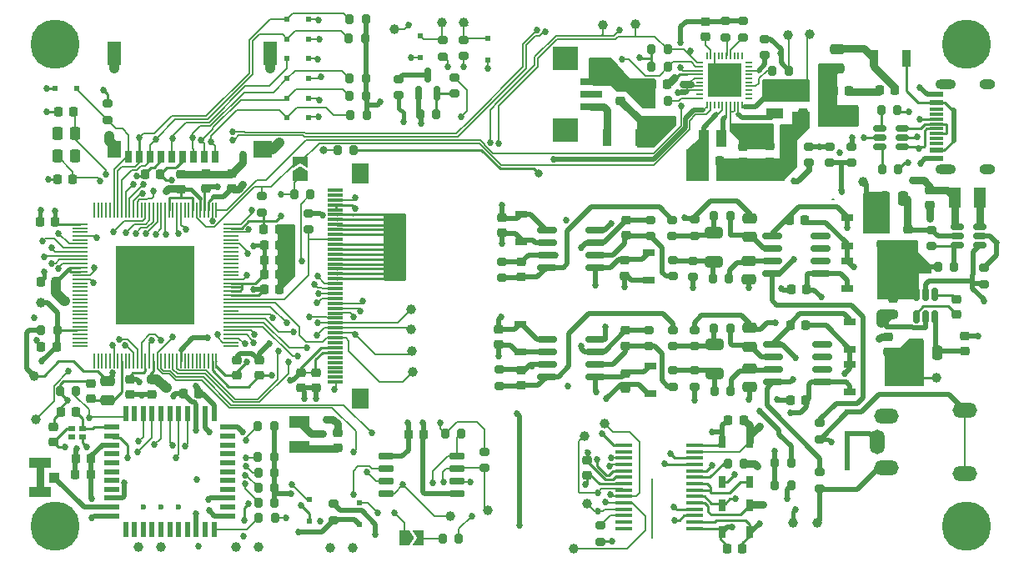
<source format=gbl>
%TF.GenerationSoftware,KiCad,Pcbnew,7.0.2-6a45011f42~172~ubuntu22.04.1*%
%TF.CreationDate,2023-05-03T22:42:28+03:00*%
%TF.ProjectId,mp3_test_board,6d70335f-7465-4737-945f-626f6172642e,rev?*%
%TF.SameCoordinates,Original*%
%TF.FileFunction,Copper,L4,Bot*%
%TF.FilePolarity,Positive*%
%FSLAX46Y46*%
G04 Gerber Fmt 4.6, Leading zero omitted, Abs format (unit mm)*
G04 Created by KiCad (PCBNEW 7.0.2-6a45011f42~172~ubuntu22.04.1) date 2023-05-03 22:42:28*
%MOMM*%
%LPD*%
G01*
G04 APERTURE LIST*
G04 Aperture macros list*
%AMRoundRect*
0 Rectangle with rounded corners*
0 $1 Rounding radius*
0 $2 $3 $4 $5 $6 $7 $8 $9 X,Y pos of 4 corners*
0 Add a 4 corners polygon primitive as box body*
4,1,4,$2,$3,$4,$5,$6,$7,$8,$9,$2,$3,0*
0 Add four circle primitives for the rounded corners*
1,1,$1+$1,$2,$3*
1,1,$1+$1,$4,$5*
1,1,$1+$1,$6,$7*
1,1,$1+$1,$8,$9*
0 Add four rect primitives between the rounded corners*
20,1,$1+$1,$2,$3,$4,$5,0*
20,1,$1+$1,$4,$5,$6,$7,0*
20,1,$1+$1,$6,$7,$8,$9,0*
20,1,$1+$1,$8,$9,$2,$3,0*%
%AMFreePoly0*
4,1,6,1.000000,0.000000,0.500000,-0.750000,-0.500000,-0.750000,-0.500000,0.750000,0.500000,0.750000,1.000000,0.000000,1.000000,0.000000,$1*%
%AMFreePoly1*
4,1,6,0.500000,-0.750000,-0.650000,-0.750000,-0.150000,0.000000,-0.650000,0.750000,0.500000,0.750000,0.500000,-0.750000,0.500000,-0.750000,$1*%
G04 Aperture macros list end*
%TA.AperFunction,NonConductor*%
%ADD10C,0.200000*%
%TD*%
%TA.AperFunction,ComponentPad*%
%ADD11C,1.000000*%
%TD*%
%TA.AperFunction,ComponentPad*%
%ADD12C,0.800000*%
%TD*%
%TA.AperFunction,ComponentPad*%
%ADD13C,5.000000*%
%TD*%
%TA.AperFunction,SMDPad,CuDef*%
%ADD14R,1.500000X0.300000*%
%TD*%
%TA.AperFunction,SMDPad,CuDef*%
%ADD15R,1.700000X2.000000*%
%TD*%
%TA.AperFunction,SMDPad,CuDef*%
%ADD16RoundRect,0.225000X0.250000X-0.225000X0.250000X0.225000X-0.250000X0.225000X-0.250000X-0.225000X0*%
%TD*%
%TA.AperFunction,SMDPad,CuDef*%
%ADD17C,1.000000*%
%TD*%
%TA.AperFunction,SMDPad,CuDef*%
%ADD18RoundRect,0.200000X-0.200000X-0.275000X0.200000X-0.275000X0.200000X0.275000X-0.200000X0.275000X0*%
%TD*%
%TA.AperFunction,SMDPad,CuDef*%
%ADD19RoundRect,0.225000X-0.225000X-0.250000X0.225000X-0.250000X0.225000X0.250000X-0.225000X0.250000X0*%
%TD*%
%TA.AperFunction,SMDPad,CuDef*%
%ADD20RoundRect,0.200000X0.275000X-0.200000X0.275000X0.200000X-0.275000X0.200000X-0.275000X-0.200000X0*%
%TD*%
%TA.AperFunction,SMDPad,CuDef*%
%ADD21R,1.770000X1.100000*%
%TD*%
%TA.AperFunction,SMDPad,CuDef*%
%ADD22R,0.500000X0.500000*%
%TD*%
%TA.AperFunction,SMDPad,CuDef*%
%ADD23RoundRect,0.225000X0.225000X0.250000X-0.225000X0.250000X-0.225000X-0.250000X0.225000X-0.250000X0*%
%TD*%
%TA.AperFunction,SMDPad,CuDef*%
%ADD24RoundRect,0.200000X0.200000X0.275000X-0.200000X0.275000X-0.200000X-0.275000X0.200000X-0.275000X0*%
%TD*%
%TA.AperFunction,SMDPad,CuDef*%
%ADD25RoundRect,0.250000X0.650000X-0.325000X0.650000X0.325000X-0.650000X0.325000X-0.650000X-0.325000X0*%
%TD*%
%TA.AperFunction,SMDPad,CuDef*%
%ADD26RoundRect,0.250000X0.250000X0.475000X-0.250000X0.475000X-0.250000X-0.475000X0.250000X-0.475000X0*%
%TD*%
%TA.AperFunction,SMDPad,CuDef*%
%ADD27R,1.200000X0.800000*%
%TD*%
%TA.AperFunction,SMDPad,CuDef*%
%ADD28RoundRect,0.250000X0.475000X-0.250000X0.475000X0.250000X-0.475000X0.250000X-0.475000X-0.250000X0*%
%TD*%
%TA.AperFunction,SMDPad,CuDef*%
%ADD29RoundRect,0.200000X-0.275000X0.200000X-0.275000X-0.200000X0.275000X-0.200000X0.275000X0.200000X0*%
%TD*%
%TA.AperFunction,SMDPad,CuDef*%
%ADD30R,0.800000X1.200000*%
%TD*%
%TA.AperFunction,SMDPad,CuDef*%
%ADD31R,1.050000X1.000000*%
%TD*%
%TA.AperFunction,SMDPad,CuDef*%
%ADD32R,2.200000X1.050000*%
%TD*%
%TA.AperFunction,SMDPad,CuDef*%
%ADD33FreePoly0,90.000000*%
%TD*%
%TA.AperFunction,SMDPad,CuDef*%
%ADD34FreePoly1,90.000000*%
%TD*%
%TA.AperFunction,SMDPad,CuDef*%
%ADD35RoundRect,0.225000X-0.250000X0.225000X-0.250000X-0.225000X0.250000X-0.225000X0.250000X0.225000X0*%
%TD*%
%TA.AperFunction,SMDPad,CuDef*%
%ADD36RoundRect,0.150000X-0.512500X-0.150000X0.512500X-0.150000X0.512500X0.150000X-0.512500X0.150000X0*%
%TD*%
%TA.AperFunction,SMDPad,CuDef*%
%ADD37RoundRect,0.150000X0.650000X0.150000X-0.650000X0.150000X-0.650000X-0.150000X0.650000X-0.150000X0*%
%TD*%
%TA.AperFunction,SMDPad,CuDef*%
%ADD38RoundRect,0.150000X-0.825000X-0.150000X0.825000X-0.150000X0.825000X0.150000X-0.825000X0.150000X0*%
%TD*%
%TA.AperFunction,SMDPad,CuDef*%
%ADD39R,0.730000X0.600000*%
%TD*%
%TA.AperFunction,SMDPad,CuDef*%
%ADD40R,2.000000X1.250000*%
%TD*%
%TA.AperFunction,SMDPad,CuDef*%
%ADD41FreePoly0,0.000000*%
%TD*%
%TA.AperFunction,SMDPad,CuDef*%
%ADD42FreePoly1,0.000000*%
%TD*%
%TA.AperFunction,ComponentPad*%
%ADD43O,1.500000X2.500000*%
%TD*%
%TA.AperFunction,ComponentPad*%
%ADD44O,2.500000X1.500000*%
%TD*%
%TA.AperFunction,SMDPad,CuDef*%
%ADD45R,0.820000X1.820000*%
%TD*%
%TA.AperFunction,SMDPad,CuDef*%
%ADD46RoundRect,0.062500X-0.062500X0.675000X-0.062500X-0.675000X0.062500X-0.675000X0.062500X0.675000X0*%
%TD*%
%TA.AperFunction,SMDPad,CuDef*%
%ADD47RoundRect,0.062500X-0.675000X0.062500X-0.675000X-0.062500X0.675000X-0.062500X0.675000X0.062500X0*%
%TD*%
%TA.AperFunction,SMDPad,CuDef*%
%ADD48R,8.000000X8.000000*%
%TD*%
%TA.AperFunction,SMDPad,CuDef*%
%ADD49R,1.450000X0.600000*%
%TD*%
%TA.AperFunction,SMDPad,CuDef*%
%ADD50R,1.450000X0.300000*%
%TD*%
%TA.AperFunction,ComponentPad*%
%ADD51O,1.600000X1.000000*%
%TD*%
%TA.AperFunction,ComponentPad*%
%ADD52O,2.100000X1.000000*%
%TD*%
%TA.AperFunction,SMDPad,CuDef*%
%ADD53RoundRect,0.150000X0.150000X-0.512500X0.150000X0.512500X-0.150000X0.512500X-0.150000X-0.512500X0*%
%TD*%
%TA.AperFunction,SMDPad,CuDef*%
%ADD54RoundRect,0.150000X0.150000X-0.587500X0.150000X0.587500X-0.150000X0.587500X-0.150000X-0.587500X0*%
%TD*%
%TA.AperFunction,SMDPad,CuDef*%
%ADD55R,2.200000X0.800000*%
%TD*%
%TA.AperFunction,SMDPad,CuDef*%
%ADD56R,2.500000X2.350000*%
%TD*%
%TA.AperFunction,SMDPad,CuDef*%
%ADD57R,1.500000X0.600000*%
%TD*%
%TA.AperFunction,SMDPad,CuDef*%
%ADD58R,0.600000X1.500000*%
%TD*%
%TA.AperFunction,SMDPad,CuDef*%
%ADD59C,0.600000*%
%TD*%
%TA.AperFunction,SMDPad,CuDef*%
%ADD60RoundRect,0.275000X-0.275000X0.375000X-0.275000X-0.375000X0.275000X-0.375000X0.275000X0.375000X0*%
%TD*%
%TA.AperFunction,SMDPad,CuDef*%
%ADD61R,0.700000X1.300000*%
%TD*%
%TA.AperFunction,SMDPad,CuDef*%
%ADD62R,1.447800X2.438400*%
%TD*%
%TA.AperFunction,SMDPad,CuDef*%
%ADD63R,1.447800X1.651000*%
%TD*%
%TA.AperFunction,SMDPad,CuDef*%
%ADD64R,1.854200X1.651000*%
%TD*%
%TA.AperFunction,SMDPad,CuDef*%
%ADD65O,0.200000X0.800000*%
%TD*%
%TA.AperFunction,SMDPad,CuDef*%
%ADD66O,0.800000X0.200000*%
%TD*%
%TA.AperFunction,SMDPad,CuDef*%
%ADD67R,3.400000X3.400000*%
%TD*%
%TA.AperFunction,SMDPad,CuDef*%
%ADD68R,1.750000X0.450000*%
%TD*%
%TA.AperFunction,SMDPad,CuDef*%
%ADD69RoundRect,0.150000X0.512500X0.150000X-0.512500X0.150000X-0.512500X-0.150000X0.512500X-0.150000X0*%
%TD*%
%TA.AperFunction,SMDPad,CuDef*%
%ADD70R,1.250000X2.000000*%
%TD*%
%TA.AperFunction,SMDPad,CuDef*%
%ADD71R,1.100000X1.770000*%
%TD*%
%TA.AperFunction,ViaPad*%
%ADD72C,0.685800*%
%TD*%
%TA.AperFunction,ViaPad*%
%ADD73C,0.800000*%
%TD*%
%TA.AperFunction,Conductor*%
%ADD74C,0.254000*%
%TD*%
%TA.AperFunction,Conductor*%
%ADD75C,0.508000*%
%TD*%
%TA.AperFunction,Conductor*%
%ADD76C,0.127000*%
%TD*%
%TA.AperFunction,Conductor*%
%ADD77C,0.250000*%
%TD*%
%TA.AperFunction,Conductor*%
%ADD78C,0.400000*%
%TD*%
%TA.AperFunction,Conductor*%
%ADD79C,1.016000*%
%TD*%
%TA.AperFunction,Conductor*%
%ADD80C,0.762000*%
%TD*%
%TA.AperFunction,Conductor*%
%ADD81C,0.800000*%
%TD*%
%TA.AperFunction,Conductor*%
%ADD82C,0.200000*%
%TD*%
%TA.AperFunction,Conductor*%
%ADD83C,0.600000*%
%TD*%
%TA.AperFunction,Conductor*%
%ADD84C,0.500000*%
%TD*%
G04 APERTURE END LIST*
D10*
X158770000Y-62510000D02*
X158990000Y-62510000D01*
X140480000Y-90830000D02*
X140480000Y-96850000D01*
D11*
%TO.P,SW7,*%
%TO.N,*%
X110150000Y-97852500D03*
X107850000Y-97852500D03*
%TD*%
%TO.P,SW6,*%
%TO.N,*%
X100550000Y-97780000D03*
X98250000Y-97780000D03*
%TD*%
D12*
%TO.P,H4,1*%
%TO.N,N/C*%
X170525000Y-46700000D03*
X171074175Y-45374175D03*
X171074175Y-48025825D03*
X172400000Y-44825000D03*
D13*
X172400000Y-46700000D03*
D12*
X172400000Y-48575000D03*
X173725825Y-45374175D03*
X173725825Y-48025825D03*
X174275000Y-46700000D03*
%TD*%
%TO.P,H2,1*%
%TO.N,N/C*%
X78025000Y-46700000D03*
X78574175Y-45374175D03*
X78574175Y-48025825D03*
X79900000Y-44825000D03*
D13*
X79900000Y-46700000D03*
D12*
X79900000Y-48575000D03*
X81225825Y-45374175D03*
X81225825Y-48025825D03*
X81775000Y-46700000D03*
%TD*%
D14*
%TO.P,P1,1,GND*%
%TO.N,GND*%
X108305936Y-81036943D03*
%TO.P,P1,2,NC*%
%TO.N,unconnected-(P1-Pad2)*%
X108305936Y-80536943D03*
%TO.P,P1,3,NC*%
%TO.N,unconnected-(P1-Pad3)*%
X108305936Y-80036943D03*
%TO.P,P1,4,NC*%
%TO.N,unconnected-(P1-Pad4)*%
X108305936Y-79536943D03*
%TO.P,P1,5,NC*%
%TO.N,unconnected-(P1-Pad5)*%
X108305936Y-79036943D03*
%TO.P,P1,6,NC*%
%TO.N,unconnected-(P1-Pad6)*%
X108305936Y-78536943D03*
%TO.P,P1,7,VCI*%
%TO.N,+3V3*%
X108305936Y-78036943D03*
%TO.P,P1,8,IOVCC*%
X108305936Y-77536943D03*
%TO.P,P1,9,TE*%
%TO.N,unconnected-(P1-Pad9)*%
X108305936Y-77036943D03*
%TO.P,P1,10,CS*%
%TO.N,/SOC/LCD_CS*%
X108305936Y-76536943D03*
%TO.P,P1,11,D/CX*%
%TO.N,/SOC/LCD_RS*%
X108305936Y-76036943D03*
%TO.P,P1,12,WR*%
%TO.N,/SOC/LCD_WR*%
X108305936Y-75536943D03*
%TO.P,P1,13,RD*%
%TO.N,/SOC/LCD_RD*%
X108305936Y-75036943D03*
%TO.P,P1,14,DB0*%
%TO.N,/SOC/LCD_D3*%
X108305936Y-74536943D03*
%TO.P,P1,15,DB1*%
%TO.N,/SOC/LCD_D4*%
X108305936Y-74036943D03*
%TO.P,P1,16,DB2*%
%TO.N,/SOC/LCD_D5*%
X108305936Y-73536943D03*
%TO.P,P1,17,DB3*%
%TO.N,/SOC/LCD_D6*%
X108305936Y-73036943D03*
%TO.P,P1,18,DB4*%
%TO.N,/SOC/LCD_D7*%
X108305936Y-72536943D03*
%TO.P,P1,19,DB5*%
%TO.N,/SOC/LCD_D10*%
X108305936Y-72036943D03*
%TO.P,P1,20,DB6*%
%TO.N,/SOC/LCD_D11*%
X108305936Y-71536943D03*
%TO.P,P1,21,DB7*%
%TO.N,/SOC/LCD_D12*%
X108305936Y-71036943D03*
%TO.P,P1,22,DB8*%
%TO.N,GND*%
X108305936Y-70536943D03*
%TO.P,P1,23,DB9*%
X108305936Y-70036943D03*
%TO.P,P1,24,DB10*%
X108305936Y-69536943D03*
%TO.P,P1,25,DB11*%
X108305936Y-69036943D03*
%TO.P,P1,26,DB12*%
X108305936Y-68536943D03*
%TO.P,P1,27,DB13*%
X108305936Y-68036943D03*
%TO.P,P1,28,DB14*%
X108305936Y-67536943D03*
%TO.P,P1,29,DB15*%
X108305936Y-67036943D03*
%TO.P,P1,30,RESET*%
%TO.N,/SOC/LCD_EN*%
X108305936Y-66536943D03*
%TO.P,P1,31,IM0*%
%TO.N,GND*%
X108305936Y-66036943D03*
%TO.P,P1,32,IM1*%
X108305936Y-65536943D03*
%TO.P,P1,33,IM2*%
X108305936Y-65036943D03*
%TO.P,P1,34,DB16*%
X108305936Y-64536943D03*
%TO.P,P1,35,DB17*%
X108305936Y-64036943D03*
%TO.P,P1,36,LEDK*%
%TO.N,+3V3*%
X108305936Y-63536943D03*
%TO.P,P1,37,LEDK*%
X108305936Y-63036943D03*
%TO.P,P1,38,LEDA*%
%TO.N,Net-(P1-Pad38)*%
X108305936Y-62536943D03*
%TO.P,P1,39,SDI*%
%TO.N,unconnected-(P1-Pad39)*%
X108305936Y-62036943D03*
%TO.P,P1,40,SDO*%
%TO.N,unconnected-(P1-Pad40)*%
X108305936Y-61536943D03*
D15*
%TO.P,P1,41*%
%TO.N,N/C*%
X110905936Y-59836943D03*
%TO.P,P1,42*%
X110905936Y-82736943D03*
%TD*%
D12*
%TO.P,H1,1*%
%TO.N,N/C*%
X78025000Y-95700000D03*
X78574175Y-94374175D03*
X78574175Y-97025825D03*
X79900000Y-93825000D03*
D13*
X79900000Y-95700000D03*
D12*
X79900000Y-97575000D03*
X81225825Y-94374175D03*
X81225825Y-97025825D03*
X81775000Y-95700000D03*
%TD*%
D11*
%TO.P,SW8,*%
%TO.N,*%
X90650000Y-97780000D03*
X88350000Y-97780000D03*
%TD*%
D12*
%TO.P,H3,1*%
%TO.N,N/C*%
X170525000Y-95700000D03*
X171074175Y-94374175D03*
X171074175Y-97025825D03*
X172400000Y-93825000D03*
D13*
X172400000Y-95700000D03*
D12*
X172400000Y-97575000D03*
X173725825Y-94374175D03*
X173725825Y-97025825D03*
X174275000Y-95700000D03*
%TD*%
D16*
%TO.P,C18,1*%
%TO.N,+1V8A*%
X98321747Y-80348555D03*
%TO.P,C18,2*%
%TO.N,GND*%
X98321747Y-78798555D03*
%TD*%
D17*
%TO.P,TP17,1,1*%
%TO.N,+0V9*%
X77950000Y-84800000D03*
%TD*%
D18*
%TO.P,R38,1*%
%TO.N,Net-(C47-Pad1)*%
X146685000Y-70510000D03*
%TO.P,R38,2*%
%TO.N,Net-(C50-Pad2)*%
X148335000Y-70510000D03*
%TD*%
D19*
%TO.P,C35,1*%
%TO.N,GND*%
X154607700Y-71653938D03*
%TO.P,C35,2*%
%TO.N,+5VA*%
X156157700Y-71653938D03*
%TD*%
D20*
%TO.P,R13,1*%
%TO.N,Net-(R12-Pad2)*%
X160722700Y-58788938D03*
%TO.P,R13,2*%
%TO.N,Net-(R13-Pad2)*%
X160722700Y-57138938D03*
%TD*%
D21*
%TO.P,L2,1,1*%
%TO.N,Net-(L2-Pad1)*%
X152985000Y-53765000D03*
%TO.P,L2,2,2*%
%TO.N,+3V3*%
X152985000Y-51995000D03*
%TD*%
D22*
%TO.P,D6,1,A1*%
%TO.N,GND*%
X105650000Y-52200000D03*
%TO.P,D6,2,A2*%
%TO.N,/SOC/SDC_D3*%
X103450000Y-52200000D03*
%TD*%
D19*
%TO.P,C14,1*%
%TO.N,+1V8B*%
X101095000Y-70120000D03*
%TO.P,C14,2*%
%TO.N,GND*%
X102645000Y-70120000D03*
%TD*%
%TO.P,C12,1*%
%TO.N,+1V8B*%
X101095000Y-67120000D03*
%TO.P,C12,2*%
%TO.N,GND*%
X102645000Y-67120000D03*
%TD*%
D23*
%TO.P,C17,1*%
%TO.N,+0V9*%
X79965000Y-70850000D03*
%TO.P,C17,2*%
%TO.N,GND*%
X78415000Y-70850000D03*
%TD*%
D17*
%TO.P,TP13,1,1*%
%TO.N,Net-(D10-Pad2)*%
X154800000Y-95353938D03*
%TD*%
D24*
%TO.P,R62,1*%
%TO.N,+3V3*%
X102126747Y-88653555D03*
%TO.P,R62,2*%
%TO.N,/SOC/WIFI_SDIO_D0*%
X100476747Y-88653555D03*
%TD*%
D18*
%TO.P,R37,1*%
%TO.N,Net-(C47-Pad2)*%
X146775000Y-64190000D03*
%TO.P,R37,2*%
%TO.N,Net-(C49-Pad1)*%
X148425000Y-64190000D03*
%TD*%
D25*
%TO.P,C48,1*%
%TO.N,Net-(C48-Pad1)*%
X146820000Y-80145000D03*
%TO.P,C48,2*%
%TO.N,Net-(C48-Pad2)*%
X146820000Y-77195000D03*
%TD*%
D17*
%TO.P,TP23,1,1*%
%TO.N,/NewDAC/I2S_MCLK*%
X133620400Y-86492876D03*
%TD*%
D24*
%TO.P,R20,1*%
%TO.N,/SOC/USB_DP*%
X165425000Y-53400000D03*
%TO.P,R20,2*%
%TO.N,Net-(R20-Pad2)*%
X163775000Y-53400000D03*
%TD*%
D26*
%TO.P,FB3,1*%
%TO.N,Net-(C73-Pad1)*%
X166002700Y-62383938D03*
%TO.P,FB3,2*%
%TO.N,+5VA*%
X164102700Y-62383938D03*
%TD*%
D22*
%TO.P,D9,1,A1*%
%TO.N,GND*%
X160350000Y-89700000D03*
%TO.P,D9,2,A2*%
%TO.N,Net-(D9-Pad2)*%
X160350000Y-91900000D03*
%TD*%
D27*
%TO.P,C54,1*%
%TO.N,GND*%
X160300000Y-67175000D03*
%TO.P,C54,2*%
%TO.N,-5VA*%
X160300000Y-64375000D03*
%TD*%
D20*
%TO.P,R33,1*%
%TO.N,Net-(C47-Pad2)*%
X144790000Y-66175000D03*
%TO.P,R33,2*%
%TO.N,Net-(C49-Pad2)*%
X144790000Y-64525000D03*
%TD*%
D17*
%TO.P,TP22,1,1*%
%TO.N,/NewDAC/I2S_BCLK*%
X135680400Y-85242876D03*
%TD*%
D28*
%TO.P,C52,1*%
%TO.N,GND*%
X150400000Y-81550000D03*
%TO.P,C52,2*%
%TO.N,Net-(C52-Pad2)*%
X150400000Y-79650000D03*
%TD*%
D29*
%TO.P,R12,1*%
%TO.N,Net-(R11-Pad2)*%
X158532700Y-57108938D03*
%TO.P,R12,2*%
%TO.N,Net-(R12-Pad2)*%
X158532700Y-58758938D03*
%TD*%
D17*
%TO.P,TP9,1,1*%
%TO.N,Net-(D13-Pad2)*%
X121390000Y-44530000D03*
%TD*%
D30*
%TO.P,C31,1*%
%TO.N,+5VA*%
X147607700Y-91178938D03*
%TO.P,C31,2*%
%TO.N,Net-(C31-Pad2)*%
X150407700Y-91178938D03*
%TD*%
D24*
%TO.P,R56,1*%
%TO.N,+3V3*%
X111355000Y-46150000D03*
%TO.P,R56,2*%
%TO.N,/SOC/SDC_D0*%
X109705000Y-46150000D03*
%TD*%
%TO.P,R43,1*%
%TO.N,/NewDAC/I2C_SCL*%
X142085000Y-49050000D03*
%TO.P,R43,2*%
%TO.N,+3V3*%
X140435000Y-49050000D03*
%TD*%
D19*
%TO.P,C13,1*%
%TO.N,+1V8B*%
X101095000Y-68620000D03*
%TO.P,C13,2*%
%TO.N,GND*%
X102645000Y-68620000D03*
%TD*%
D16*
%TO.P,C20,1*%
%TO.N,GND*%
X137782700Y-81678938D03*
%TO.P,C20,2*%
%TO.N,+5VA*%
X137782700Y-80128938D03*
%TD*%
D31*
%TO.P,RF1,1,SIG*%
%TO.N,Net-(RF1-Pad1)*%
X79841747Y-90733555D03*
D32*
%TO.P,RF1,2,GND*%
%TO.N,GND*%
X78321747Y-92203555D03*
%TO.P,RF1,3,GND*%
X78321747Y-89263555D03*
%TD*%
D23*
%TO.P,C56,1*%
%TO.N,+3V3*%
X83536747Y-88833555D03*
%TO.P,C56,2*%
%TO.N,GND*%
X81986747Y-88833555D03*
%TD*%
D20*
%TO.P,R30,1*%
%TO.N,Net-(C43-Pad2)*%
X142600000Y-81500000D03*
%TO.P,R30,2*%
%TO.N,Net-(C48-Pad1)*%
X142600000Y-79850000D03*
%TD*%
D27*
%TO.P,C29,1*%
%TO.N,+5VA*%
X140200000Y-67875000D03*
%TO.P,C29,2*%
%TO.N,GND*%
X140200000Y-70675000D03*
%TD*%
%TO.P,C53,1*%
%TO.N,+5VA*%
X160300000Y-71575000D03*
%TO.P,C53,2*%
%TO.N,GND*%
X160300000Y-68775000D03*
%TD*%
D17*
%TO.P,TP1,1,1*%
%TO.N,/SOC/LCD_CS*%
X116220000Y-80000000D03*
%TD*%
%TO.P,TP12,1,1*%
%TO.N,/SOC/FLASH_SPI_MOSI*%
X120040000Y-94660000D03*
%TD*%
D33*
%TO.P,JP2,1,A*%
%TO.N,GND*%
X104780000Y-60145000D03*
D34*
%TO.P,JP2,2,B*%
%TO.N,/Power/RESET*%
X104780000Y-58695000D03*
%TD*%
D24*
%TO.P,R45,1*%
%TO.N,/NewDAC/I2C_SDIN*%
X142085000Y-47250000D03*
%TO.P,R45,2*%
%TO.N,+3V3*%
X140435000Y-47250000D03*
%TD*%
D17*
%TO.P,TP15,1,1*%
%TO.N,VCC*%
X154332700Y-45763938D03*
%TD*%
D20*
%TO.P,R23,1*%
%TO.N,+3V3*%
X135230400Y-97237876D03*
%TO.P,R23,2*%
%TO.N,Net-(R23-Pad2)*%
X135230400Y-95587876D03*
%TD*%
%TO.P,R36,1*%
%TO.N,GND*%
X144800000Y-81500000D03*
%TO.P,R36,2*%
%TO.N,Net-(C48-Pad1)*%
X144800000Y-79850000D03*
%TD*%
%TO.P,R21,1*%
%TO.N,/SOC/FLASH_SPI_MISO*%
X123471747Y-89763555D03*
%TO.P,R21,2*%
%TO.N,+3V3*%
X123471747Y-88113555D03*
%TD*%
D35*
%TO.P,C2,1*%
%TO.N,+3V3*%
X104821747Y-80098555D03*
%TO.P,C2,2*%
%TO.N,GND*%
X104821747Y-81648555D03*
%TD*%
D28*
%TO.P,C49,1*%
%TO.N,Net-(C49-Pad1)*%
X150420000Y-66310000D03*
%TO.P,C49,2*%
%TO.N,Net-(C49-Pad2)*%
X150420000Y-64410000D03*
%TD*%
D16*
%TO.P,C4,1*%
%TO.N,+1V8A*%
X92652700Y-61458938D03*
%TO.P,C4,2*%
%TO.N,GND*%
X92652700Y-59908938D03*
%TD*%
D36*
%TO.P,U2,1,I/O1*%
%TO.N,Net-(R19-Pad2)*%
X163662500Y-57150000D03*
%TO.P,U2,2,GND*%
%TO.N,GND*%
X163662500Y-56200000D03*
%TO.P,U2,3,I/O2*%
%TO.N,Net-(R20-Pad2)*%
X163662500Y-55250000D03*
%TO.P,U2,4,I/O2*%
%TO.N,Net-(P2-PadA6)*%
X165937500Y-55250000D03*
%TO.P,U2,5,VBUS*%
%TO.N,VBUS*%
X165937500Y-56200000D03*
%TO.P,U2,6,I/O1*%
%TO.N,Net-(P2-PadA7)*%
X165937500Y-57150000D03*
%TD*%
D35*
%TO.P,C19,1*%
%TO.N,+0V9*%
X89681747Y-80728555D03*
%TO.P,C19,2*%
%TO.N,GND*%
X89681747Y-82278555D03*
%TD*%
D17*
%TO.P,TP20,1,1*%
%TO.N,+5VA*%
X161932700Y-60663938D03*
%TD*%
D25*
%TO.P,C47,1*%
%TO.N,Net-(C47-Pad1)*%
X146795000Y-68850000D03*
%TO.P,C47,2*%
%TO.N,Net-(C47-Pad2)*%
X146795000Y-65900000D03*
%TD*%
D22*
%TO.P,D4,1,A1*%
%TO.N,GND*%
X105650000Y-48200000D03*
%TO.P,D4,2,A2*%
%TO.N,/SOC/SDC_CLK*%
X103450000Y-48200000D03*
%TD*%
D20*
%TO.P,R3,1*%
%TO.N,/SOC/LCD_EN*%
X105590000Y-65525000D03*
%TO.P,R3,2*%
%TO.N,+3V3*%
X105590000Y-63875000D03*
%TD*%
D37*
%TO.P,U3,1,CS*%
%TO.N,/SOC/FLASH_SPI_CS*%
X120701747Y-88563555D03*
%TO.P,U3,2,DO(IO1)*%
%TO.N,/SOC/FLASH_SPI_MISO*%
X120701747Y-89833555D03*
%TO.P,U3,3,WP(IO2)*%
%TO.N,/SOC/FLASH_SPI_WP*%
X120701747Y-91103555D03*
%TO.P,U3,4,GND*%
%TO.N,GND*%
X120701747Y-92373555D03*
%TO.P,U3,5,DI(IO0)*%
%TO.N,/SOC/FLASH_SPI_MOSI*%
X113501747Y-92373555D03*
%TO.P,U3,6,CLK*%
%TO.N,/SOC/FLASH_SPI_CLK*%
X113501747Y-91103555D03*
%TO.P,U3,7,HOLD*%
%TO.N,/SOC/FLASH_SPI_HOLD*%
X113501747Y-89833555D03*
%TO.P,U3,8,VCC*%
%TO.N,+3V3*%
X113501747Y-88563555D03*
%TD*%
D38*
%TO.P,U8,1*%
%TO.N,Net-(C51-Pad2)*%
X152825000Y-81005000D03*
%TO.P,U8,2,-*%
%TO.N,Net-(C52-Pad2)*%
X152825000Y-79735000D03*
%TO.P,U8,3,+*%
%TO.N,Net-(C51-Pad1)*%
X152825000Y-78465000D03*
%TO.P,U8,4,V-*%
%TO.N,-5VA*%
X152825000Y-77195000D03*
%TO.P,U8,5*%
%TO.N,N/C*%
X157775000Y-77195000D03*
%TO.P,U8,6*%
X157775000Y-78465000D03*
%TO.P,U8,7*%
X157775000Y-79735000D03*
%TO.P,U8,8,V+*%
%TO.N,+5VA*%
X157775000Y-81005000D03*
%TD*%
D16*
%TO.P,C61,1*%
%TO.N,Net-(C61-Pad1)*%
X137300000Y-52475000D03*
%TO.P,C61,2*%
%TO.N,GND*%
X137300000Y-50925000D03*
%TD*%
D17*
%TO.P,TP14,1,1*%
%TO.N,Net-(D9-Pad2)*%
X157300000Y-95300000D03*
%TD*%
D23*
%TO.P,C59,1*%
%TO.N,+3V3*%
X83506747Y-90403555D03*
%TO.P,C59,2*%
%TO.N,GND*%
X81956747Y-90403555D03*
%TD*%
D27*
%TO.P,C30,1*%
%TO.N,GND*%
X127200000Y-66775000D03*
%TO.P,C30,2*%
%TO.N,-5VA*%
X127200000Y-63975000D03*
%TD*%
D24*
%TO.P,R58,1*%
%TO.N,+3V3*%
X102166747Y-91763555D03*
%TO.P,R58,2*%
%TO.N,/SOC/WIFI_SDIO_D2*%
X100516747Y-91763555D03*
%TD*%
D17*
%TO.P,TP3,1,1*%
%TO.N,/SOC/LCD_WR*%
X116032700Y-75723938D03*
%TD*%
D22*
%TO.P,D2,1,A1*%
%TO.N,GND*%
X105650000Y-44200000D03*
%TO.P,D2,2,A2*%
%TO.N,/SOC/SDC_D1*%
X103450000Y-44200000D03*
%TD*%
D16*
%TO.P,C70,1*%
%TO.N,+5VA*%
X164952700Y-74138938D03*
%TO.P,C70,2*%
%TO.N,GND*%
X164952700Y-72588938D03*
%TD*%
D17*
%TO.P,TP8,1,1*%
%TO.N,GND*%
X114330000Y-45210000D03*
%TD*%
D35*
%TO.P,C68,1*%
%TO.N,VCC*%
X152405000Y-57095000D03*
%TO.P,C68,2*%
%TO.N,GND*%
X152405000Y-58645000D03*
%TD*%
D24*
%TO.P,R2,1*%
%TO.N,Net-(Q1-Pad1)*%
X118607500Y-53800000D03*
%TO.P,R2,2*%
%TO.N,GND*%
X116957500Y-53800000D03*
%TD*%
D39*
%TO.P,Y2,1,1*%
%TO.N,Net-(C76-Pad2)*%
X81581747Y-85793555D03*
%TO.P,Y2,2,2*%
%TO.N,Net-(C77-Pad2)*%
X82681747Y-85793555D03*
%TO.P,Y2,3,3*%
%TO.N,GND*%
X82681747Y-86593555D03*
%TO.P,Y2,4*%
%TO.N,N/C*%
X81581747Y-86593555D03*
%TD*%
D20*
%TO.P,R11,1*%
%TO.N,Net-(R10-Pad2)*%
X156422700Y-58768938D03*
%TO.P,R11,2*%
%TO.N,Net-(R11-Pad2)*%
X156422700Y-57118938D03*
%TD*%
D40*
%TO.P,L1,1,1*%
%TO.N,Net-(L1-Pad1)*%
X104711747Y-85108555D03*
%TO.P,L1,2,2*%
%TO.N,Net-(C60-Pad1)*%
X104711747Y-87658555D03*
%TD*%
D17*
%TO.P,TP19,1,1*%
%TO.N,-5VA*%
X169382700Y-80623938D03*
%TD*%
D20*
%TO.P,R34,1*%
%TO.N,GND*%
X144625000Y-70365000D03*
%TO.P,R34,2*%
%TO.N,Net-(C47-Pad1)*%
X144625000Y-68715000D03*
%TD*%
D26*
%TO.P,FB2,1*%
%TO.N,Net-(C72-Pad1)*%
X169432700Y-78073938D03*
%TO.P,FB2,2*%
%TO.N,-5VA*%
X167532700Y-78073938D03*
%TD*%
D35*
%TO.P,C34,1*%
%TO.N,-5VA*%
X124932700Y-75678938D03*
%TO.P,C34,2*%
%TO.N,GND*%
X124932700Y-77228938D03*
%TD*%
D19*
%TO.P,C6,1*%
%TO.N,GND*%
X80185000Y-53610000D03*
%TO.P,C6,2*%
%TO.N,Net-(C6-Pad2)*%
X81735000Y-53610000D03*
%TD*%
D29*
%TO.P,R7,1*%
%TO.N,Net-(R7-Pad1)*%
X108161747Y-93383555D03*
%TO.P,R7,2*%
%TO.N,/SOC/KEYS*%
X108161747Y-95033555D03*
%TD*%
D20*
%TO.P,R22,1*%
%TO.N,/SOC/SDC_PLUG*%
X85200000Y-54425000D03*
%TO.P,R22,2*%
%TO.N,+3V3*%
X85200000Y-52775000D03*
%TD*%
D19*
%TO.P,C15,1*%
%TO.N,+0V9*%
X101095000Y-71620000D03*
%TO.P,C15,2*%
%TO.N,GND*%
X102645000Y-71620000D03*
%TD*%
D24*
%TO.P,R17,1*%
%TO.N,/SOC/FLASH_SPI_CS*%
X121146747Y-86278555D03*
%TO.P,R17,2*%
%TO.N,+3V3*%
X119496747Y-86278555D03*
%TD*%
D19*
%TO.P,C55,1*%
%TO.N,-5VA*%
X154557700Y-75253938D03*
%TO.P,C55,2*%
%TO.N,GND*%
X156107700Y-75253938D03*
%TD*%
D24*
%TO.P,R9,1*%
%TO.N,Net-(R7-Pad1)*%
X154637700Y-91533938D03*
%TO.P,R9,2*%
%TO.N,Net-(R10-Pad1)*%
X152987700Y-91533938D03*
%TD*%
%TO.P,R60,1*%
%TO.N,+3V3*%
X102166747Y-90203555D03*
%TO.P,R60,2*%
%TO.N,/SOC/WIFI_SDIO_CMD*%
X100516747Y-90203555D03*
%TD*%
D27*
%TO.P,C58,1*%
%TO.N,GND*%
X160600000Y-77700000D03*
%TO.P,C58,2*%
%TO.N,-5VA*%
X160600000Y-74900000D03*
%TD*%
D23*
%TO.P,C10,1*%
%TO.N,+3V3*%
X79905000Y-64730000D03*
%TO.P,C10,2*%
%TO.N,GND*%
X78355000Y-64730000D03*
%TD*%
D20*
%TO.P,R4,1*%
%TO.N,Net-(Q1-Pad1)*%
X120432500Y-51745000D03*
%TO.P,R4,2*%
%TO.N,/SOC/LCD_PWM*%
X120432500Y-50095000D03*
%TD*%
D24*
%TO.P,R15,1*%
%TO.N,+3V3*%
X111425000Y-52000000D03*
%TO.P,R15,2*%
%TO.N,/SOC/SDC_D3*%
X109775000Y-52000000D03*
%TD*%
D28*
%TO.P,C51,1*%
%TO.N,Net-(C51-Pad1)*%
X150400000Y-77425000D03*
%TO.P,C51,2*%
%TO.N,Net-(C51-Pad2)*%
X150400000Y-75525000D03*
%TD*%
D19*
%TO.P,C77,1*%
%TO.N,GND*%
X80468382Y-84044456D03*
%TO.P,C77,2*%
%TO.N,Net-(C77-Pad2)*%
X82018382Y-84044456D03*
%TD*%
D20*
%TO.P,R32,1*%
%TO.N,Net-(C44-Pad2)*%
X142600000Y-70300000D03*
%TO.P,R32,2*%
%TO.N,Net-(C47-Pad1)*%
X142600000Y-68650000D03*
%TD*%
D18*
%TO.P,R6,1*%
%TO.N,Net-(JP1-Pad2)*%
X119246747Y-96908555D03*
%TO.P,R6,2*%
%TO.N,/SOC/FLASH_SPI_CS*%
X120896747Y-96908555D03*
%TD*%
D29*
%TO.P,R55,1*%
%TO.N,GND*%
X149750000Y-44375000D03*
%TO.P,R55,2*%
%TO.N,Net-(R55-Pad2)*%
X149750000Y-46025000D03*
%TD*%
D23*
%TO.P,C25,1*%
%TO.N,Net-(C25-Pad1)*%
X165175000Y-51400000D03*
%TO.P,C25,2*%
%TO.N,GND*%
X163625000Y-51400000D03*
%TD*%
D24*
%TO.P,R65,1*%
%TO.N,+3V3*%
X102116747Y-85473555D03*
%TO.P,R65,2*%
%TO.N,/SOC/WIFI_SDIO_D1*%
X100466747Y-85473555D03*
%TD*%
D17*
%TO.P,TP11,1,1*%
%TO.N,/SOC/FLASH_SPI_MISO*%
X123831747Y-94088555D03*
%TD*%
D29*
%TO.P,R54,1*%
%TO.N,GND*%
X147950000Y-44375000D03*
%TO.P,R54,2*%
%TO.N,Net-(R54-Pad2)*%
X147950000Y-46025000D03*
%TD*%
D22*
%TO.P,D1,1,A1*%
%TO.N,GND*%
X110780000Y-93290000D03*
%TO.P,D1,2,A2*%
%TO.N,/SOC/KEYS*%
X110780000Y-95490000D03*
%TD*%
D16*
%TO.P,C8,1*%
%TO.N,+3V3*%
X95202700Y-61408938D03*
%TO.P,C8,2*%
%TO.N,GND*%
X95202700Y-59858938D03*
%TD*%
D18*
%TO.P,R49,1*%
%TO.N,Net-(R49-Pad1)*%
X152725000Y-49400000D03*
%TO.P,R49,2*%
%TO.N,VCC*%
X154375000Y-49400000D03*
%TD*%
D41*
%TO.P,JP1,1,A*%
%TO.N,GND*%
X115336747Y-96878555D03*
D42*
%TO.P,JP1,2,B*%
%TO.N,Net-(JP1-Pad2)*%
X116786747Y-96878555D03*
%TD*%
D29*
%TO.P,R52,1*%
%TO.N,Net-(D14-Pad2)*%
X119240000Y-46315000D03*
%TO.P,R52,2*%
%TO.N,DEBUG_UART_TX*%
X119240000Y-47965000D03*
%TD*%
D24*
%TO.P,R53,1*%
%TO.N,Net-(R53-Pad1)*%
X105825000Y-62000000D03*
%TO.P,R53,2*%
%TO.N,GND*%
X104175000Y-62000000D03*
%TD*%
D43*
%TO.P,J2,1,1*%
%TO.N,GND*%
X163395000Y-87100000D03*
D44*
%TO.P,J2,2,2*%
%TO.N,unconnected-(J2-Pad2)*%
X164295000Y-84450000D03*
%TO.P,J2,3,3*%
%TO.N,Net-(D10-Pad2)*%
X172295000Y-90300000D03*
X172295000Y-83900000D03*
%TO.P,J2,4,4*%
%TO.N,Net-(D9-Pad2)*%
X164295000Y-89750000D03*
%TD*%
D24*
%TO.P,R14,1*%
%TO.N,+3V3*%
X111545000Y-53930000D03*
%TO.P,R14,2*%
%TO.N,/SOC/SDC_D2*%
X109895000Y-53930000D03*
%TD*%
D45*
%TO.P,F2,1*%
%TO.N,Net-(D11-Pad1)*%
X135900000Y-56200000D03*
%TO.P,F2,2*%
%TO.N,Net-(C61-Pad1)*%
X139200000Y-56200000D03*
%TD*%
D29*
%TO.P,R31,1*%
%TO.N,Net-(C41-Pad2)*%
X142545000Y-64550000D03*
%TO.P,R31,2*%
%TO.N,Net-(C47-Pad2)*%
X142545000Y-66200000D03*
%TD*%
D30*
%TO.P,C38,1*%
%TO.N,+5VA*%
X147607700Y-96278938D03*
%TO.P,C38,2*%
%TO.N,GND*%
X150407700Y-96278938D03*
%TD*%
D19*
%TO.P,C11,1*%
%TO.N,+3V3*%
X101085000Y-65520000D03*
%TO.P,C11,2*%
%TO.N,GND*%
X102635000Y-65520000D03*
%TD*%
D17*
%TO.P,TP25,1,1*%
%TO.N,/NewDAC/I2C_SDIN*%
X138771747Y-44693555D03*
%TD*%
D18*
%TO.P,R10,1*%
%TO.N,Net-(R10-Pad1)*%
X152955000Y-89190000D03*
%TO.P,R10,2*%
%TO.N,Net-(R10-Pad2)*%
X154605000Y-89190000D03*
%TD*%
D28*
%TO.P,FB4,1*%
%TO.N,Net-(C22-Pad1)*%
X85260000Y-82870000D03*
%TO.P,FB4,2*%
%TO.N,+1V8A*%
X85260000Y-80970000D03*
%TD*%
D20*
%TO.P,R1,1*%
%TO.N,Net-(P1-Pad38)*%
X114792500Y-51922500D03*
%TO.P,R1,2*%
%TO.N,Net-(Q1-Pad3)*%
X114792500Y-50272500D03*
%TD*%
D35*
%TO.P,C64,1*%
%TO.N,+3V3*%
X155800000Y-52145000D03*
%TO.P,C64,2*%
%TO.N,GND*%
X155800000Y-53695000D03*
%TD*%
D17*
%TO.P,TP2,1,1*%
%TO.N,/SOC/LCD_RS*%
X116090000Y-77890000D03*
%TD*%
D35*
%TO.P,C44,1*%
%TO.N,Net-(C44-Pad1)*%
X137895000Y-64600000D03*
%TO.P,C44,2*%
%TO.N,Net-(C44-Pad2)*%
X137895000Y-66150000D03*
%TD*%
D23*
%TO.P,C27,1*%
%TO.N,+3V3*%
X90567700Y-59893938D03*
%TO.P,C27,2*%
%TO.N,GND*%
X89017700Y-59893938D03*
%TD*%
%TO.P,C66,1*%
%TO.N,+3V3*%
X94446747Y-82210000D03*
%TO.P,C66,2*%
%TO.N,GND*%
X92896747Y-82210000D03*
%TD*%
D16*
%TO.P,C60,1*%
%TO.N,Net-(C60-Pad1)*%
X108550000Y-87735000D03*
%TO.P,C60,2*%
%TO.N,GND*%
X108550000Y-86185000D03*
%TD*%
D35*
%TO.P,C42,1*%
%TO.N,Net-(C42-Pad1)*%
X127200000Y-79800000D03*
%TO.P,C42,2*%
%TO.N,Net-(C42-Pad2)*%
X127200000Y-81350000D03*
%TD*%
D30*
%TO.P,C36,1*%
%TO.N,+5VA*%
X147607700Y-87078938D03*
%TO.P,C36,2*%
%TO.N,GND*%
X150407700Y-87078938D03*
%TD*%
D46*
%TO.P,U1,1,PG6*%
%TO.N,unconnected-(U1-Pad1)*%
X83860000Y-63537500D03*
%TO.P,U1,2,PG7*%
%TO.N,unconnected-(U1-Pad2)*%
X84260000Y-63537500D03*
%TO.P,U1,3,PG8*%
%TO.N,unconnected-(U1-Pad3)*%
X84660000Y-63537500D03*
%TO.P,U1,4,PG9*%
%TO.N,unconnected-(U1-Pad4)*%
X85060000Y-63537500D03*
%TO.P,U1,5,PG10*%
%TO.N,unconnected-(U1-Pad5)*%
X85460000Y-63537500D03*
%TO.P,U1,6,PG11*%
%TO.N,/SOC/SDC_PLUG*%
X85860000Y-63537500D03*
%TO.P,U1,7,PF0*%
%TO.N,/SOC/SDC_D1*%
X86260000Y-63537500D03*
%TO.P,U1,8,PF1*%
%TO.N,/SOC/SDC_D0*%
X86660000Y-63537500D03*
%TO.P,U1,9,PF2*%
%TO.N,/SOC/SDC_CLK*%
X87060000Y-63537500D03*
%TO.P,U1,10,PF3*%
%TO.N,/SOC/SDC_CMD*%
X87460000Y-63537500D03*
%TO.P,U1,11,PF4*%
%TO.N,/SOC/SDC_D3*%
X87860000Y-63537500D03*
%TO.P,U1,12,PF5*%
%TO.N,/SOC/SDC_D2*%
X88260000Y-63537500D03*
%TO.P,U1,13,PF6*%
%TO.N,unconnected-(U1-Pad13)*%
X88660000Y-63537500D03*
%TO.P,U1,14,PC7*%
%TO.N,/SOC/FLASH_SPI_HOLD*%
X89060000Y-63537500D03*
%TO.P,U1,15,PC6*%
%TO.N,/SOC/FLASH_SPI_WP*%
X89460000Y-63537500D03*
%TO.P,U1,16,PC5*%
%TO.N,/SOC/FLASH_SPI_MISO*%
X89860000Y-63537500D03*
%TO.P,U1,17,PC4*%
%TO.N,/SOC/FLASH_SPI_MOSI*%
X90260000Y-63537500D03*
%TO.P,U1,18,PC3*%
%TO.N,/SOC/FLASH_SPI_CS*%
X90660000Y-63537500D03*
%TO.P,U1,19,PC2*%
%TO.N,/SOC/FLASH_SPI_CLK*%
X91060000Y-63537500D03*
%TO.P,U1,20,VCC-PLL*%
%TO.N,+1V8A*%
X91460000Y-63537500D03*
%TO.P,U1,21,REFCLK-OUT*%
%TO.N,unconnected-(U1-Pad21)*%
X91860000Y-63537500D03*
%TO.P,U1,22,DXOUT*%
%TO.N,Net-(C5-Pad2)*%
X92260000Y-63537500D03*
%TO.P,U1,23,DXIN*%
%TO.N,Net-(C6-Pad2)*%
X92660000Y-63537500D03*
%TO.P,U1,24,X32KOUT*%
%TO.N,unconnected-(U1-Pad24)*%
X93060000Y-63537500D03*
%TO.P,U1,25,XX32KIN*%
%TO.N,unconnected-(U1-Pad25)*%
X93460000Y-63537500D03*
%TO.P,U1,26,VCC-RTC*%
%TO.N,+1V8A*%
X93860000Y-63537500D03*
%TO.P,U1,27,RST*%
%TO.N,/Power/RESET*%
X94260000Y-63537500D03*
%TO.P,U1,28,LDOA-OUT*%
%TO.N,+1V8A*%
X94660000Y-63537500D03*
%TO.P,U1,29,LDO-IN*%
%TO.N,+3V3*%
X95060000Y-63537500D03*
%TO.P,U1,30,LDOB-OUT*%
%TO.N,+1V8B*%
X95460000Y-63537500D03*
%TO.P,U1,31,PE13*%
%TO.N,/Power/PWR_KEY*%
X95860000Y-63537500D03*
%TO.P,U1,32,PE12*%
%TO.N,/Power/IRQ*%
X96260000Y-63537500D03*
D47*
%TO.P,U1,33,PE3*%
%TO.N,DEBUG_UART_RX*%
X97722500Y-65000000D03*
%TO.P,U1,34,VCC-PE*%
%TO.N,+3V3*%
X97722500Y-65400000D03*
%TO.P,U1,35,PE2*%
%TO.N,DEBUG_UART_TX*%
X97722500Y-65800000D03*
%TO.P,U1,36,PE11*%
%TO.N,unconnected-(U1-Pad36)*%
X97722500Y-66200000D03*
%TO.P,U1,37,PE10*%
%TO.N,unconnected-(U1-Pad37)*%
X97722500Y-66600000D03*
%TO.P,U1,38,PE9*%
%TO.N,/SOC/LCD_PWM*%
X97722500Y-67000000D03*
%TO.P,U1,39,PE8*%
%TO.N,unconnected-(U1-Pad39)*%
X97722500Y-67400000D03*
%TO.P,U1,40,PE7*%
%TO.N,unconnected-(U1-Pad40)*%
X97722500Y-67800000D03*
%TO.P,U1,41,PE6*%
%TO.N,unconnected-(U1-Pad41)*%
X97722500Y-68200000D03*
%TO.P,U1,42,PE5*%
%TO.N,unconnected-(U1-Pad42)*%
X97722500Y-68600000D03*
%TO.P,U1,43,PE4*%
%TO.N,unconnected-(U1-Pad43)*%
X97722500Y-69000000D03*
%TO.P,U1,44,PE0*%
%TO.N,unconnected-(U1-Pad44)*%
X97722500Y-69400000D03*
%TO.P,U1,45,PE1*%
%TO.N,unconnected-(U1-Pad45)*%
X97722500Y-69800000D03*
%TO.P,U1,46,VDD-SYS0*%
%TO.N,unconnected-(U1-Pad46)*%
X97722500Y-70200000D03*
%TO.P,U1,47,DZQ*%
%TO.N,Net-(R53-Pad1)*%
X97722500Y-70600000D03*
%TO.P,U1,48,VCC-DRAM0*%
%TO.N,+1V8B*%
X97722500Y-71000000D03*
%TO.P,U1,49,VCC-DRAM1*%
X97722500Y-71400000D03*
%TO.P,U1,50,VDD18-DRAM*%
X97722500Y-71800000D03*
%TO.P,U1,51,VDD-SYS0*%
%TO.N,+0V9*%
X97722500Y-72200000D03*
%TO.P,U1,52,PD22*%
%TO.N,/SOC/LCD_EN*%
X97722500Y-72600000D03*
%TO.P,U1,53,PD21*%
%TO.N,/SOC/LCD_CS*%
X97722500Y-73000000D03*
%TO.P,U1,54,PD20*%
%TO.N,/SOC/LCD_RD*%
X97722500Y-73400000D03*
%TO.P,U1,55,PD0*%
%TO.N,unconnected-(U1-Pad55)*%
X97722500Y-73800000D03*
%TO.P,U1,56,PD1*%
%TO.N,/SOC/LCD_D3*%
X97722500Y-74200000D03*
%TO.P,U1,57,PD2*%
%TO.N,/SOC/LCD_D4*%
X97722500Y-74600000D03*
%TO.P,U1,58,PD3*%
%TO.N,/SOC/LCD_D5*%
X97722500Y-75000000D03*
%TO.P,U1,59,PD4*%
%TO.N,/SOC/LCD_D6*%
X97722500Y-75400000D03*
%TO.P,U1,60,PD5*%
%TO.N,/SOC/LCD_D7*%
X97722500Y-75800000D03*
%TO.P,U1,61,PD6*%
%TO.N,/SOC/LCD_D10*%
X97722500Y-76200000D03*
%TO.P,U1,62,PD7*%
%TO.N,/SOC/LCD_D11*%
X97722500Y-76600000D03*
%TO.P,U1,63,PD8*%
%TO.N,/SOC/LCD_D12*%
X97722500Y-77000000D03*
%TO.P,U1,64,PD9*%
%TO.N,unconnected-(U1-Pad64)*%
X97722500Y-77400000D03*
D46*
%TO.P,U1,65,VCC-LVDS*%
%TO.N,+1V8A*%
X96260000Y-78862500D03*
%TO.P,U1,66,VCC-PD*%
%TO.N,+3V3*%
X95860000Y-78862500D03*
%TO.P,U1,67,PD10*%
%TO.N,/SOC/LCD_D14*%
X95460000Y-78862500D03*
%TO.P,U1,68,PD11*%
%TO.N,/SOC/LCD_D15*%
X95060000Y-78862500D03*
%TO.P,U1,69,PD13*%
%TO.N,unconnected-(U1-Pad69)*%
X94660000Y-78862500D03*
%TO.P,U1,70,PD12*%
%TO.N,unconnected-(U1-Pad70)*%
X94260000Y-78862500D03*
%TO.P,U1,71,PD14*%
%TO.N,/SOC/HP_PLUG*%
X93860000Y-78862500D03*
%TO.P,U1,72,PD15*%
%TO.N,unconnected-(U1-Pad72)*%
X93460000Y-78862500D03*
%TO.P,U1,73,PD16*%
%TO.N,unconnected-(U1-Pad73)*%
X93060000Y-78862500D03*
%TO.P,U1,74,PD17*%
%TO.N,/Power/AUDIO_PWR_EN*%
X92660000Y-78862500D03*
%TO.P,U1,75,PD18*%
%TO.N,/SOC/LCD_WR*%
X92260000Y-78862500D03*
%TO.P,U1,76,PD19*%
%TO.N,/SOC/LCD_RS*%
X91860000Y-78862500D03*
%TO.P,U1,77,VCC-TVOUT*%
%TO.N,unconnected-(U1-Pad77)*%
X91460000Y-78862500D03*
%TO.P,U1,78,TVOUT0*%
%TO.N,unconnected-(U1-Pad78)*%
X91060000Y-78862500D03*
%TO.P,U1,79,PB7*%
%TO.N,/NewDAC/I2S_MCLK*%
X90660000Y-78862500D03*
%TO.P,U1,80,PB6*%
%TO.N,/NewDAC/I2S_LRCK*%
X90260000Y-78862500D03*
%TO.P,U1,81,VDD-SYS2*%
%TO.N,+0V9*%
X89860000Y-78862500D03*
%TO.P,U1,82,PB5*%
%TO.N,/NewDAC/I2S_BCLK*%
X89460000Y-78862500D03*
%TO.P,U1,83,VCC-IO*%
%TO.N,+3V3*%
X89060000Y-78862500D03*
%TO.P,U1,84,PB4*%
%TO.N,/NewDAC/I2S_DIN*%
X88660000Y-78862500D03*
%TO.P,U1,85,PB3*%
%TO.N,/NewDAC/I2C_SDIN*%
X88260000Y-78862500D03*
%TO.P,U1,86,PB2*%
%TO.N,/NewDAC/I2C_SCL*%
X87860000Y-78862500D03*
%TO.P,U1,87,MICIN3P*%
%TO.N,unconnected-(U1-Pad87)*%
X87460000Y-78862500D03*
%TO.P,U1,88,MICIN3N*%
%TO.N,unconnected-(U1-Pad88)*%
X87060000Y-78862500D03*
%TO.P,U1,89,AVCC*%
%TO.N,Net-(C22-Pad1)*%
X86660000Y-78862500D03*
%TO.P,U1,90,VRA2*%
%TO.N,unconnected-(U1-Pad90)*%
X86260000Y-78862500D03*
%TO.P,U1,91,AGND*%
%TO.N,GND*%
X85860000Y-78862500D03*
%TO.P,U1,92,VRA1*%
%TO.N,unconnected-(U1-Pad92)*%
X85460000Y-78862500D03*
%TO.P,U1,93,FMINR*%
%TO.N,unconnected-(U1-Pad93)*%
X85060000Y-78862500D03*
%TO.P,U1,94,FMINL*%
%TO.N,unconnected-(U1-Pad94)*%
X84660000Y-78862500D03*
%TO.P,U1,95,LINEINR*%
%TO.N,unconnected-(U1-Pad95)*%
X84260000Y-78862500D03*
%TO.P,U1,96,LINEINL*%
%TO.N,unconnected-(U1-Pad96)*%
X83860000Y-78862500D03*
D47*
%TO.P,U1,97,HPVCC*%
%TO.N,unconnected-(U1-Pad97)*%
X82397500Y-77400000D03*
%TO.P,U1,98,HPOUTR*%
%TO.N,unconnected-(U1-Pad98)*%
X82397500Y-77000000D03*
%TO.P,U1,99,HPOUTL*%
%TO.N,unconnected-(U1-Pad99)*%
X82397500Y-76600000D03*
%TO.P,U1,100,HPOUTFB*%
%TO.N,unconnected-(U1-Pad100)*%
X82397500Y-76200000D03*
%TO.P,U1,101,GPADC0*%
%TO.N,/SOC/KEYS*%
X82397500Y-75800000D03*
%TO.P,U1,102,TP-X1*%
%TO.N,unconnected-(U1-Pad102)*%
X82397500Y-75400000D03*
%TO.P,U1,103,TP-X2*%
%TO.N,unconnected-(U1-Pad103)*%
X82397500Y-75000000D03*
%TO.P,U1,104,TP-Y1*%
%TO.N,unconnected-(U1-Pad104)*%
X82397500Y-74600000D03*
%TO.P,U1,105,TP-Y2*%
%TO.N,unconnected-(U1-Pad105)*%
X82397500Y-74200000D03*
%TO.P,U1,106,NC0*%
%TO.N,unconnected-(U1-Pad106)*%
X82397500Y-73800000D03*
%TO.P,U1,107,VCC-TVIN*%
%TO.N,unconnected-(U1-Pad107)*%
X82397500Y-73400000D03*
%TO.P,U1,108,TVIN0*%
%TO.N,unconnected-(U1-Pad108)*%
X82397500Y-73000000D03*
%TO.P,U1,109,TVIN1*%
%TO.N,unconnected-(U1-Pad109)*%
X82397500Y-72600000D03*
%TO.P,U1,110,TVIN-VRP*%
%TO.N,unconnected-(U1-Pad110)*%
X82397500Y-72200000D03*
%TO.P,U1,111,TVIN-VRN*%
%TO.N,unconnected-(U1-Pad111)*%
X82397500Y-71800000D03*
%TO.P,U1,112,USB1-DP*%
%TO.N,unconnected-(U1-Pad112)*%
X82397500Y-71400000D03*
%TO.P,U1,113,USB1-DM*%
%TO.N,unconnected-(U1-Pad113)*%
X82397500Y-71000000D03*
%TO.P,U1,114,USB0-DM*%
%TO.N,/SOC/USB_DM*%
X82397500Y-70600000D03*
%TO.P,U1,115,USB0-DP*%
%TO.N,/SOC/USB_DP*%
X82397500Y-70200000D03*
%TO.P,U1,116,VDD-CORE0*%
%TO.N,+0V9*%
X82397500Y-69800000D03*
%TO.P,U1,117,VDD-CORE1*%
X82397500Y-69400000D03*
%TO.P,U1,118,PG1*%
%TO.N,/SOC/WIFI_SDIO_CMD*%
X82397500Y-69000000D03*
%TO.P,U1,119,PG2*%
%TO.N,/SOC/WIFI_SDIO_D0*%
X82397500Y-68600000D03*
%TO.P,U1,120,PG0*%
%TO.N,/SOC/WIFI_SDIO_CLK*%
X82397500Y-68200000D03*
%TO.P,U1,121,PG3*%
%TO.N,/SOC/WIFI_SDIO_D1*%
X82397500Y-67800000D03*
%TO.P,U1,122,PG5*%
%TO.N,/SOC/WIFI_SDIO_D3*%
X82397500Y-67400000D03*
%TO.P,U1,123,PG4*%
%TO.N,/SOC/WIFI_SDIO_D2*%
X82397500Y-67000000D03*
%TO.P,U1,124,PG12*%
%TO.N,unconnected-(U1-Pad124)*%
X82397500Y-66600000D03*
%TO.P,U1,125,PG13*%
%TO.N,/SOC/WIFI_REG_ON*%
X82397500Y-66200000D03*
%TO.P,U1,126,PG14*%
%TO.N,unconnected-(U1-Pad126)*%
X82397500Y-65800000D03*
%TO.P,U1,127,PG15*%
%TO.N,unconnected-(U1-Pad127)*%
X82397500Y-65400000D03*
%TO.P,U1,128,VCC-PG*%
%TO.N,+3V3*%
X82397500Y-65000000D03*
D48*
%TO.P,U1,129,GND*%
%TO.N,GND*%
X90060000Y-71200000D03*
%TD*%
D49*
%TO.P,P2,A1,GND*%
%TO.N,GND*%
X169410000Y-51845000D03*
%TO.P,P2,A4,VBUS*%
%TO.N,Net-(F1-Pad2)*%
X169410000Y-52620000D03*
D50*
%TO.P,P2,A5,CC*%
%TO.N,unconnected-(P2-PadA5)*%
X169410000Y-53820000D03*
%TO.P,P2,A6,D+*%
%TO.N,Net-(P2-PadA6)*%
X169410000Y-54820000D03*
%TO.P,P2,A7,D-*%
%TO.N,Net-(P2-PadA7)*%
X169410000Y-55320000D03*
%TO.P,P2,A8,SBU1*%
%TO.N,unconnected-(P2-PadA8)*%
X169410000Y-56320000D03*
%TO.P,P2,B5,VCONN*%
%TO.N,unconnected-(P2-PadB5)*%
X169410000Y-56820000D03*
%TO.P,P2,B6,D+*%
%TO.N,Net-(P2-PadA6)*%
X169410000Y-55820000D03*
%TO.P,P2,B7,D-*%
%TO.N,Net-(P2-PadA7)*%
X169410000Y-54320000D03*
%TO.P,P2,B8,SBU2*%
%TO.N,unconnected-(P2-PadB8)*%
X169410000Y-53320000D03*
D49*
%TO.P,P2,B9,VBUS*%
%TO.N,Net-(F1-Pad2)*%
X169410000Y-57520000D03*
%TO.P,P2,B12,GND*%
%TO.N,GND*%
X169410000Y-58295000D03*
D51*
%TO.P,P2,S1,SHIELD*%
X174505000Y-50750000D03*
D52*
X170325000Y-50750000D03*
D51*
X174505000Y-59390000D03*
D52*
X170325000Y-59390000D03*
%TD*%
D16*
%TO.P,C9,1*%
%TO.N,+1V8B*%
X97832700Y-61368938D03*
%TO.P,C9,2*%
%TO.N,GND*%
X97832700Y-59818938D03*
%TD*%
D18*
%TO.P,R63,1*%
%TO.N,Net-(R63-Pad1)*%
X100546747Y-94833555D03*
%TO.P,R63,2*%
%TO.N,GND*%
X102196747Y-94833555D03*
%TD*%
D38*
%TO.P,U7,1*%
%TO.N,Net-(C49-Pad2)*%
X152680000Y-70045000D03*
%TO.P,U7,2,-*%
%TO.N,Net-(C50-Pad2)*%
X152680000Y-68775000D03*
%TO.P,U7,3,+*%
%TO.N,Net-(C49-Pad1)*%
X152680000Y-67505000D03*
%TO.P,U7,4,V-*%
%TO.N,-5VA*%
X152680000Y-66235000D03*
%TO.P,U7,5*%
%TO.N,N/C*%
X157630000Y-66235000D03*
%TO.P,U7,6*%
X157630000Y-67505000D03*
%TO.P,U7,7*%
X157630000Y-68775000D03*
%TO.P,U7,8,V+*%
%TO.N,+5VA*%
X157630000Y-70045000D03*
%TD*%
D23*
%TO.P,C3,1*%
%TO.N,/SOC/KEYS*%
X80035000Y-77420000D03*
%TO.P,C3,2*%
%TO.N,GND*%
X78485000Y-77420000D03*
%TD*%
D17*
%TO.P,TP5,1,1*%
%TO.N,+1V8A*%
X77781747Y-80433555D03*
%TD*%
%TO.P,TP10,1,1*%
%TO.N,Net-(D14-Pad2)*%
X119200000Y-44550000D03*
%TD*%
D18*
%TO.P,R48,1*%
%TO.N,GND*%
X169537700Y-69313938D03*
%TO.P,R48,2*%
%TO.N,Net-(R47-Pad1)*%
X171187700Y-69313938D03*
%TD*%
D20*
%TO.P,R50,1*%
%TO.N,Net-(R50-Pad1)*%
X151960000Y-47865000D03*
%TO.P,R50,2*%
%TO.N,VCC*%
X151960000Y-46215000D03*
%TD*%
D23*
%TO.P,C26,1*%
%TO.N,GND*%
X117296747Y-86308555D03*
%TO.P,C26,2*%
%TO.N,+3V3*%
X115746747Y-86308555D03*
%TD*%
D22*
%TO.P,D10,1,A1*%
%TO.N,GND*%
X160350000Y-86300000D03*
%TO.P,D10,2,A2*%
%TO.N,Net-(D10-Pad2)*%
X160350000Y-84100000D03*
%TD*%
D35*
%TO.P,C67,1*%
%TO.N,VCC*%
X149735000Y-57125000D03*
%TO.P,C67,2*%
%TO.N,GND*%
X149735000Y-58675000D03*
%TD*%
D30*
%TO.P,C37,1*%
%TO.N,+5VA*%
X147610000Y-93550000D03*
%TO.P,C37,2*%
%TO.N,GND*%
X150410000Y-93550000D03*
%TD*%
D23*
%TO.P,C62,1*%
%TO.N,VBUS*%
X142035000Y-50750000D03*
%TO.P,C62,2*%
%TO.N,GND*%
X140485000Y-50750000D03*
%TD*%
D29*
%TO.P,R26,1*%
%TO.N,Net-(C42-Pad1)*%
X125000000Y-79750000D03*
%TO.P,R26,2*%
%TO.N,Net-(C42-Pad2)*%
X125000000Y-81400000D03*
%TD*%
%TO.P,R41,1*%
%TO.N,Net-(C49-Pad2)*%
X157550000Y-85175000D03*
%TO.P,R41,2*%
%TO.N,Net-(D10-Pad2)*%
X157550000Y-86825000D03*
%TD*%
D18*
%TO.P,R5,1*%
%TO.N,+1V8A*%
X78465000Y-75770000D03*
%TO.P,R5,2*%
%TO.N,/SOC/KEYS*%
X80115000Y-75770000D03*
%TD*%
D19*
%TO.P,C65,1*%
%TO.N,+0V9*%
X145825000Y-58600000D03*
%TO.P,C65,2*%
%TO.N,GND*%
X147375000Y-58600000D03*
%TD*%
D22*
%TO.P,D13,1,A1*%
%TO.N,GND*%
X123800000Y-48300000D03*
%TO.P,D13,2,A2*%
%TO.N,Net-(D13-Pad2)*%
X123800000Y-46100000D03*
%TD*%
D53*
%TO.P,U11,1,OUT*%
%TO.N,Net-(C72-Pad1)*%
X169250000Y-74437500D03*
%TO.P,U11,2,IN*%
%TO.N,+5VA*%
X168300000Y-74437500D03*
%TO.P,U11,3,CFLY-*%
%TO.N,Net-(C71-Pad2)*%
X167350000Y-74437500D03*
%TO.P,U11,4,GND*%
%TO.N,GND*%
X167350000Y-72162500D03*
%TO.P,U11,5,EN*%
%TO.N,/Power/AUDIO_PWR_EN*%
X168300000Y-72162500D03*
%TO.P,U11,6,CFLY+*%
%TO.N,Net-(C71-Pad1)*%
X169250000Y-72162500D03*
%TD*%
D18*
%TO.P,R44,1*%
%TO.N,GND*%
X140435000Y-52450000D03*
%TO.P,R44,2*%
%TO.N,Net-(R44-Pad2)*%
X142085000Y-52450000D03*
%TD*%
D19*
%TO.P,C45,1*%
%TO.N,-5VA*%
X154465000Y-64560000D03*
%TO.P,C45,2*%
%TO.N,GND*%
X156015000Y-64560000D03*
%TD*%
D24*
%TO.P,R59,1*%
%TO.N,+3V3*%
X102166747Y-93323555D03*
%TO.P,R59,2*%
%TO.N,/SOC/WIFI_SDIO_D3*%
X100516747Y-93323555D03*
%TD*%
D22*
%TO.P,D8,1,A1*%
%TO.N,GND*%
X79900000Y-51200000D03*
%TO.P,D8,2,A2*%
%TO.N,/SOC/SDC_PLUG*%
X82100000Y-51200000D03*
%TD*%
%TO.P,D7,1,A1*%
%TO.N,GND*%
X105650000Y-54200000D03*
%TO.P,D7,2,A2*%
%TO.N,/SOC/SDC_D2*%
X103450000Y-54200000D03*
%TD*%
D29*
%TO.P,R27,1*%
%TO.N,Net-(C43-Pad1)*%
X140200000Y-75750000D03*
%TO.P,R27,2*%
%TO.N,Net-(C43-Pad2)*%
X140200000Y-77400000D03*
%TD*%
D54*
%TO.P,Q1,1,G*%
%TO.N,Net-(Q1-Pad1)*%
X118692500Y-51757500D03*
%TO.P,Q1,2,S*%
%TO.N,GND*%
X116792500Y-51757500D03*
%TO.P,Q1,3,D*%
%TO.N,Net-(Q1-Pad3)*%
X117742500Y-49882500D03*
%TD*%
D55*
%TO.P,D11,1,1*%
%TO.N,Net-(D11-Pad1)*%
X134300000Y-53050000D03*
%TO.P,D11,2,2*%
%TO.N,unconnected-(D11-Pad2)*%
X134300000Y-51800000D03*
%TO.P,D11,3,3*%
%TO.N,GND*%
X134300000Y-50550000D03*
D56*
%TO.P,D11,4*%
%TO.N,N/C*%
X131700000Y-55430000D03*
%TO.P,D11,5*%
X131700000Y-48170000D03*
%TD*%
D17*
%TO.P,TP4,1,1*%
%TO.N,/SOC/LCD_RD*%
X116060000Y-73630000D03*
%TD*%
D22*
%TO.P,D14,1,A1*%
%TO.N,GND*%
X117000000Y-48100000D03*
%TO.P,D14,2,A2*%
%TO.N,Net-(D14-Pad2)*%
X117000000Y-45900000D03*
%TD*%
D35*
%TO.P,C23,1*%
%TO.N,+3V3*%
X87491747Y-80778555D03*
%TO.P,C23,2*%
%TO.N,GND*%
X87491747Y-82328555D03*
%TD*%
D18*
%TO.P,R39,1*%
%TO.N,Net-(C48-Pad2)*%
X146775000Y-75610000D03*
%TO.P,R39,2*%
%TO.N,Net-(C51-Pad1)*%
X148425000Y-75610000D03*
%TD*%
D20*
%TO.P,R47,1*%
%TO.N,Net-(R47-Pad1)*%
X168900000Y-67225000D03*
%TO.P,R47,2*%
%TO.N,Net-(C73-Pad1)*%
X168900000Y-65575000D03*
%TD*%
D19*
%TO.P,C5,1*%
%TO.N,GND*%
X80117700Y-60413938D03*
%TO.P,C5,2*%
%TO.N,Net-(C5-Pad2)*%
X81667700Y-60413938D03*
%TD*%
D24*
%TO.P,R18,1*%
%TO.N,Net-(D12-Pad1)*%
X110215000Y-57500000D03*
%TO.P,R18,2*%
%TO.N,/Power/PWR_KEY*%
X108565000Y-57500000D03*
%TD*%
D29*
%TO.P,R29,1*%
%TO.N,Net-(C42-Pad2)*%
X142600000Y-75750000D03*
%TO.P,R29,2*%
%TO.N,Net-(C48-Pad2)*%
X142600000Y-77400000D03*
%TD*%
D57*
%TO.P,U12,1,GND*%
%TO.N,GND*%
X85651747Y-94623555D03*
%TO.P,U12,2,WL_BT_ANT*%
%TO.N,Net-(RF1-Pad1)*%
X85651747Y-93733555D03*
%TO.P,U12,3,GND*%
%TO.N,GND*%
X85651747Y-92813555D03*
%TO.P,U12,4,FM_RX*%
%TO.N,unconnected-(U12-Pad4)*%
X85651747Y-91923555D03*
%TO.P,U12,5,NC*%
%TO.N,unconnected-(U12-Pad5)*%
X85651747Y-91013555D03*
%TO.P,U12,6,BT_WAKE*%
%TO.N,unconnected-(U12-Pad6)*%
X85651747Y-90123555D03*
%TO.P,U12,7,BT_HOST_WAKE*%
%TO.N,unconnected-(U12-Pad7)*%
X85651747Y-89233555D03*
%TO.P,U12,8,CLK_REQ*%
%TO.N,unconnected-(U12-Pad8)*%
X85651747Y-88323555D03*
%TO.P,U12,9,VBAT*%
%TO.N,+3V3*%
X85651747Y-87433555D03*
%TO.P,U12,10,XTAL_IN*%
%TO.N,Net-(C76-Pad2)*%
X85651747Y-86513555D03*
%TO.P,U12,11,XTAL_OUT*%
%TO.N,Net-(C77-Pad2)*%
X85651747Y-85623555D03*
D58*
%TO.P,U12,12,WL_REG_ON*%
%TO.N,/SOC/WIFI_REG_ON*%
X87041747Y-84233555D03*
%TO.P,U12,13,WL_HOST_WAKE*%
%TO.N,unconnected-(U12-Pad13)*%
X87931747Y-84233555D03*
%TO.P,U12,14,SDIO_DATA_2*%
%TO.N,/SOC/WIFI_SDIO_D2*%
X88851747Y-84233555D03*
%TO.P,U12,15,SDIO_DATA_3*%
%TO.N,/SOC/WIFI_SDIO_D3*%
X89741747Y-84233555D03*
%TO.P,U12,16,SDIO_DATA_CMD*%
%TO.N,/SOC/WIFI_SDIO_CMD*%
X90651747Y-84233555D03*
%TO.P,U12,17,SDIO_DATA_CLK*%
%TO.N,/SOC/WIFI_SDIO_CLK*%
X91541747Y-84233555D03*
%TO.P,U12,18,SDIO_DATA_0*%
%TO.N,/SOC/WIFI_SDIO_D0*%
X92431747Y-84233555D03*
%TO.P,U12,19,SDIO_DATA_1*%
%TO.N,/SOC/WIFI_SDIO_D1*%
X93341747Y-84233555D03*
%TO.P,U12,20,GND*%
%TO.N,GND*%
X94231747Y-84233555D03*
%TO.P,U12,21,VIN_LDO_OUT*%
%TO.N,Net-(L1-Pad1)*%
X95151747Y-84233555D03*
%TO.P,U12,22,VDDIO*%
%TO.N,+3V3*%
X96041747Y-84233555D03*
D57*
%TO.P,U12,23,VIN_LDO*%
%TO.N,Net-(C60-Pad1)*%
X97431747Y-85623555D03*
%TO.P,U12,24,LPO*%
%TO.N,unconnected-(U12-Pad24)*%
X97431747Y-86513555D03*
%TO.P,U12,25,PCM_OUT*%
%TO.N,unconnected-(U12-Pad25)*%
X97431747Y-87433555D03*
%TO.P,U12,26,PCM_CLK*%
%TO.N,unconnected-(U12-Pad26)*%
X97431747Y-88323555D03*
%TO.P,U12,27,PCM_IN*%
%TO.N,unconnected-(U12-Pad27)*%
X97431747Y-89233555D03*
%TO.P,U12,28,PCM_SYNC*%
%TO.N,unconnected-(U12-Pad28)*%
X97431747Y-90123555D03*
%TO.P,U12,29,NC*%
%TO.N,unconnected-(U12-Pad29)*%
X97431747Y-91013555D03*
%TO.P,U12,30,NC*%
%TO.N,unconnected-(U12-Pad30)*%
X97431747Y-91923555D03*
%TO.P,U12,31,GND*%
%TO.N,GND*%
X97431747Y-92813555D03*
%TO.P,U12,32,NC*%
%TO.N,unconnected-(U12-Pad32)*%
X97431747Y-93733555D03*
%TO.P,U12,33,GND*%
%TO.N,GND*%
X97431747Y-94623555D03*
D58*
%TO.P,U12,34,BT_RST_N*%
%TO.N,Net-(R63-Pad1)*%
X96041747Y-96013555D03*
%TO.P,U12,35,NC*%
%TO.N,unconnected-(U12-Pad35)*%
X95151747Y-96013555D03*
%TO.P,U12,36,GND*%
%TO.N,GND*%
X94231747Y-96013555D03*
%TO.P,U12,37,GPIO4*%
%TO.N,unconnected-(U12-Pad37)*%
X93341747Y-96013555D03*
%TO.P,U12,38,GPIO3*%
%TO.N,unconnected-(U12-Pad38)*%
X92431747Y-96013555D03*
%TO.P,U12,39,GPIO2*%
%TO.N,unconnected-(U12-Pad39)*%
X91541747Y-96013555D03*
%TO.P,U12,40,GPIO1*%
%TO.N,unconnected-(U12-Pad40)*%
X90651747Y-96013555D03*
%TO.P,U12,41,UART_RTS_N*%
%TO.N,unconnected-(U12-Pad41)*%
X89741747Y-96013555D03*
%TO.P,U12,42,UART_TXD*%
%TO.N,unconnected-(U12-Pad42)*%
X88851747Y-96013555D03*
%TO.P,U12,43,UART_RXD*%
%TO.N,unconnected-(U12-Pad43)*%
X87931747Y-96013555D03*
%TO.P,U12,44,UART_CTS_N*%
%TO.N,unconnected-(U12-Pad44)*%
X87041747Y-96013555D03*
D59*
%TO.P,U12,45,TP1*%
%TO.N,unconnected-(U12-Pad45)*%
X88841747Y-93733555D03*
%TO.P,U12,46,TP2*%
%TO.N,unconnected-(U12-Pad46)*%
X90641747Y-93733555D03*
%TO.P,U12,47,TP3(NC)*%
%TO.N,unconnected-(U12-Pad47)*%
X92441747Y-93733555D03*
%TD*%
D45*
%TO.P,F1,1*%
%TO.N,Net-(C25-Pad1)*%
X163040000Y-48170000D03*
%TO.P,F1,2*%
%TO.N,Net-(F1-Pad2)*%
X166340000Y-48170000D03*
%TD*%
D24*
%TO.P,R19,1*%
%TO.N,/SOC/USB_DM*%
X165525000Y-59400000D03*
%TO.P,R19,2*%
%TO.N,Net-(R19-Pad2)*%
X163875000Y-59400000D03*
%TD*%
D29*
%TO.P,R28,1*%
%TO.N,Net-(C44-Pad1)*%
X140345000Y-64550000D03*
%TO.P,R28,2*%
%TO.N,Net-(C44-Pad2)*%
X140345000Y-66200000D03*
%TD*%
D17*
%TO.P,TP18,1,1*%
%TO.N,/NewDAC/I2S_LRCK*%
X133890000Y-93370000D03*
%TD*%
D35*
%TO.P,C16,1*%
%TO.N,-5VA*%
X125232700Y-64328938D03*
%TO.P,C16,2*%
%TO.N,GND*%
X125232700Y-65878938D03*
%TD*%
D20*
%TO.P,R51,1*%
%TO.N,DEBUG_UART_RX*%
X121390000Y-47935000D03*
%TO.P,R51,2*%
%TO.N,Net-(D13-Pad2)*%
X121390000Y-46285000D03*
%TD*%
D38*
%TO.P,U5,1*%
%TO.N,Net-(C41-Pad2)*%
X129820000Y-69395000D03*
%TO.P,U5,2,-*%
%TO.N,Net-(C41-Pad1)*%
X129820000Y-68125000D03*
%TO.P,U5,3,+*%
%TO.N,GND*%
X129820000Y-66855000D03*
%TO.P,U5,4,V-*%
%TO.N,-5VA*%
X129820000Y-65585000D03*
%TO.P,U5,5,+*%
%TO.N,GND*%
X134770000Y-65585000D03*
%TO.P,U5,6,-*%
%TO.N,Net-(C44-Pad1)*%
X134770000Y-66855000D03*
%TO.P,U5,7*%
%TO.N,Net-(C44-Pad2)*%
X134770000Y-68125000D03*
%TO.P,U5,8,V+*%
%TO.N,+5VA*%
X134770000Y-69395000D03*
%TD*%
D17*
%TO.P,TP21,1,1*%
%TO.N,/NewDAC/I2S_DIN*%
X132570000Y-97940000D03*
%TD*%
D19*
%TO.P,C46,1*%
%TO.N,GND*%
X154557700Y-82903938D03*
%TO.P,C46,2*%
%TO.N,+5VA*%
X156107700Y-82903938D03*
%TD*%
D18*
%TO.P,R24,1*%
%TO.N,Net-(R24-Pad1)*%
X148182700Y-89278938D03*
%TO.P,R24,2*%
%TO.N,GND*%
X149832700Y-89278938D03*
%TD*%
D17*
%TO.P,TP16,1,1*%
%TO.N,+3V3*%
X156540000Y-45720000D03*
%TD*%
D28*
%TO.P,FB1,1*%
%TO.N,VBUS*%
X159282700Y-49153938D03*
%TO.P,FB1,2*%
%TO.N,Net-(C25-Pad1)*%
X159282700Y-47253938D03*
%TD*%
D60*
%TO.P,Y1,1,1*%
%TO.N,Net-(C6-Pad2)*%
X81898977Y-55788457D03*
%TO.P,Y1,2*%
%TO.N,N/C*%
X81898977Y-58088457D03*
%TO.P,Y1,3,3*%
%TO.N,Net-(C5-Pad2)*%
X80098977Y-58088457D03*
%TO.P,Y1,4*%
%TO.N,N/C*%
X80098977Y-55788457D03*
%TD*%
D22*
%TO.P,D12,1,A1*%
%TO.N,Net-(D12-Pad1)*%
X105680000Y-95170000D03*
%TO.P,D12,2,A2*%
%TO.N,GND*%
X105680000Y-92970000D03*
%TD*%
D61*
%TO.P,J1,1,DAT2*%
%TO.N,/SOC/SDC_D2*%
X96152500Y-58152738D03*
%TO.P,J1,2,DAT3/CD*%
%TO.N,/SOC/SDC_D3*%
X95052500Y-58152738D03*
%TO.P,J1,3,CMD*%
%TO.N,/SOC/SDC_CMD*%
X93952500Y-58152738D03*
%TO.P,J1,4,VDD*%
%TO.N,+3V3*%
X92852500Y-58152738D03*
%TO.P,J1,5,CLX*%
%TO.N,/SOC/SDC_CLK*%
X91752500Y-58152738D03*
%TO.P,J1,6,VSS*%
%TO.N,GND*%
X90652500Y-58152738D03*
%TO.P,J1,7,DAT0*%
%TO.N,/SOC/SDC_D0*%
X89552500Y-58152738D03*
%TO.P,J1,8,DAT1*%
%TO.N,/SOC/SDC_D1*%
X88452500Y-58152738D03*
%TO.P,J1,9,CD*%
%TO.N,/SOC/SDC_PLUG*%
X87352500Y-58152738D03*
D62*
%TO.P,J1,10,SHIELD*%
%TO.N,GND*%
X85934100Y-47678938D03*
D63*
X85934100Y-57378938D03*
D64*
X100983900Y-57378938D03*
D62*
X101758900Y-47678938D03*
%TD*%
D29*
%TO.P,R8,1*%
%TO.N,/Power/RESET*%
X100910000Y-62175000D03*
%TO.P,R8,2*%
%TO.N,+3V3*%
X100910000Y-63825000D03*
%TD*%
D19*
%TO.P,C33,1*%
%TO.N,+5VA*%
X148115400Y-97962876D03*
%TO.P,C33,2*%
%TO.N,GND*%
X149665400Y-97962876D03*
%TD*%
D27*
%TO.P,C39,1*%
%TO.N,+5VA*%
X140300000Y-79375000D03*
%TO.P,C39,2*%
%TO.N,GND*%
X140300000Y-82175000D03*
%TD*%
D18*
%TO.P,R40,1*%
%TO.N,Net-(C48-Pad1)*%
X146825000Y-81950000D03*
%TO.P,R40,2*%
%TO.N,Net-(C52-Pad2)*%
X148475000Y-81950000D03*
%TD*%
D24*
%TO.P,R16,1*%
%TO.N,+3V3*%
X111425000Y-50200000D03*
%TO.P,R16,2*%
%TO.N,/SOC/SDC_CMD*%
X109775000Y-50200000D03*
%TD*%
D16*
%TO.P,C74,1*%
%TO.N,-5VA*%
X164500000Y-77975000D03*
%TO.P,C74,2*%
%TO.N,GND*%
X164500000Y-76425000D03*
%TD*%
D38*
%TO.P,U6,1*%
%TO.N,Net-(C42-Pad2)*%
X129825000Y-80480000D03*
%TO.P,U6,2,-*%
%TO.N,Net-(C42-Pad1)*%
X129825000Y-79210000D03*
%TO.P,U6,3,+*%
%TO.N,GND*%
X129825000Y-77940000D03*
%TO.P,U6,4,V-*%
%TO.N,-5VA*%
X129825000Y-76670000D03*
%TO.P,U6,5,+*%
%TO.N,GND*%
X134775000Y-76670000D03*
%TO.P,U6,6,-*%
%TO.N,Net-(C43-Pad1)*%
X134775000Y-77940000D03*
%TO.P,U6,7*%
%TO.N,Net-(C43-Pad2)*%
X134775000Y-79210000D03*
%TO.P,U6,8,V+*%
%TO.N,+5VA*%
X134775000Y-80480000D03*
%TD*%
D16*
%TO.P,C72,1*%
%TO.N,Net-(C72-Pad1)*%
X172252700Y-77898938D03*
%TO.P,C72,2*%
%TO.N,GND*%
X172252700Y-76348938D03*
%TD*%
D35*
%TO.P,C76,1*%
%TO.N,GND*%
X79720000Y-85565000D03*
%TO.P,C76,2*%
%TO.N,Net-(C76-Pad2)*%
X79720000Y-87115000D03*
%TD*%
%TO.P,C75,1*%
%TO.N,+5VA*%
X163810000Y-65525000D03*
%TO.P,C75,2*%
%TO.N,GND*%
X163810000Y-67075000D03*
%TD*%
D16*
%TO.P,C22,1*%
%TO.N,Net-(C22-Pad1)*%
X83500685Y-82695000D03*
%TO.P,C22,2*%
%TO.N,GND*%
X83500685Y-81145000D03*
%TD*%
D35*
%TO.P,C28,1*%
%TO.N,+3V3*%
X133870400Y-88947876D03*
%TO.P,C28,2*%
%TO.N,GND*%
X133870400Y-90497876D03*
%TD*%
D29*
%TO.P,R25,1*%
%TO.N,Net-(C41-Pad1)*%
X125285000Y-68785000D03*
%TO.P,R25,2*%
%TO.N,Net-(C41-Pad2)*%
X125285000Y-70435000D03*
%TD*%
D19*
%TO.P,C24,1*%
%TO.N,VBUS*%
X158927700Y-51473938D03*
%TO.P,C24,2*%
%TO.N,GND*%
X160477700Y-51473938D03*
%TD*%
D35*
%TO.P,C69,1*%
%TO.N,VCC*%
X168700000Y-61525000D03*
%TO.P,C69,2*%
%TO.N,GND*%
X168700000Y-63075000D03*
%TD*%
D16*
%TO.P,C7,1*%
%TO.N,GND*%
X137732700Y-70228938D03*
%TO.P,C7,2*%
%TO.N,+5VA*%
X137732700Y-68678938D03*
%TD*%
D65*
%TO.P,U9,1,CHGLED*%
%TO.N,unconnected-(U9-Pad1)*%
X146060000Y-47900000D03*
%TO.P,U9,2,VREF*%
%TO.N,Net-(C63-Pad2)*%
X146460000Y-47900000D03*
%TO.P,U9,3,GND*%
%TO.N,GND*%
X146860000Y-47900000D03*
%TO.P,U9,4,FB3*%
%TO.N,unconnected-(U9-Pad4)*%
X147260000Y-47900000D03*
%TO.P,U9,5,LX3*%
%TO.N,unconnected-(U9-Pad5)*%
X147660000Y-47900000D03*
%TO.P,U9,6,VIN3*%
%TO.N,Net-(R54-Pad2)*%
X148060000Y-47900000D03*
%TO.P,U9,7,VIN4*%
%TO.N,Net-(R55-Pad2)*%
X148460000Y-47900000D03*
%TO.P,U9,8,LX4*%
%TO.N,unconnected-(U9-Pad8)*%
X148860000Y-47900000D03*
%TO.P,U9,9,FB4*%
%TO.N,unconnected-(U9-Pad9)*%
X149260000Y-47900000D03*
%TO.P,U9,10,CPULDOS*%
%TO.N,unconnected-(U9-Pad10)*%
X149660000Y-47900000D03*
D66*
%TO.P,U9,11,DLDO2/DC4SW*%
%TO.N,unconnected-(U9-Pad11)*%
X150360000Y-48600000D03*
%TO.P,U9,12,BLDO1*%
%TO.N,unconnected-(U9-Pad12)*%
X150360000Y-49000000D03*
%TO.P,U9,13,BLDOIN*%
%TO.N,Net-(R50-Pad1)*%
X150360000Y-49400000D03*
%TO.P,U9,14,BLDO2*%
%TO.N,unconnected-(U9-Pad14)*%
X150360000Y-49800000D03*
%TO.P,U9,15,ALDO4*%
%TO.N,unconnected-(U9-Pad15)*%
X150360000Y-50200000D03*
%TO.P,U9,16,ALDO3*%
%TO.N,unconnected-(U9-Pad16)*%
X150360000Y-50600000D03*
%TO.P,U9,17,ALDOIN*%
%TO.N,Net-(R49-Pad1)*%
X150360000Y-51000000D03*
%TO.P,U9,18,ALDO1*%
%TO.N,unconnected-(U9-Pad18)*%
X150360000Y-51400000D03*
%TO.P,U9,19,ALDO2*%
%TO.N,unconnected-(U9-Pad19)*%
X150360000Y-51800000D03*
%TO.P,U9,20,DLDO1/DC1SW*%
%TO.N,unconnected-(U9-Pad20)*%
X150360000Y-52200000D03*
D65*
%TO.P,U9,21,FB1*%
%TO.N,+3V3*%
X149660000Y-52900000D03*
%TO.P,U9,22,LX1*%
%TO.N,Net-(L2-Pad1)*%
X149260000Y-52900000D03*
%TO.P,U9,23,VIN1*%
%TO.N,VCC*%
X148860000Y-52900000D03*
%TO.P,U9,24,VIN2*%
X148460000Y-52900000D03*
%TO.P,U9,25,LX2*%
%TO.N,Net-(L3-Pad1)*%
X148060000Y-52900000D03*
%TO.P,U9,26,FB2*%
%TO.N,+0V9*%
X147660000Y-52900000D03*
%TO.P,U9,27,VBACKUP*%
%TO.N,unconnected-(U9-Pad27)*%
X147260000Y-52900000D03*
%TO.P,U9,28,VRTC*%
%TO.N,unconnected-(U9-Pad28)*%
X146860000Y-52900000D03*
%TO.P,U9,29,PWROK*%
%TO.N,/Power/RESET*%
X146460000Y-52900000D03*
%TO.P,U9,30,PWRON*%
%TO.N,Net-(D12-Pad1)*%
X146060000Y-52900000D03*
D66*
%TO.P,U9,31,TS*%
%TO.N,Net-(R44-Pad2)*%
X145360000Y-52200000D03*
%TO.P,U9,32,GPIO1/FB5/RTC/LDO2*%
%TO.N,unconnected-(U9-Pad32)*%
X145360000Y-51800000D03*
%TO.P,U9,33,BAT*%
%TO.N,Net-(C61-Pad1)*%
X145360000Y-51400000D03*
%TO.P,U9,34,VSYS*%
%TO.N,VCC*%
X145360000Y-51000000D03*
%TO.P,U9,35,SW*%
%TO.N,unconnected-(U9-Pad35)*%
X145360000Y-50600000D03*
%TO.P,U9,36,VMID*%
%TO.N,VCC*%
X145360000Y-50200000D03*
%TO.P,U9,37,VBUS*%
%TO.N,VBUS*%
X145360000Y-49800000D03*
%TO.P,U9,38,IRQ*%
%TO.N,/Power/IRQ*%
X145360000Y-49400000D03*
%TO.P,U9,39,SDA*%
%TO.N,/NewDAC/I2C_SCL*%
X145360000Y-49000000D03*
%TO.P,U9,40,SCK*%
%TO.N,/NewDAC/I2C_SDIN*%
X145360000Y-48600000D03*
D67*
%TO.P,U9,41,EP*%
%TO.N,GND*%
X147860000Y-50400000D03*
%TD*%
D17*
%TO.P,TP6,1,1*%
%TO.N,/SOC/KEYS*%
X78432700Y-73003938D03*
%TD*%
D68*
%TO.P,U4,1,ZEROL*%
%TO.N,unconnected-(U4-Pad1)*%
X137657700Y-95903938D03*
%TO.P,U4,2,ZEROR*%
%TO.N,unconnected-(U4-Pad2)*%
X137657700Y-95253938D03*
%TO.P,U4,3,MSEL*%
%TO.N,Net-(R23-Pad2)*%
X137657700Y-94603938D03*
%TO.P,U4,4,LRCK*%
%TO.N,/NewDAC/I2S_LRCK*%
X137657700Y-93953938D03*
%TO.P,U4,5,DATA*%
%TO.N,/NewDAC/I2S_DIN*%
X137657700Y-93303938D03*
%TO.P,U4,6,BCK*%
%TO.N,/NewDAC/I2S_BCLK*%
X137657700Y-92653938D03*
%TO.P,U4,7,SCK*%
%TO.N,/NewDAC/I2S_MCLK*%
X137657700Y-92003938D03*
%TO.P,U4,8,DGND*%
%TO.N,GND*%
X137657700Y-91353938D03*
%TO.P,U4,9,VDD*%
%TO.N,+3V3*%
X137657700Y-90703938D03*
%TO.P,U4,10,MS*%
%TO.N,GND*%
X137657700Y-90053938D03*
%TO.P,U4,11,MDI*%
%TO.N,/NewDAC/I2C_SDIN*%
X137657700Y-89403938D03*
%TO.P,U4,12,MC*%
%TO.N,/NewDAC/I2C_SCL*%
X137657700Y-88753938D03*
%TO.P,U4,13,MDO*%
%TO.N,unconnected-(U4-Pad13)*%
X137657700Y-88103938D03*
%TO.P,U4,14,RST*%
%TO.N,GND*%
X137657700Y-87453938D03*
%TO.P,U4,15,VCC2R*%
%TO.N,+5VA*%
X144857700Y-87453938D03*
%TO.P,U4,16,AGND3R*%
%TO.N,GND*%
X144857700Y-88103938D03*
%TO.P,U4,17,IOUTR+*%
%TO.N,Net-(C42-Pad1)*%
X144857700Y-88753938D03*
%TO.P,U4,18,IOUTR-*%
%TO.N,Net-(C43-Pad1)*%
X144857700Y-89403938D03*
%TO.P,U4,19,AGND1*%
%TO.N,GND*%
X144857700Y-90053938D03*
%TO.P,U4,20,IREF*%
%TO.N,Net-(R24-Pad1)*%
X144857700Y-90703938D03*
%TO.P,U4,21,VCOMR*%
%TO.N,Net-(C31-Pad2)*%
X144857700Y-91353938D03*
%TO.P,U4,22,VCOML*%
X144857700Y-92003938D03*
%TO.P,U4,23,VCC1*%
%TO.N,+5VA*%
X144857700Y-92653938D03*
%TO.P,U4,24,AGND2*%
%TO.N,GND*%
X144857700Y-93303938D03*
%TO.P,U4,25,IOUTL+*%
%TO.N,Net-(C41-Pad1)*%
X144857700Y-93953938D03*
%TO.P,U4,26,IOUTL-*%
%TO.N,Net-(C44-Pad1)*%
X144857700Y-94603938D03*
%TO.P,U4,27,AGND3L*%
%TO.N,GND*%
X144857700Y-95253938D03*
%TO.P,U4,28,VCC2L*%
%TO.N,+5VA*%
X144857700Y-95903938D03*
%TD*%
D69*
%TO.P,U10,1,SW*%
%TO.N,Net-(L4-Pad2)*%
X173747500Y-65242500D03*
%TO.P,U10,2,GND*%
%TO.N,GND*%
X173747500Y-66192500D03*
%TO.P,U10,3,EN*%
%TO.N,/Power/AUDIO_PWR_EN*%
X173747500Y-67142500D03*
%TO.P,U10,4,FB*%
%TO.N,Net-(R47-Pad1)*%
X171472500Y-67142500D03*
%TO.P,U10,5,VOUT*%
%TO.N,Net-(C73-Pad1)*%
X171472500Y-66192500D03*
%TO.P,U10,6,VCC*%
%TO.N,VCC*%
X171472500Y-65242500D03*
%TD*%
D22*
%TO.P,D5,1,A1*%
%TO.N,GND*%
X105650000Y-50200000D03*
%TO.P,D5,2,A2*%
%TO.N,/SOC/SDC_CMD*%
X103450000Y-50200000D03*
%TD*%
D35*
%TO.P,C43,1*%
%TO.N,Net-(C43-Pad1)*%
X137800000Y-75800000D03*
%TO.P,C43,2*%
%TO.N,Net-(C43-Pad2)*%
X137800000Y-77350000D03*
%TD*%
%TO.P,C73,1*%
%TO.N,Net-(C73-Pad1)*%
X166500000Y-65525000D03*
%TO.P,C73,2*%
%TO.N,GND*%
X166500000Y-67075000D03*
%TD*%
D29*
%TO.P,R42,1*%
%TO.N,Net-(C51-Pad2)*%
X157550000Y-90175000D03*
%TO.P,R42,2*%
%TO.N,Net-(D9-Pad2)*%
X157550000Y-91825000D03*
%TD*%
D20*
%TO.P,R35,1*%
%TO.N,Net-(C48-Pad2)*%
X144800000Y-77400000D03*
%TO.P,R35,2*%
%TO.N,Net-(C51-Pad2)*%
X144800000Y-75750000D03*
%TD*%
D70*
%TO.P,L4,1,1*%
%TO.N,VCC*%
X171235000Y-62292500D03*
%TO.P,L4,2,2*%
%TO.N,Net-(L4-Pad2)*%
X173785000Y-62292500D03*
%TD*%
D71*
%TO.P,L3,1,1*%
%TO.N,Net-(L3-Pad1)*%
X147530000Y-56290000D03*
%TO.P,L3,2,2*%
%TO.N,+0V9*%
X145760000Y-56290000D03*
%TD*%
D35*
%TO.P,C1,1*%
%TO.N,+3V3*%
X106401747Y-80098555D03*
%TO.P,C1,2*%
%TO.N,GND*%
X106401747Y-81648555D03*
%TD*%
D27*
%TO.P,C40,1*%
%TO.N,GND*%
X127100000Y-77975000D03*
%TO.P,C40,2*%
%TO.N,-5VA*%
X127100000Y-75175000D03*
%TD*%
D24*
%TO.P,R64,1*%
%TO.N,/SOC/WIFI_REG_ON*%
X82039494Y-81964524D03*
%TO.P,R64,2*%
%TO.N,GND*%
X80389494Y-81964524D03*
%TD*%
D29*
%TO.P,R46,1*%
%TO.N,GND*%
X174202700Y-69418938D03*
%TO.P,R46,2*%
%TO.N,/Power/AUDIO_PWR_EN*%
X174202700Y-71068938D03*
%TD*%
D35*
%TO.P,C71,1*%
%TO.N,Net-(C71-Pad1)*%
X171400000Y-72625000D03*
%TO.P,C71,2*%
%TO.N,Net-(C71-Pad2)*%
X171400000Y-74175000D03*
%TD*%
D24*
%TO.P,R57,1*%
%TO.N,+3V3*%
X111425000Y-44200000D03*
%TO.P,R57,2*%
%TO.N,/SOC/SDC_D1*%
X109775000Y-44200000D03*
%TD*%
D22*
%TO.P,D3,1,A1*%
%TO.N,GND*%
X105650000Y-46200000D03*
%TO.P,D3,2,A2*%
%TO.N,/SOC/SDC_D0*%
X103450000Y-46200000D03*
%TD*%
D17*
%TO.P,TP24,1,1*%
%TO.N,/NewDAC/I2C_SCL*%
X135471747Y-44763555D03*
%TD*%
D35*
%TO.P,C41,1*%
%TO.N,Net-(C41-Pad1)*%
X127245000Y-68835000D03*
%TO.P,C41,2*%
%TO.N,Net-(C41-Pad2)*%
X127245000Y-70385000D03*
%TD*%
D28*
%TO.P,C50,1*%
%TO.N,GND*%
X150335000Y-70630000D03*
%TO.P,C50,2*%
%TO.N,Net-(C50-Pad2)*%
X150335000Y-68730000D03*
%TD*%
D16*
%TO.P,C21,1*%
%TO.N,+3V3*%
X100611747Y-80378555D03*
%TO.P,C21,2*%
%TO.N,GND*%
X100611747Y-78828555D03*
%TD*%
D35*
%TO.P,C63,1*%
%TO.N,GND*%
X145950000Y-44425000D03*
%TO.P,C63,2*%
%TO.N,Net-(C63-Pad2)*%
X145950000Y-45975000D03*
%TD*%
D27*
%TO.P,C57,1*%
%TO.N,+5VA*%
X160600000Y-82000000D03*
%TO.P,C57,2*%
%TO.N,GND*%
X160600000Y-79200000D03*
%TD*%
D19*
%TO.P,C32,1*%
%TO.N,+5VA*%
X148232700Y-84878938D03*
%TO.P,C32,2*%
%TO.N,GND*%
X149782700Y-84878938D03*
%TD*%
D72*
%TO.N,+3V3*%
X133961747Y-88173555D03*
X107042700Y-64123938D03*
X94301140Y-90939455D03*
X84800000Y-51400000D03*
X154722700Y-50803938D03*
X83641747Y-92880055D03*
X152550000Y-50800000D03*
X103721408Y-80873216D03*
X139260000Y-48100000D03*
X102800000Y-64200000D03*
X112946020Y-52603980D03*
X94190000Y-81420000D03*
X91780000Y-60500000D03*
X96371564Y-61171564D03*
X101862358Y-80364166D03*
X119011747Y-85198555D03*
X153689132Y-50800000D03*
X115741747Y-85189949D03*
X110363806Y-63391630D03*
X88461747Y-81043555D03*
X153689132Y-50800000D03*
X79905000Y-63695000D03*
X136425747Y-97171555D03*
X154533762Y-51995000D03*
X103806445Y-92393555D03*
%TO.N,GND*%
X151807700Y-93478938D03*
X87870000Y-70420000D03*
X117082700Y-54803938D03*
X90870000Y-68920000D03*
X95531747Y-94063555D03*
X98942700Y-58783938D03*
X103301747Y-94783555D03*
X79030000Y-53570000D03*
X79203364Y-60413938D03*
X148900000Y-49300000D03*
X164032700Y-71143938D03*
X83640000Y-94830000D03*
X78812700Y-69833938D03*
X81182900Y-82920000D03*
X88208280Y-60143328D03*
X153991747Y-55863555D03*
X163570000Y-76630000D03*
X148900000Y-50300000D03*
X94161747Y-94373555D03*
X167732462Y-58793700D03*
X114740000Y-68990000D03*
X134950400Y-88922876D03*
X90870000Y-73420000D03*
X151411747Y-85487555D03*
X154010000Y-57300000D03*
X98942700Y-57873938D03*
X138243761Y-50924999D03*
X173601638Y-76325000D03*
X83141747Y-87650555D03*
X175500000Y-66900000D03*
X106672700Y-44293938D03*
X114740000Y-66520000D03*
X150800000Y-60000000D03*
X77992327Y-76792387D03*
X137750000Y-71400421D03*
X112670000Y-94310000D03*
X106660000Y-54090000D03*
X151800000Y-60000000D03*
X114730000Y-67750000D03*
X90870000Y-70420000D03*
X167665900Y-51100000D03*
X161672700Y-51513938D03*
X162482700Y-51533938D03*
X135878600Y-82725370D03*
X165934700Y-68513938D03*
X87870000Y-71920000D03*
X135750000Y-75425000D03*
X149000000Y-60000000D03*
X148900000Y-51300000D03*
X92370000Y-73420000D03*
X92370000Y-70420000D03*
X164012700Y-68433938D03*
X116058762Y-48100000D03*
X164972700Y-71143938D03*
X146900000Y-49300000D03*
X124900000Y-78386638D03*
X165032700Y-68463938D03*
X160992700Y-69373938D03*
X105166842Y-82718650D03*
X88665115Y-82395115D03*
X106860000Y-50040000D03*
X87870000Y-68920000D03*
X146900000Y-51300000D03*
X106421747Y-82719150D03*
X114341747Y-94318555D03*
X103802700Y-69303938D03*
X90870000Y-71920000D03*
X91880000Y-82440000D03*
X79000000Y-51200000D03*
X160100500Y-80200000D03*
X123800000Y-49200000D03*
X103782700Y-65463938D03*
X102620000Y-56730000D03*
X103782700Y-68153938D03*
X77738032Y-74522857D03*
X147900000Y-51300000D03*
X92370000Y-71920000D03*
X144800000Y-82875000D03*
X155330000Y-55110000D03*
X153175000Y-82775000D03*
X168035500Y-68853938D03*
X106830000Y-95120000D03*
X146900000Y-50300000D03*
X139400000Y-51700000D03*
X78420000Y-63540000D03*
X125235000Y-66956238D03*
X99020000Y-96676555D03*
X168700000Y-64400000D03*
X106721747Y-46203555D03*
X87870000Y-73420000D03*
X108210000Y-81740000D03*
X135409747Y-86249555D03*
X89370000Y-70420000D03*
X162000000Y-56200000D03*
X86944149Y-91229149D03*
X151157747Y-89551555D03*
X150300000Y-82775000D03*
X135412700Y-48653938D03*
X149900000Y-60000000D03*
X133771747Y-91403555D03*
X153600000Y-71500000D03*
X165772700Y-71153938D03*
X159582700Y-57773938D03*
X148000000Y-60000000D03*
X147900000Y-49300000D03*
X82091747Y-87803555D03*
X143381747Y-46533555D03*
X101746200Y-49146200D03*
X106542700Y-48243938D03*
X136325000Y-64910000D03*
X94231747Y-85963555D03*
X78321747Y-91071745D03*
X85921400Y-49200000D03*
X89370000Y-73420000D03*
X115804381Y-44795619D03*
X95501747Y-92962400D03*
X147900000Y-50300000D03*
X136292700Y-48663938D03*
X151411747Y-95393555D03*
X85371747Y-56023555D03*
X101625371Y-77086891D03*
X103950000Y-91430000D03*
X114740000Y-65400000D03*
X117201747Y-85189949D03*
X134592700Y-48633938D03*
X146607700Y-89478938D03*
X150335000Y-71420000D03*
X107420000Y-84814155D03*
X94420000Y-97680000D03*
X163570000Y-76630000D03*
X89370000Y-68920000D03*
X85747828Y-77291808D03*
X154040967Y-58498576D03*
X106700000Y-52410000D03*
X144625000Y-71450000D03*
X102800000Y-62000000D03*
X89370000Y-71920000D03*
X92370000Y-68920000D03*
%TO.N,+1V8A*%
X99339147Y-79018736D03*
X85745602Y-80066863D03*
X91140719Y-61659100D03*
%TO.N,Net-(C5-Pad2)*%
X84467800Y-60592797D03*
X92388385Y-65976917D03*
%TO.N,Net-(C6-Pad2)*%
X85057836Y-59932782D03*
X93201747Y-65563555D03*
%TO.N,VBUS*%
X159252700Y-53873938D03*
X160242700Y-53873938D03*
X167472700Y-56093938D03*
X158232700Y-53893938D03*
X142764970Y-50111861D03*
%TO.N,+5VA*%
X157682100Y-72403600D03*
X148607700Y-95752276D03*
X162760000Y-65540000D03*
X134750000Y-71200000D03*
X163800000Y-74190000D03*
X149007700Y-92878938D03*
X154582700Y-84153938D03*
X146607700Y-86078938D03*
X163790000Y-75020000D03*
X134836200Y-82000000D03*
X148907700Y-90378938D03*
X162760000Y-64552141D03*
%TO.N,-5VA*%
X164651747Y-79583555D03*
X165452700Y-80523938D03*
X166402700Y-79553938D03*
X165472700Y-79533938D03*
X125154539Y-74382100D03*
X160290000Y-65350000D03*
X155050000Y-78550000D03*
X125300000Y-63075000D03*
%TO.N,Net-(C61-Pad1)*%
X141224102Y-55432536D03*
X143106209Y-51662961D03*
X140212700Y-54513938D03*
X141150000Y-54500000D03*
%TO.N,Net-(R53-Pad1)*%
X99400000Y-70200000D03*
X104972700Y-68753938D03*
%TO.N,VCC*%
X166902700Y-60563938D03*
X153512700Y-47633938D03*
X149182700Y-55203938D03*
X143627329Y-50783774D03*
X167702700Y-60563938D03*
X151411747Y-56093938D03*
X152312700Y-55233938D03*
X144439288Y-50765514D03*
X152302700Y-56053938D03*
%TO.N,/SOC/SDC_D1*%
X88430000Y-56220000D03*
%TO.N,/SOC/SDC_D0*%
X90103854Y-56365910D03*
%TO.N,/SOC/SDC_CLK*%
X91852700Y-56303938D03*
X87822731Y-60940267D03*
%TO.N,/SOC/SDC_CMD*%
X93830000Y-56250000D03*
X88856230Y-60965924D03*
%TO.N,/SOC/SDC_D3*%
X88777366Y-61901661D03*
X94685717Y-56476951D03*
%TO.N,/SOC/SDC_D2*%
X89907331Y-61628569D03*
X95687115Y-56621476D03*
%TO.N,Net-(D10-Pad2)*%
X155082700Y-93953938D03*
X158682700Y-87153938D03*
%TO.N,Net-(D12-Pad1)*%
X126771747Y-84243555D03*
D73*
X129010000Y-59870000D03*
D72*
X130556000Y-58420000D03*
X127025302Y-95610000D03*
X104840000Y-93550000D03*
%TO.N,/SOC/LCD_RS*%
X103603143Y-78948866D03*
X110353230Y-76186770D03*
%TO.N,/SOC/LCD_WR*%
X106463868Y-76258911D03*
X102610679Y-77859321D03*
%TO.N,/SOC/LCD_RD*%
X103410000Y-75040000D03*
X106530000Y-74990000D03*
%TO.N,/SOC/LCD_D3*%
X101991564Y-74478436D03*
X105736110Y-74384100D03*
%TO.N,/SOC/LCD_D4*%
X110193653Y-74382875D03*
X104090000Y-75950000D03*
%TO.N,/SOC/LCD_D5*%
X110860000Y-73800000D03*
X105470000Y-77575900D03*
%TO.N,/SOC/LCD_D6*%
X104530000Y-78380000D03*
X111140000Y-72830000D03*
%TO.N,/SOC/LCD_D7*%
X106440000Y-72950000D03*
X100150000Y-76170000D03*
%TO.N,/SOC/LCD_D10*%
X100038217Y-77048215D03*
X106640154Y-72022937D03*
%TO.N,/SOC/LCD_D11*%
X106240000Y-71130000D03*
X99160000Y-77160000D03*
%TO.N,/SOC/LCD_D12*%
X106539408Y-70296864D03*
X96391747Y-76213555D03*
%TO.N,Net-(P2-PadA7)*%
X167590000Y-57280000D03*
X167650000Y-54370000D03*
%TO.N,/SOC/LCD_PWM*%
X99430000Y-67950895D03*
X121100000Y-54100000D03*
%TO.N,/SOC/KEYS*%
X78497915Y-78910430D03*
X99517247Y-93383094D03*
X99110000Y-95030000D03*
X104630000Y-96280000D03*
%TO.N,/SOC/FLASH_SPI_CS*%
X122191747Y-94648555D03*
X118281747Y-91278555D03*
X90111747Y-65993555D03*
%TO.N,Net-(R7-Pad1)*%
X112438694Y-96552500D03*
X154205747Y-92853555D03*
%TO.N,Net-(R10-Pad1)*%
X152935747Y-88027555D03*
%TO.N,Net-(R10-Pad2)*%
X154915724Y-60640400D03*
X151411747Y-83963555D03*
%TO.N,Net-(R11-Pad2)*%
X157563266Y-57108938D03*
%TO.N,Net-(R12-Pad2)*%
X159720000Y-61564338D03*
%TO.N,/SOC/USB_DM*%
X128800000Y-45300000D03*
X97882700Y-55603938D03*
X83760000Y-70920000D03*
X166532700Y-58753938D03*
%TO.N,/SOC/USB_DP*%
X97882700Y-56489241D03*
X83888691Y-69420000D03*
X129667090Y-45478652D03*
X166596256Y-53603826D03*
%TO.N,Net-(C41-Pad1)*%
X142740400Y-93682876D03*
X130647130Y-68187206D03*
%TO.N,Net-(C42-Pad1)*%
X131950000Y-81400000D03*
X142340400Y-88282876D03*
X128350000Y-79400000D03*
%TO.N,Net-(C43-Pad1)*%
X133299500Y-77403938D03*
X141740400Y-89282876D03*
%TO.N,Net-(C44-Pad1)*%
X142790400Y-95032876D03*
X131750000Y-64600000D03*
X133291500Y-67400000D03*
%TO.N,Net-(C49-Pad2)*%
X154915456Y-68551764D03*
X143808191Y-64328447D03*
%TO.N,Net-(C51-Pad2)*%
X153000000Y-75000000D03*
X154800000Y-80800000D03*
%TO.N,/NewDAC/I2C_SCL*%
X137432700Y-48253938D03*
X137189927Y-45311165D03*
X124069069Y-56729083D03*
X136332700Y-88753938D03*
X86998311Y-77326991D03*
%TO.N,/NewDAC/I2C_SDIN*%
X144400000Y-47400000D03*
X136164573Y-89572143D03*
X86390691Y-76683129D03*
X124896874Y-56840750D03*
%TO.N,/Power/AUDIO_PWR_EN*%
X174200000Y-72800000D03*
X95361747Y-76563555D03*
%TO.N,DEBUG_UART_RX*%
X121400000Y-49000000D03*
X99880000Y-63540000D03*
%TO.N,DEBUG_UART_TX*%
X119800000Y-49000000D03*
X99569393Y-65544814D03*
%TO.N,/SOC/FLASH_SPI_MOSI*%
X89081747Y-65963555D03*
X115221747Y-91464455D03*
%TO.N,/NewDAC/I2S_MCLK*%
X134971564Y-92271564D03*
X112020000Y-86220000D03*
%TO.N,/SOC/FLASH_SPI_HOLD*%
X85821747Y-65803555D03*
X110181747Y-92445455D03*
%TO.N,/SOC/FLASH_SPI_WP*%
X87101747Y-65833555D03*
X122011747Y-91208555D03*
%TO.N,/SOC/FLASH_SPI_CLK*%
X111543100Y-90188555D03*
X91151747Y-65993555D03*
%TO.N,/NewDAC/I2S_LRCK*%
X110160000Y-88150000D03*
X135030000Y-94135900D03*
X91820959Y-76471537D03*
%TO.N,/NewDAC/I2S_BCLK*%
X136273997Y-92485338D03*
X89725481Y-76798038D03*
%TO.N,/NewDAC/I2S_DIN*%
X135780000Y-93220000D03*
X90611862Y-76798038D03*
%TO.N,/Power/IRQ*%
X143345000Y-49105900D03*
X143442322Y-53022870D03*
%TO.N,+1V8B*%
X100000000Y-67200000D03*
X98967745Y-60942861D03*
%TO.N,+0V9*%
X81260000Y-79920000D03*
X145800000Y-60100000D03*
X144600000Y-57600000D03*
X91255092Y-81637264D03*
X80884847Y-72793555D03*
X100050955Y-71605900D03*
X144662700Y-58613938D03*
%TO.N,/SOC/FLASH_SPI_MISO*%
X88061747Y-65903555D03*
X119331747Y-91148555D03*
%TO.N,/Power/PWR_KEY*%
X95866195Y-64657643D03*
D73*
X107190000Y-57500000D03*
D72*
%TO.N,Net-(C76-Pad2)*%
X80920000Y-87650555D03*
X87270000Y-88716555D03*
%TO.N,Net-(C60-Pad1)*%
X107321747Y-87798555D03*
X98899644Y-86090356D03*
%TO.N,/SOC/WIFI_SDIO_CMD*%
X90001747Y-87383555D03*
X80234638Y-69480871D03*
X99307816Y-89588936D03*
%TO.N,/SOC/WIFI_SDIO_D0*%
X92165183Y-88690119D03*
X79523906Y-68953025D03*
X99277281Y-88704160D03*
%TO.N,/SOC/WIFI_SDIO_CLK*%
X78791009Y-68347125D03*
X91817721Y-87485785D03*
%TO.N,/SOC/WIFI_SDIO_D1*%
X79513004Y-67426584D03*
X93051747Y-87543555D03*
X99287165Y-86963756D03*
%TO.N,/SOC/WIFI_SDIO_D2*%
X88391747Y-87063555D03*
X99206024Y-90468367D03*
X80260000Y-65920000D03*
%TO.N,/SOC/WIFI_SDIO_D3*%
X78584186Y-66744186D03*
X88261747Y-88143555D03*
X99191747Y-91353555D03*
%TO.N,Net-(L1-Pad1)*%
X95568398Y-86095896D03*
X107029180Y-86257655D03*
%TO.N,Net-(P1-Pad38)*%
X115254264Y-54575502D03*
X110372700Y-62283938D03*
%TO.N,Net-(R13-Pad2)*%
X160842700Y-56233938D03*
%TO.N,/SOC/WIFI_REG_ON*%
X83365698Y-84656655D03*
X84089420Y-66383555D03*
%TD*%
D74*
%TO.N,+3V3*%
X140435000Y-49050000D02*
X140435000Y-48135000D01*
X101085000Y-64695000D02*
X102305000Y-64695000D01*
D75*
X152985000Y-51995000D02*
X155770000Y-51995000D01*
D76*
X152140000Y-51995000D02*
X152985000Y-51995000D01*
D75*
X115106747Y-88563555D02*
X115746747Y-87923555D01*
X102126747Y-88653555D02*
X102126747Y-87063555D01*
X94446747Y-82210000D02*
X94446747Y-81676747D01*
D76*
X79905000Y-63695000D02*
X79905000Y-63579101D01*
D74*
X92250300Y-59181938D02*
X92852500Y-58579738D01*
D75*
X103741445Y-92328555D02*
X103806445Y-92393555D01*
D74*
X87491747Y-80398253D02*
X87800000Y-80090000D01*
X87800000Y-80090000D02*
X88890000Y-80090000D01*
D75*
X111485000Y-45840000D02*
X111495000Y-45850000D01*
D74*
X101847969Y-80378555D02*
X100611747Y-80378555D01*
D76*
X123471747Y-88113555D02*
X123471747Y-85848555D01*
X123471747Y-85848555D02*
X122733192Y-85110000D01*
D75*
X104047086Y-80873216D02*
X103721408Y-80873216D01*
D74*
X80175000Y-65000000D02*
X82397500Y-65000000D01*
D76*
X92852500Y-58152738D02*
X92839800Y-58140038D01*
D75*
X102116747Y-85473555D02*
X102116747Y-87053555D01*
X115746747Y-87923555D02*
X115746747Y-86308555D01*
X83536747Y-88578555D02*
X84681747Y-87433555D01*
D74*
X85200000Y-52775000D02*
X85200000Y-51800000D01*
D76*
X79905000Y-64730000D02*
X80175000Y-65000000D01*
X106793762Y-63875000D02*
X107042700Y-64123938D01*
D77*
X108422253Y-63011537D02*
X108422253Y-63277747D01*
D75*
X151041062Y-53093938D02*
X149912700Y-53093938D01*
D74*
X92852500Y-58579738D02*
X92852500Y-58152738D01*
D75*
X94446747Y-82210000D02*
X94832192Y-82210000D01*
D74*
X85200000Y-51800000D02*
X84800000Y-51400000D01*
D75*
X94446747Y-81676747D02*
X94190000Y-81420000D01*
D74*
X106863057Y-77536943D02*
X108312600Y-77536943D01*
X140435000Y-48135000D02*
X140435000Y-47250000D01*
D77*
X95202700Y-61408938D02*
X95202699Y-61408939D01*
D75*
X96319190Y-61223938D02*
X95387700Y-61223938D01*
X102166747Y-91763555D02*
X102166747Y-90203555D01*
D76*
X136425747Y-97171555D02*
X135012355Y-97171555D01*
D74*
X95860000Y-78862500D02*
X95860000Y-79871808D01*
X90567700Y-59893938D02*
X91173762Y-60500000D01*
X90567700Y-59893938D02*
X91211638Y-59250000D01*
D75*
X112685000Y-52865000D02*
X111545000Y-52865000D01*
D76*
X149853938Y-53093938D02*
X149912700Y-53093938D01*
D75*
X83506747Y-92745055D02*
X83641747Y-92880055D01*
D76*
X106401747Y-80098555D02*
X106330000Y-80026808D01*
D74*
X88890000Y-80090000D02*
X89061520Y-79918480D01*
X99562318Y-64695000D02*
X101085000Y-64695000D01*
D76*
X156292700Y-45967300D02*
X156292700Y-50457300D01*
D75*
X111485000Y-44300000D02*
X111485000Y-44935000D01*
D76*
X120665302Y-85110000D02*
X119496747Y-86278555D01*
X92839800Y-57848800D02*
X92630000Y-57639000D01*
D75*
X155770000Y-51995000D02*
X155800000Y-52025000D01*
X111495000Y-51930000D02*
X111425000Y-52000000D01*
D74*
X91173762Y-60500000D02*
X91780000Y-60500000D01*
D76*
X95060000Y-61551638D02*
X95202700Y-61408938D01*
D74*
X133870400Y-89091638D02*
X133870400Y-88947876D01*
X89061520Y-79918480D02*
X89061520Y-79620000D01*
X98857318Y-65400000D02*
X99562318Y-64695000D01*
D75*
X85651747Y-87433555D02*
X84681747Y-87433555D01*
D76*
X136425747Y-97171555D02*
X136359426Y-97237876D01*
D74*
X97481747Y-81493555D02*
X99496747Y-81493555D01*
D76*
X115746747Y-85194949D02*
X115741747Y-85189949D01*
D75*
X87491747Y-80778555D02*
X88196747Y-80778555D01*
D76*
X139260000Y-48110000D02*
X139260000Y-48100000D01*
D74*
X97722500Y-65400000D02*
X98857318Y-65400000D01*
D75*
X112946020Y-52603980D02*
X112685000Y-52865000D01*
X88196747Y-80778555D02*
X88461747Y-81043555D01*
D76*
X136359426Y-97237876D02*
X135230400Y-97237876D01*
D74*
X135729180Y-90950418D02*
X133870400Y-89091638D01*
X140435000Y-48135000D02*
X139235000Y-48135000D01*
X137657700Y-90703938D02*
X136752669Y-90703938D01*
D75*
X102166747Y-92328555D02*
X103741445Y-92328555D01*
D76*
X94231747Y-82398555D02*
X94266747Y-82363555D01*
D74*
X107028463Y-78011537D02*
X108422253Y-78011537D01*
D75*
X102166747Y-90203555D02*
X102166747Y-88693555D01*
D76*
X119011747Y-85793555D02*
X119496747Y-86278555D01*
D75*
X104821747Y-80098555D02*
X104047086Y-80873216D01*
D74*
X110033057Y-63060881D02*
X110363806Y-63391630D01*
X95860000Y-79871808D02*
X97481747Y-81493555D01*
X133760734Y-87972542D02*
X133870400Y-88082208D01*
D76*
X104821747Y-80098555D02*
X106401747Y-80098555D01*
D74*
X106330000Y-80026808D02*
X106330000Y-78710000D01*
D75*
X102126747Y-87063555D02*
X102116747Y-87053555D01*
D74*
X101085000Y-65520000D02*
X101085000Y-64695000D01*
D75*
X102166747Y-88693555D02*
X102126747Y-88653555D01*
X83506747Y-88863555D02*
X83536747Y-88833555D01*
X96371564Y-61171564D02*
X96319190Y-61223938D01*
D76*
X92839800Y-58140038D02*
X92839800Y-57848800D01*
D74*
X136506189Y-90950418D02*
X135729180Y-90950418D01*
D75*
X102166747Y-92328555D02*
X102166747Y-91763555D01*
D74*
X91211638Y-59250000D02*
X92126703Y-59250000D01*
X104767342Y-79632658D02*
X106863057Y-77536943D01*
D76*
X149660000Y-52900000D02*
X149853938Y-53093938D01*
D74*
X133870400Y-88082208D02*
X133870400Y-88947876D01*
X87491747Y-80778555D02*
X87491747Y-80398253D01*
X101085000Y-64695000D02*
X101085000Y-64000000D01*
D75*
X83506747Y-90403555D02*
X83506747Y-92745055D01*
D76*
X156540000Y-45720000D02*
X156292700Y-45967300D01*
D75*
X111545000Y-53930000D02*
X111545000Y-52865000D01*
X105590000Y-63875000D02*
X106793762Y-63875000D01*
D76*
X119011747Y-85198555D02*
X119011747Y-85793555D01*
X101085000Y-64000000D02*
X100910000Y-63825000D01*
D74*
X136752669Y-90703938D02*
X136506189Y-90950418D01*
D76*
X139235000Y-48135000D02*
X139260000Y-48110000D01*
D78*
X79905000Y-63579101D02*
X79905000Y-64730000D01*
D75*
X111545000Y-52865000D02*
X111545000Y-52120000D01*
D74*
X102305000Y-64695000D02*
X102800000Y-64200000D01*
D75*
X111545000Y-52120000D02*
X111425000Y-52000000D01*
D74*
X108498636Y-63060881D02*
X110033057Y-63060881D01*
D76*
X156292700Y-50457300D02*
X155750000Y-51000000D01*
D74*
X92194765Y-59181938D02*
X92250300Y-59181938D01*
D75*
X94832192Y-82210000D02*
X96041747Y-83419555D01*
X111485000Y-44935000D02*
X111485000Y-45840000D01*
X113501747Y-88563555D02*
X115106747Y-88563555D01*
D74*
X104767342Y-80202401D02*
X104767342Y-79632658D01*
D75*
X96041747Y-83419555D02*
X96041747Y-84233555D01*
X152140000Y-51995000D02*
X151041062Y-53093938D01*
D74*
X92126703Y-59250000D02*
X92194765Y-59181938D01*
D75*
X115746747Y-86308555D02*
X115746747Y-85194949D01*
X111495000Y-45850000D02*
X111495000Y-51930000D01*
D74*
X95060000Y-63537500D02*
X95060000Y-61551638D01*
X106330000Y-78710000D02*
X107028463Y-78011537D01*
D76*
X122733192Y-85110000D02*
X120665302Y-85110000D01*
D77*
X108422253Y-63277747D02*
X108422253Y-63511537D01*
D75*
X102166747Y-93323555D02*
X102166747Y-92328555D01*
X84681747Y-87433555D02*
X84636747Y-87433555D01*
X95387700Y-61223938D02*
X95202699Y-61408939D01*
D76*
X101862358Y-80364166D02*
X101847969Y-80378555D01*
D75*
X83536747Y-88833555D02*
X83536747Y-88578555D01*
D74*
X99496747Y-81493555D02*
X100611747Y-80378555D01*
D75*
X83506747Y-90403555D02*
X83506747Y-88863555D01*
%TO.N,GND*%
X97431747Y-94623555D02*
X96091747Y-94623555D01*
X160311638Y-67975000D02*
X160282700Y-68003938D01*
D74*
X149665400Y-97396238D02*
X150407700Y-96653938D01*
X146190000Y-93633216D02*
X146190000Y-94220000D01*
D75*
X153600000Y-71500000D02*
X153770000Y-71670000D01*
D77*
X140435000Y-51365000D02*
X140435000Y-51600000D01*
D76*
X105650000Y-48200000D02*
X106498762Y-48200000D01*
D74*
X113540000Y-67530000D02*
X113550000Y-67520000D01*
X110070000Y-64030000D02*
X110100881Y-64060881D01*
D75*
X99906747Y-78123555D02*
X100611747Y-78828555D01*
D77*
X81986747Y-87908555D02*
X82091747Y-87803555D01*
D76*
X144857700Y-88103938D02*
X149382700Y-88103938D01*
D79*
X101746200Y-49146200D02*
X101746200Y-47375000D01*
D74*
X108498636Y-65560881D02*
X108519517Y-65540000D01*
D77*
X140435000Y-51365000D02*
X140435000Y-50800000D01*
D74*
X113428238Y-68040000D02*
X113449119Y-68060881D01*
D76*
X105760000Y-54090000D02*
X105650000Y-54200000D01*
D75*
X153300000Y-82900000D02*
X154625000Y-82900000D01*
D76*
X106860000Y-50040000D02*
X106700000Y-50200000D01*
D77*
X102645000Y-67120000D02*
X102645000Y-68620000D01*
D75*
X160300000Y-67975000D02*
X160300000Y-67175000D01*
X86944149Y-91229149D02*
X86944149Y-92589153D01*
D74*
X110141762Y-64020000D02*
X113630000Y-64020000D01*
D80*
X108550000Y-85290000D02*
X108074155Y-84814155D01*
D76*
X83846445Y-94623555D02*
X83640000Y-94830000D01*
D75*
X169410000Y-51845000D02*
X168410900Y-51845000D01*
D79*
X101971062Y-57378938D02*
X102620000Y-56730000D01*
D75*
X94045258Y-83080044D02*
X94231747Y-83266533D01*
D74*
X149665400Y-97962876D02*
X149665400Y-97396238D01*
D75*
X86719747Y-92813555D02*
X85651747Y-92813555D01*
X129805000Y-66870000D02*
X128655000Y-66870000D01*
D76*
X106660000Y-54090000D02*
X105760000Y-54090000D01*
D74*
X162000000Y-56200000D02*
X163662500Y-56200000D01*
X108498636Y-68560881D02*
X108529517Y-68530000D01*
X113470000Y-68530000D02*
X113500000Y-68560000D01*
D75*
X160350000Y-86300000D02*
X162595000Y-86300000D01*
D74*
X113460000Y-70530000D02*
X113490881Y-70560881D01*
D75*
X134770000Y-65585000D02*
X135650000Y-65585000D01*
D80*
X78321747Y-91071747D02*
X78321747Y-91071745D01*
D77*
X79791747Y-84721091D02*
X80468382Y-84044456D01*
D75*
X157655000Y-64830000D02*
X158128762Y-64830000D01*
D74*
X108498636Y-70060881D02*
X108519517Y-70040000D01*
D75*
X169537700Y-69313938D02*
X168092700Y-69313938D01*
D74*
X108550000Y-86185000D02*
X108550000Y-85944155D01*
X113630000Y-64020000D02*
X113720000Y-64110000D01*
X108519517Y-69540000D02*
X113550000Y-69540000D01*
D75*
X81956747Y-88863555D02*
X81986747Y-88833555D01*
D74*
X110730000Y-64540000D02*
X113490000Y-64540000D01*
D81*
X150481062Y-93478938D02*
X151807700Y-93478938D01*
D80*
X163625000Y-51400000D02*
X163511062Y-51513938D01*
D78*
X78415000Y-70850000D02*
X78812702Y-70452298D01*
D77*
X134300000Y-50550000D02*
X134300000Y-50475000D01*
X137300000Y-50925000D02*
X138243761Y-50924999D01*
D79*
X85921400Y-49200000D02*
X85921400Y-47375000D01*
D76*
X106700000Y-50200000D02*
X105650000Y-50200000D01*
X116000000Y-44600000D02*
X115804381Y-44795619D01*
D81*
X150407700Y-86278938D02*
X150620364Y-86278938D01*
D77*
X150407700Y-96278938D02*
X150526364Y-96278938D01*
D76*
X78812700Y-69833938D02*
X78812702Y-69833938D01*
X78420000Y-63540000D02*
X78355000Y-63605000D01*
D74*
X108498636Y-67560881D02*
X108529517Y-67530000D01*
D81*
X150620364Y-86278938D02*
X151411747Y-85487555D01*
D75*
X117296747Y-86308555D02*
X117296747Y-85284949D01*
X120698192Y-92370000D02*
X120701747Y-92373555D01*
X158128762Y-64830000D02*
X160300000Y-67001238D01*
D76*
X102196747Y-94833555D02*
X103251747Y-94833555D01*
D74*
X136614130Y-87453938D02*
X137657700Y-87453938D01*
D75*
X168410900Y-51845000D02*
X167665900Y-51100000D01*
D76*
X78365000Y-70900000D02*
X78415000Y-70850000D01*
X117000000Y-48100000D02*
X116058762Y-48100000D01*
D75*
X124900000Y-78386638D02*
X124900000Y-77250000D01*
D77*
X140435000Y-50800000D02*
X140485000Y-50750000D01*
D76*
X85860000Y-78862500D02*
X85871500Y-78851000D01*
D74*
X108529517Y-70530000D02*
X113460000Y-70530000D01*
X113760000Y-67030000D02*
X113770000Y-67020000D01*
X149988762Y-95060000D02*
X147026638Y-95060000D01*
D75*
X153770000Y-71670000D02*
X154520000Y-71670000D01*
X129790000Y-77975000D02*
X129825000Y-77940000D01*
D79*
X100983900Y-57378938D02*
X101971062Y-57378938D01*
D80*
X78321747Y-91071747D02*
X78321747Y-92203555D01*
D74*
X135819426Y-90470000D02*
X134950400Y-89600974D01*
D79*
X85371747Y-56023555D02*
X85371747Y-56525347D01*
D74*
X150407700Y-96278938D02*
X150407700Y-95478938D01*
D76*
X106490000Y-52200000D02*
X105650000Y-52200000D01*
D75*
X147950000Y-44375000D02*
X149750000Y-44375000D01*
X160350000Y-89700000D02*
X160350000Y-86300000D01*
D77*
X137175000Y-50800000D02*
X137300000Y-50925000D01*
D75*
X143381747Y-44983555D02*
X143381747Y-46533555D01*
X158200000Y-75300000D02*
X160600000Y-77700000D01*
X138425000Y-70675000D02*
X140200000Y-70675000D01*
D74*
X146032700Y-90053938D02*
X146607700Y-89478938D01*
D76*
X85860000Y-77403980D02*
X85860000Y-78862500D01*
X106578762Y-44200000D02*
X106672700Y-44293938D01*
D75*
X172100000Y-76325000D02*
X173601636Y-76325000D01*
D74*
X89017700Y-59893938D02*
X89017700Y-59842300D01*
X108529517Y-64030000D02*
X110070000Y-64030000D01*
D75*
X98321747Y-78503555D02*
X98701747Y-78123555D01*
D74*
X108498636Y-65060881D02*
X110500881Y-65060881D01*
D76*
X106700000Y-52410000D02*
X106490000Y-52200000D01*
D75*
X117296747Y-86308555D02*
X117221747Y-86383555D01*
D74*
X108498636Y-64560881D02*
X108519517Y-64540000D01*
X113420000Y-66030000D02*
X113520000Y-66130000D01*
D75*
X92110000Y-82210000D02*
X91880000Y-82440000D01*
D76*
X103251747Y-94833555D02*
X103301747Y-94783555D01*
D75*
X92896747Y-82210000D02*
X93766791Y-83080044D01*
D76*
X89017700Y-59893938D02*
X88768310Y-60143328D01*
D80*
X163775000Y-76425000D02*
X164500000Y-76425000D01*
D76*
X100983900Y-57087700D02*
X100971200Y-57075000D01*
D74*
X113600000Y-70040000D02*
X113650000Y-70090000D01*
D75*
X100611747Y-78828555D02*
X100611747Y-78100515D01*
D74*
X136137780Y-90470000D02*
X135819426Y-90470000D01*
X133870400Y-90497876D02*
X133870400Y-91304902D01*
X136553842Y-90053938D02*
X136137780Y-90470000D01*
X110500881Y-65060881D02*
X110729643Y-65060881D01*
X108519517Y-70040000D02*
X113600000Y-70040000D01*
D76*
X105680000Y-92970000D02*
X105490000Y-92970000D01*
D74*
X89017700Y-59842300D02*
X89610000Y-59250000D01*
D76*
X108455936Y-81494064D02*
X108210000Y-81740000D01*
D75*
X125235000Y-66956238D02*
X125235000Y-65975000D01*
X125235000Y-65975000D02*
X126640000Y-65975000D01*
D74*
X108519517Y-66040000D02*
X110678762Y-66040000D01*
D75*
X135750000Y-76670000D02*
X134775000Y-76670000D01*
D80*
X98942700Y-58791062D02*
X98942700Y-57873938D01*
D76*
X110780000Y-93290000D02*
X111650000Y-93290000D01*
X104175000Y-60750000D02*
X104780000Y-60145000D01*
D75*
X93766791Y-83080044D02*
X94045258Y-83080044D01*
D74*
X108498636Y-67060881D02*
X108529517Y-67030000D01*
D75*
X160300000Y-68775000D02*
X160898938Y-69373938D01*
D74*
X108529517Y-68530000D02*
X110510000Y-68530000D01*
D75*
X135750000Y-75425000D02*
X135750000Y-76670000D01*
D77*
X81182900Y-82920000D02*
X80389494Y-82126594D01*
D75*
X96091747Y-94623555D02*
X95531747Y-94063555D01*
D77*
X139500000Y-51600000D02*
X139400000Y-51700000D01*
X140435000Y-52450000D02*
X140435000Y-51365000D01*
D76*
X106721747Y-46203555D02*
X106718192Y-46200000D01*
D75*
X105166842Y-82718650D02*
X105166842Y-81993650D01*
X155860000Y-64830000D02*
X157655000Y-64830000D01*
D77*
X79203364Y-60413938D02*
X80117700Y-60413938D01*
D81*
X151157747Y-89551555D02*
X150885130Y-89278938D01*
D75*
X126075000Y-77250000D02*
X126800000Y-77975000D01*
D77*
X102645000Y-70120000D02*
X102645000Y-71620000D01*
D76*
X115336747Y-96878555D02*
X115336747Y-95313555D01*
D74*
X150407700Y-95478938D02*
X149988762Y-95060000D01*
D77*
X80760000Y-80920000D02*
X80389494Y-81290506D01*
X165025000Y-67075000D02*
X166500000Y-67075000D01*
D74*
X108529517Y-67030000D02*
X113760000Y-67030000D01*
D77*
X82681747Y-87190555D02*
X83141747Y-87650555D01*
X147375000Y-58600000D02*
X149660000Y-58600000D01*
D75*
X117221747Y-92158555D02*
X117433192Y-92370000D01*
D77*
X140435000Y-51600000D02*
X139500000Y-51600000D01*
X83500685Y-81145000D02*
X83275685Y-80920000D01*
D75*
X137750000Y-70300000D02*
X137900000Y-70150000D01*
X117221747Y-86383555D02*
X117221747Y-92158555D01*
X137750000Y-71400421D02*
X137750000Y-70300000D01*
X156175000Y-75300000D02*
X158200000Y-75300000D01*
D80*
X163570000Y-76630000D02*
X163775000Y-76425000D01*
D74*
X134950400Y-89600974D02*
X134950400Y-88922876D01*
D77*
X155142698Y-54922698D02*
X155142698Y-54843938D01*
D75*
X162595000Y-86300000D02*
X163395000Y-87100000D01*
X106401747Y-82699150D02*
X106421747Y-82719150D01*
X153175000Y-82775000D02*
X153300000Y-82900000D01*
D74*
X110730524Y-66030000D02*
X113420000Y-66030000D01*
D77*
X152375000Y-58675000D02*
X152405000Y-58645000D01*
D82*
X146860000Y-47900000D02*
X146860000Y-49260000D01*
D75*
X150400000Y-82675000D02*
X150300000Y-82775000D01*
X89631747Y-82328555D02*
X89681747Y-82278555D01*
X87491747Y-82328555D02*
X88598555Y-82328555D01*
X98321747Y-78798555D02*
X98321747Y-78503555D01*
D80*
X97873762Y-59860000D02*
X98942700Y-58791062D01*
D76*
X115390000Y-45210000D02*
X114330000Y-45210000D01*
D75*
X128425000Y-66640000D02*
X127305000Y-66640000D01*
D74*
X79000000Y-51200000D02*
X79900000Y-51200000D01*
D77*
X149660000Y-58600000D02*
X149735000Y-58675000D01*
D76*
X106498762Y-48200000D02*
X106542700Y-48243938D01*
D74*
X89610000Y-59250000D02*
X89920000Y-59250000D01*
X108519517Y-68040000D02*
X113428238Y-68040000D01*
D76*
X104175000Y-62000000D02*
X102800000Y-62000000D01*
D75*
X124900000Y-77250000D02*
X126075000Y-77250000D01*
D77*
X134300000Y-50550000D02*
X134550000Y-50800000D01*
X82681747Y-86593555D02*
X82681747Y-87190555D01*
D74*
X110500881Y-65060881D02*
X113540881Y-65060881D01*
X113550000Y-69540000D02*
X113570881Y-69560881D01*
X79070000Y-53610000D02*
X80185000Y-53610000D01*
D75*
X174202700Y-69418938D02*
X175500000Y-68121638D01*
X128655000Y-66870000D02*
X128425000Y-66640000D01*
X160300000Y-68775000D02*
X160300000Y-67975000D01*
X94231747Y-84233555D02*
X94231747Y-85963555D01*
X116957500Y-53800000D02*
X116822700Y-53665200D01*
X97832700Y-59818938D02*
X97873762Y-59860000D01*
D74*
X90639800Y-58530200D02*
X90639800Y-57848800D01*
D80*
X155800000Y-53575000D02*
X155800000Y-54186636D01*
D75*
X117082700Y-54803938D02*
X117082700Y-53925200D01*
D74*
X110341762Y-65540000D02*
X113560000Y-65540000D01*
X133870400Y-90497876D02*
X134276638Y-90497876D01*
D75*
X135650000Y-65585000D02*
X136325000Y-64910000D01*
D76*
X106718192Y-46200000D02*
X105650000Y-46200000D01*
D75*
X98701747Y-78123555D02*
X99906747Y-78123555D01*
D74*
X108519517Y-65540000D02*
X110280000Y-65540000D01*
D75*
X117433192Y-92370000D02*
X120698192Y-92370000D01*
X97431747Y-92813555D02*
X95650592Y-92813555D01*
X160600000Y-79700500D02*
X160100500Y-80200000D01*
D77*
X77992327Y-76792387D02*
X78485000Y-77285060D01*
D81*
X150410000Y-93550000D02*
X150481062Y-93478938D01*
D74*
X88768310Y-60143328D02*
X88208280Y-60143328D01*
X108519517Y-64540000D02*
X110688238Y-64540000D01*
D77*
X81182900Y-82920000D02*
X80468382Y-83634518D01*
D75*
X150400000Y-81375000D02*
X150400000Y-82675000D01*
X81986747Y-88833555D02*
X81986747Y-87908555D01*
D74*
X135409747Y-86249555D02*
X136614130Y-87453938D01*
D77*
X80389494Y-82126594D02*
X80389494Y-81964524D01*
D75*
X140100000Y-82175000D02*
X139192000Y-81267000D01*
D80*
X92652700Y-59908938D02*
X97742700Y-59908938D01*
D75*
X169410000Y-58295000D02*
X168231162Y-58295000D01*
D77*
X163810000Y-67075000D02*
X165025000Y-67075000D01*
D75*
X160898938Y-69373938D02*
X160992700Y-69373938D01*
X175500000Y-68121638D02*
X175500000Y-66900000D01*
D80*
X168700000Y-64400000D02*
X168700000Y-63075000D01*
D76*
X150407700Y-96653938D02*
X150407700Y-96278938D01*
D75*
X137336970Y-81267000D02*
X135878600Y-82725370D01*
D78*
X78812702Y-70452298D02*
X78812702Y-69833938D01*
D77*
X102645000Y-67120000D02*
X102645000Y-65530000D01*
D80*
X160661062Y-51513938D02*
X161672700Y-51513938D01*
D76*
X100983900Y-57378938D02*
X100983900Y-57087700D01*
D77*
X165025000Y-67421638D02*
X164012700Y-68433938D01*
D74*
X146832700Y-95253938D02*
X144857700Y-95253938D01*
X134276638Y-90497876D02*
X135132700Y-91353938D01*
D75*
X94231747Y-94443555D02*
X94161747Y-94373555D01*
D76*
X149382700Y-88103938D02*
X150407700Y-87078938D01*
X105650000Y-44200000D02*
X106578762Y-44200000D01*
D75*
X160600000Y-78500000D02*
X160600000Y-77700000D01*
X160300000Y-68650000D02*
X160300000Y-68775000D01*
D81*
X150885130Y-89278938D02*
X149832700Y-89278938D01*
D74*
X113490000Y-64540000D02*
X113580000Y-64630000D01*
D76*
X105490000Y-92970000D02*
X103950000Y-91430000D01*
D77*
X102645000Y-65530000D02*
X102635000Y-65520000D01*
D78*
X78355000Y-63605000D02*
X78355000Y-64730000D01*
D77*
X149735000Y-58675000D02*
X152375000Y-58675000D01*
D74*
X110729643Y-65060881D02*
X110732700Y-65063938D01*
X108529517Y-67530000D02*
X113540000Y-67530000D01*
X146190000Y-94220000D02*
X146490000Y-94520000D01*
X89920000Y-59250000D02*
X90639800Y-58530200D01*
D80*
X97742700Y-59908938D02*
X97832700Y-59818938D01*
D77*
X102645000Y-70120000D02*
X102645000Y-68620000D01*
D74*
X144857700Y-93303938D02*
X145860722Y-93303938D01*
D75*
X86944149Y-92589153D02*
X86719747Y-92813555D01*
D80*
X78321747Y-89263555D02*
X78321747Y-91071747D01*
D76*
X123800000Y-48250000D02*
X123800000Y-49200000D01*
D77*
X134550000Y-50800000D02*
X137175000Y-50800000D01*
D74*
X135132700Y-91353938D02*
X137657700Y-91353938D01*
X149440000Y-94520000D02*
X150410000Y-93550000D01*
D76*
X104175000Y-62000000D02*
X104175000Y-60750000D01*
D75*
X92896747Y-82210000D02*
X92110000Y-82210000D01*
X174792500Y-66192500D02*
X173747500Y-66192500D01*
X100611747Y-78100515D02*
X101625371Y-77086891D01*
X127100000Y-77975000D02*
X129790000Y-77975000D01*
X137900000Y-70150000D02*
X138425000Y-70675000D01*
D74*
X110571762Y-68530000D02*
X113470000Y-68530000D01*
D75*
X105166842Y-81993650D02*
X104821747Y-81648555D01*
D80*
X155800000Y-54186636D02*
X155142698Y-54843938D01*
D75*
X145950000Y-44425000D02*
X143940302Y-44425000D01*
X106401747Y-81648555D02*
X106401747Y-82699150D01*
X117002500Y-53845000D02*
X116957500Y-53800000D01*
X160300000Y-67001238D02*
X160300000Y-67175000D01*
D77*
X79791747Y-85328555D02*
X79791747Y-84721091D01*
D75*
X150526364Y-96278938D02*
X151411747Y-95393555D01*
D76*
X108455936Y-80986943D02*
X108455936Y-81494064D01*
D74*
X108498636Y-69060881D02*
X108519517Y-69040000D01*
D75*
X94231747Y-83266533D02*
X94231747Y-83652555D01*
D77*
X80468382Y-83634518D02*
X80468382Y-84044456D01*
D81*
X150407700Y-85453938D02*
X149832700Y-84878938D01*
D76*
X111650000Y-93290000D02*
X112670000Y-94310000D01*
D81*
X150407700Y-86278938D02*
X150407700Y-85453938D01*
D74*
X146490000Y-94520000D02*
X149440000Y-94520000D01*
D75*
X150335000Y-71420000D02*
X150335000Y-70455000D01*
X175500000Y-66900000D02*
X174792500Y-66192500D01*
D74*
X108498636Y-69560881D02*
X108519517Y-69540000D01*
D77*
X83275685Y-80920000D02*
X80760000Y-80920000D01*
D74*
X137657700Y-90053938D02*
X136553842Y-90053938D01*
D75*
X140300000Y-82175000D02*
X140100000Y-82175000D01*
D76*
X108422253Y-68511537D02*
X108471597Y-68560881D01*
D74*
X108498636Y-70560881D02*
X108529517Y-70530000D01*
X108498636Y-68060881D02*
X108519517Y-68040000D01*
D75*
X126640000Y-65975000D02*
X127305000Y-66640000D01*
X94231747Y-96013555D02*
X94231747Y-94443555D01*
D76*
X146860000Y-49260000D02*
X146900000Y-49300000D01*
X117296747Y-85284949D02*
X117201747Y-85189949D01*
D75*
X160600000Y-79200000D02*
X160600000Y-79700500D01*
X95650592Y-92813555D02*
X95501747Y-92962400D01*
X88598555Y-82328555D02*
X88665115Y-82395115D01*
D74*
X133870400Y-91304902D02*
X133771747Y-91403555D01*
D77*
X78485000Y-77285060D02*
X78485000Y-77420000D01*
D76*
X79030000Y-53570000D02*
X79070000Y-53610000D01*
D75*
X144625000Y-71450000D02*
X144625000Y-70365000D01*
X144800000Y-81500000D02*
X144800000Y-82875000D01*
D74*
X144857700Y-90053938D02*
X146032700Y-90053938D01*
D75*
X139192000Y-81267000D02*
X137336970Y-81267000D01*
D77*
X165025000Y-67075000D02*
X165025000Y-67421638D01*
X173601638Y-76325000D02*
X173601636Y-76325000D01*
D75*
X81956747Y-90403555D02*
X81956747Y-88863555D01*
X160600000Y-79200000D02*
X160600000Y-78500000D01*
D74*
X147026638Y-95060000D02*
X146832700Y-95253938D01*
D75*
X126800000Y-77975000D02*
X127100000Y-77975000D01*
D76*
X147900000Y-44425000D02*
X147950000Y-44375000D01*
D75*
X117082700Y-53925200D02*
X116957500Y-53800000D01*
D74*
X108498636Y-64060881D02*
X108529517Y-64030000D01*
D77*
X80389494Y-81290506D02*
X80389494Y-81964524D01*
D75*
X129820000Y-66855000D02*
X129805000Y-66870000D01*
D80*
X163511062Y-51513938D02*
X161672700Y-51513938D01*
D79*
X85371747Y-56525347D02*
X85921400Y-57075000D01*
D74*
X108519517Y-69040000D02*
X113550000Y-69040000D01*
D76*
X85747828Y-77291808D02*
X85860000Y-77403980D01*
D75*
X87421747Y-82398555D02*
X87491747Y-82328555D01*
X168062700Y-69283938D02*
X168092700Y-69313938D01*
X85651747Y-94623555D02*
X83846445Y-94623555D01*
X145950000Y-44425000D02*
X147900000Y-44425000D01*
X116822700Y-51787700D02*
X116792500Y-51757500D01*
D74*
X145860722Y-93303938D02*
X146190000Y-93633216D01*
D81*
X150407700Y-87078938D02*
X150407700Y-86278938D01*
D80*
X108550000Y-85944155D02*
X108550000Y-85290000D01*
D77*
X155330000Y-55110000D02*
X155142698Y-54922698D01*
D75*
X143940302Y-44425000D02*
X143381747Y-44983555D01*
X104821747Y-81648555D02*
X106401747Y-81648555D01*
D74*
X108498636Y-66060881D02*
X108519517Y-66040000D01*
D76*
X115336747Y-95313555D02*
X114341747Y-94318555D01*
D75*
X168231162Y-58295000D02*
X167732462Y-58793700D01*
D76*
X115804381Y-44795619D02*
X115390000Y-45210000D01*
D74*
X113540881Y-65060881D02*
X113560000Y-65080000D01*
D80*
X108074155Y-84814155D02*
X107420000Y-84814155D01*
D75*
X88598555Y-82328555D02*
X89631747Y-82328555D01*
X116822700Y-53665200D02*
X116822700Y-51787700D01*
D74*
%TO.N,+1V8A*%
X99339147Y-79018736D02*
X98321747Y-80036136D01*
X91460000Y-62320000D02*
X92630000Y-62320000D01*
D76*
X85301747Y-80848555D02*
X84876747Y-80848555D01*
D80*
X91395881Y-61403938D02*
X92597700Y-61403938D01*
D75*
X77029059Y-79680867D02*
X77781747Y-80433555D01*
D74*
X92630000Y-61481638D02*
X92652700Y-61458938D01*
D75*
X77029059Y-76035597D02*
X77029059Y-79680867D01*
X77294656Y-75770000D02*
X77029059Y-76035597D01*
X78465000Y-75770000D02*
X77294656Y-75770000D01*
D76*
X96260000Y-79430000D02*
X96260000Y-78862500D01*
D74*
X77781747Y-80433555D02*
X78746445Y-80433555D01*
X84210000Y-79920000D02*
X85260000Y-80970000D01*
D78*
X93668938Y-61458938D02*
X94583480Y-62373480D01*
D74*
X93860000Y-62360000D02*
X93860000Y-63537500D01*
X98321747Y-80348555D02*
X97178555Y-80348555D01*
X78746445Y-80433555D02*
X80260000Y-78920000D01*
X94660000Y-63537500D02*
X94660000Y-62520000D01*
D76*
X94583480Y-62373480D02*
X94583480Y-62443480D01*
D74*
X92630000Y-62320000D02*
X93820000Y-62320000D01*
D75*
X85745602Y-80404700D02*
X85301747Y-80848555D01*
D74*
X93820000Y-62320000D02*
X93860000Y-62360000D01*
X91460000Y-63537500D02*
X91460000Y-62320000D01*
D76*
X98321747Y-80036136D02*
X98321747Y-80348555D01*
D74*
X81760000Y-78920000D02*
X82760000Y-79920000D01*
D80*
X92597700Y-61403938D02*
X92652700Y-61458938D01*
X91140719Y-61659100D02*
X91395881Y-61403938D01*
D78*
X92652700Y-61458938D02*
X93668938Y-61458938D01*
D75*
X85745602Y-80066863D02*
X85745602Y-80404700D01*
D76*
X94660000Y-62520000D02*
X94583480Y-62443480D01*
D74*
X80260000Y-78920000D02*
X81760000Y-78920000D01*
X82760000Y-79920000D02*
X84210000Y-79920000D01*
D76*
X96260000Y-78862500D02*
X96310000Y-78912500D01*
D74*
X97178555Y-80348555D02*
X96260000Y-79430000D01*
D76*
X94583480Y-62443480D02*
X94583480Y-62530000D01*
D74*
X92630000Y-62320000D02*
X92630000Y-61481638D01*
D76*
%TO.N,Net-(C5-Pad2)*%
X92388385Y-65976917D02*
X92271747Y-65860279D01*
X84178941Y-60303938D02*
X81777700Y-60303938D01*
X92271747Y-65860279D02*
X92271747Y-64393555D01*
X81777700Y-60303938D02*
X81667700Y-60413938D01*
X84467800Y-60592797D02*
X84178941Y-60303938D01*
X81667700Y-60413938D02*
X81667700Y-59657180D01*
X81667700Y-59657180D02*
X80098977Y-58088457D01*
X92260000Y-63537500D02*
X92260000Y-64585302D01*
%TO.N,Net-(C6-Pad2)*%
X85057836Y-59519644D02*
X81898977Y-56360785D01*
X93201747Y-65563555D02*
X92831747Y-65193555D01*
X92831747Y-65193555D02*
X92771747Y-65193555D01*
X92660000Y-65081808D02*
X92660000Y-63537500D01*
X81898977Y-56360785D02*
X81898977Y-55788457D01*
X81898977Y-53773977D02*
X81735000Y-53610000D01*
X92771747Y-65193555D02*
X92660000Y-65081808D01*
X81928977Y-55848457D02*
X81968457Y-55848457D01*
X85057836Y-59932782D02*
X85057836Y-59519644D01*
X81898977Y-55788457D02*
X81898977Y-53773977D01*
%TO.N,Net-(D13-Pad2)*%
X121400000Y-44800000D02*
X121400000Y-46100000D01*
X121400000Y-46100000D02*
X123800000Y-46100000D01*
X121400000Y-46175000D02*
X121410000Y-46165000D01*
X121810000Y-44800000D02*
X121400000Y-44800000D01*
X121410000Y-44610000D02*
X121400000Y-44600000D01*
X121410000Y-46165000D02*
X121410000Y-44610000D01*
D77*
%TO.N,VBUS*%
X158950000Y-51675000D02*
X158925000Y-51700000D01*
D81*
X142764970Y-50111861D02*
X142296788Y-50580043D01*
X158232700Y-53367300D02*
X158232700Y-53893938D01*
X158882700Y-52717300D02*
X158232700Y-53367300D01*
D82*
X145360000Y-49800000D02*
X144115000Y-49800000D01*
D75*
X167366638Y-56200000D02*
X167472700Y-56093938D01*
D74*
X142546062Y-50203938D02*
X142883686Y-50203938D01*
X143277624Y-49810000D02*
X144105000Y-49810000D01*
D80*
X158902700Y-49687300D02*
X158902700Y-51627700D01*
D76*
X144115000Y-49800000D02*
X144105000Y-49810000D01*
D74*
X142883686Y-50203938D02*
X143277624Y-49810000D01*
D80*
X158882700Y-52717300D02*
X158882700Y-51742300D01*
D74*
X165937500Y-56200000D02*
X167366638Y-56200000D01*
D80*
X158902700Y-51627700D02*
X158950000Y-51675000D01*
X158950000Y-49640000D02*
X158902700Y-49687300D01*
D77*
X159400000Y-49190000D02*
X158950000Y-49640000D01*
D74*
X142035000Y-50750000D02*
X142035000Y-50715000D01*
X142035000Y-50715000D02*
X142546062Y-50203938D01*
D81*
X158882700Y-51742300D02*
X158925000Y-51700000D01*
X142153636Y-50750000D02*
X142035000Y-50750000D01*
D80*
%TO.N,Net-(C25-Pad1)*%
X163040000Y-49031238D02*
X163040000Y-48170000D01*
X165175000Y-51166238D02*
X163040000Y-49031238D01*
X163040000Y-48170000D02*
X163040000Y-48795000D01*
X165175000Y-51400000D02*
X165175000Y-51166238D01*
X161993938Y-47123938D02*
X163040000Y-48170000D01*
X159513938Y-47123938D02*
X161993938Y-47123938D01*
D75*
%TO.N,+5VA*%
X134775000Y-80480000D02*
X137420000Y-80480000D01*
D74*
X147457700Y-95903938D02*
X147457700Y-97003938D01*
D75*
X137925000Y-79975000D02*
X139700000Y-79975000D01*
X162260000Y-65520000D02*
X162310000Y-65570000D01*
X137095000Y-68600000D02*
X136300000Y-69395000D01*
X164260000Y-74831638D02*
X164260000Y-75420000D01*
X156380000Y-70045000D02*
X156255000Y-70170000D01*
X134750000Y-69415000D02*
X134770000Y-69395000D01*
D74*
X148407700Y-92878938D02*
X147946638Y-93340000D01*
D75*
X155582700Y-84153938D02*
X156175000Y-83561638D01*
X157630000Y-70045000D02*
X156380000Y-70045000D01*
X168256118Y-75480520D02*
X168300000Y-75436638D01*
X166919732Y-75420000D02*
X166980252Y-75480520D01*
D79*
X163800000Y-74190000D02*
X163790000Y-74200000D01*
D75*
X137900000Y-68600000D02*
X139475000Y-68600000D01*
D77*
X163810000Y-65525000D02*
X163810000Y-63581238D01*
D75*
X160600000Y-82000000D02*
X160600000Y-81400000D01*
X156255000Y-71485000D02*
X156070000Y-71670000D01*
D74*
X147946638Y-93340000D02*
X146560000Y-93340000D01*
D75*
X137900000Y-68600000D02*
X137095000Y-68600000D01*
D79*
X163790000Y-74200000D02*
X163790000Y-75020000D01*
D75*
X147607700Y-96278938D02*
X148134362Y-95752276D01*
X164260000Y-75420000D02*
X166919732Y-75420000D01*
D76*
X163486638Y-63100000D02*
X164010000Y-63100000D01*
D75*
X137900000Y-80000000D02*
X137925000Y-79975000D01*
D74*
X147457700Y-97003938D02*
X147932700Y-97478938D01*
D75*
X139475000Y-68600000D02*
X140200000Y-67875000D01*
D79*
X163851062Y-74138938D02*
X164952700Y-74138938D01*
D75*
X157630000Y-70045000D02*
X159670000Y-70045000D01*
X134750000Y-71200000D02*
X134750000Y-69415000D01*
X139700000Y-79975000D02*
X140300000Y-79375000D01*
X147607700Y-86078938D02*
X146607700Y-86078938D01*
X156400000Y-82675000D02*
X156400000Y-81300000D01*
X160300000Y-70675000D02*
X160300000Y-71575000D01*
X147607700Y-86478938D02*
X147607700Y-85453938D01*
D76*
X147607700Y-87078938D02*
X147607700Y-86478938D01*
X147607700Y-87078938D02*
X147207700Y-87478938D01*
D79*
X163800000Y-74190000D02*
X163851062Y-74138938D01*
D77*
X163810000Y-62502500D02*
X164020000Y-62292500D01*
D75*
X157780000Y-81000000D02*
X157775000Y-81005000D01*
X160600000Y-81400000D02*
X160200000Y-81000000D01*
D76*
X147607700Y-86478938D02*
X147607700Y-86078938D01*
D74*
X144857700Y-95903938D02*
X147457700Y-95903938D01*
D75*
X156070000Y-71670000D02*
X156948500Y-71670000D01*
X154582700Y-84153938D02*
X155582700Y-84153938D01*
X148134362Y-95752276D02*
X148607700Y-95752276D01*
X156695000Y-81005000D02*
X157775000Y-81005000D01*
X164952700Y-74138938D02*
X164260000Y-74831638D01*
D76*
X144882700Y-87478938D02*
X144857700Y-87453938D01*
D74*
X148107700Y-91178938D02*
X147607700Y-91178938D01*
D75*
X134775000Y-81938800D02*
X134836200Y-82000000D01*
X159670000Y-70045000D02*
X160300000Y-70675000D01*
D74*
X149007700Y-92878938D02*
X148407700Y-92878938D01*
D77*
X168300000Y-74437500D02*
X168300000Y-74626638D01*
D75*
X156255000Y-70170000D02*
X156255000Y-71485000D01*
X161932700Y-60663938D02*
X162260000Y-60991238D01*
D74*
X146560000Y-93340000D02*
X145873938Y-92653938D01*
D75*
X156948500Y-71670000D02*
X157682100Y-72403600D01*
D74*
X145873938Y-92653938D02*
X144857700Y-92653938D01*
D75*
X134775000Y-80480000D02*
X134775000Y-81938800D01*
D74*
X148907700Y-90378938D02*
X148107700Y-91178938D01*
D80*
X163810000Y-65525000D02*
X163810000Y-62502500D01*
D77*
X168300000Y-74626638D02*
X168292700Y-74633938D01*
D75*
X160200000Y-81000000D02*
X157780000Y-81000000D01*
X136300000Y-69395000D02*
X134770000Y-69395000D01*
X147607700Y-85453938D02*
X148182700Y-84878938D01*
X137420000Y-80480000D02*
X137900000Y-80000000D01*
X156175000Y-82900000D02*
X156400000Y-82675000D01*
D74*
X147207700Y-87478938D02*
X144882700Y-87478938D01*
D75*
X166980252Y-75480520D02*
X168256118Y-75480520D01*
X156400000Y-81300000D02*
X156695000Y-81005000D01*
X162260000Y-60991238D02*
X162260000Y-65520000D01*
X156175000Y-83561638D02*
X156175000Y-82900000D01*
X168300000Y-75436638D02*
X168300000Y-74437500D01*
%TO.N,-5VA*%
X152825000Y-77195000D02*
X152825000Y-77100000D01*
D77*
X164500000Y-79431808D02*
X164651747Y-79583555D01*
D75*
X153695000Y-77195000D02*
X152825000Y-77195000D01*
X127300000Y-75175000D02*
X128795000Y-76670000D01*
X152680000Y-65960000D02*
X152680000Y-66235000D01*
X160290000Y-64385000D02*
X160300000Y-64375000D01*
X160600000Y-74700000D02*
X160600000Y-74900000D01*
X160300000Y-64260000D02*
X159300000Y-63260000D01*
X127100000Y-75175000D02*
X127300000Y-75175000D01*
X129735000Y-65585000D02*
X129820000Y-65585000D01*
D77*
X167110000Y-77800000D02*
X167110000Y-77600000D01*
X165400000Y-78200000D02*
X164725000Y-78200000D01*
D75*
X128795000Y-76670000D02*
X129825000Y-76670000D01*
D77*
X167110000Y-77600000D02*
X166000000Y-77600000D01*
D75*
X155050000Y-78550000D02*
X153695000Y-77195000D01*
X155500000Y-74100000D02*
X160000000Y-74100000D01*
X125235000Y-63140000D02*
X125300000Y-63075000D01*
X124900000Y-75700000D02*
X126575000Y-75700000D01*
X160000000Y-74100000D02*
X160600000Y-74700000D01*
D77*
X164500000Y-77975000D02*
X164500000Y-79431808D01*
D75*
X125235000Y-64425000D02*
X126750000Y-64425000D01*
D77*
X166000000Y-77600000D02*
X165400000Y-78200000D01*
D75*
X160300000Y-64375000D02*
X160300000Y-64260000D01*
X160290000Y-65350000D02*
X160290000Y-64385000D01*
D77*
X166942700Y-79633938D02*
X166942700Y-77967300D01*
D75*
X155380000Y-63260000D02*
X152680000Y-65960000D01*
X126575000Y-75700000D02*
X127100000Y-75175000D01*
D77*
X167932700Y-80623938D02*
X166942700Y-79633938D01*
D75*
X154625000Y-75300000D02*
X154625000Y-74975000D01*
D77*
X169382700Y-80623938D02*
X167932700Y-80623938D01*
D75*
X159300000Y-63260000D02*
X155380000Y-63260000D01*
X125154539Y-74382100D02*
X124900000Y-74636639D01*
D77*
X166942700Y-77967300D02*
X167110000Y-77800000D01*
D75*
X126750000Y-64425000D02*
X127200000Y-63975000D01*
X154625000Y-74975000D02*
X155500000Y-74100000D01*
X125235000Y-64425000D02*
X125235000Y-63140000D01*
X124900000Y-74636639D02*
X124900000Y-75700000D01*
D77*
X164725000Y-78200000D02*
X164500000Y-77975000D01*
D75*
X128125000Y-63975000D02*
X129735000Y-65585000D01*
X152825000Y-77100000D02*
X154625000Y-75300000D01*
X127200000Y-63975000D02*
X128125000Y-63975000D01*
D74*
%TO.N,Net-(C31-Pad2)*%
X144857700Y-91353938D02*
X146082700Y-91353938D01*
X150407700Y-91178938D02*
X149495252Y-91178938D01*
X148404190Y-92270000D02*
X146440000Y-92270000D01*
X146082700Y-91353938D02*
X146407700Y-91678938D01*
X146407700Y-92278938D02*
X146407700Y-92067700D01*
X149495252Y-91178938D02*
X148404190Y-92270000D01*
X146407700Y-91678938D02*
X146407700Y-92278938D01*
X146407700Y-92067700D02*
X146343938Y-92003938D01*
X146343938Y-92003938D02*
X144857700Y-92003938D01*
D82*
%TO.N,Net-(C61-Pad1)*%
X143369170Y-51400000D02*
X145360000Y-51400000D01*
D80*
X140516638Y-56200000D02*
X141150000Y-55566638D01*
X141150000Y-55566638D02*
X141150000Y-54500000D01*
D75*
X143866980Y-51662961D02*
X144029941Y-51500000D01*
D76*
X143106209Y-51662961D02*
X143369170Y-51400000D01*
D75*
X143106209Y-51662961D02*
X143866980Y-51662961D01*
D80*
X139200000Y-56200000D02*
X140516638Y-56200000D01*
D75*
X139200000Y-56200000D02*
X139200000Y-54375000D01*
D80*
X139200000Y-54375000D02*
X137300000Y-52475000D01*
D76*
%TO.N,Net-(R53-Pad1)*%
X99000000Y-70600000D02*
X99400000Y-70200000D01*
X105825000Y-62000000D02*
X104851500Y-62973500D01*
X104851500Y-62973500D02*
X104851500Y-65916988D01*
X104851500Y-65916988D02*
X104852700Y-65918188D01*
X104852700Y-65918188D02*
X104852700Y-68633938D01*
X97722500Y-70600000D02*
X99000000Y-70600000D01*
X104852700Y-68633938D02*
X104972700Y-68753938D01*
D78*
%TO.N,VCC*%
X152375000Y-57125000D02*
X152405000Y-57095000D01*
D82*
X144714356Y-50982500D02*
X144731856Y-51000000D01*
X148460000Y-53626638D02*
X148460000Y-55105000D01*
D77*
X171235000Y-65005000D02*
X171472500Y-65242500D01*
X169210000Y-61617500D02*
X169117500Y-61525000D01*
D80*
X143627329Y-50783774D02*
X144421028Y-50783774D01*
D76*
X154375000Y-45806238D02*
X154332700Y-45763938D01*
D82*
X148860000Y-53526638D02*
X148760000Y-53626638D01*
D76*
X148460000Y-55105000D02*
X148705820Y-55350820D01*
D75*
X154375000Y-49400000D02*
X153600000Y-48625000D01*
D77*
X168700000Y-61525000D02*
X168700000Y-61171238D01*
D80*
X171235000Y-62292500D02*
X171235000Y-65005000D01*
D76*
X154375000Y-49400000D02*
X154375000Y-45806238D01*
D77*
X168700000Y-61525000D02*
X168375000Y-61200000D01*
D80*
X168092700Y-60563938D02*
X166902700Y-60563938D01*
D76*
X148860000Y-52900000D02*
X148860000Y-52955000D01*
D82*
X144786638Y-50200000D02*
X145360000Y-50200000D01*
D75*
X153600000Y-48625000D02*
X153600000Y-47260000D01*
D82*
X144439288Y-50547350D02*
X144786638Y-50200000D01*
X144439288Y-50765514D02*
X144656274Y-50982500D01*
D76*
X148832700Y-54933938D02*
X148796999Y-54898237D01*
D75*
X153600000Y-47260000D02*
X152555000Y-46215000D01*
X149735000Y-57125000D02*
X152375000Y-57125000D01*
D80*
X168700000Y-61171238D02*
X168092700Y-60563938D01*
D76*
X148860000Y-52955000D02*
X148875000Y-52970000D01*
D75*
X152555000Y-46215000D02*
X151960000Y-46215000D01*
D82*
X144656274Y-50982500D02*
X144714356Y-50982500D01*
D80*
X168699998Y-61525000D02*
X170467500Y-61525000D01*
D76*
X154375000Y-49346238D02*
X154375000Y-49400000D01*
D77*
X169117500Y-61525000D02*
X168699998Y-61525000D01*
X171235000Y-62292500D02*
X171235001Y-62292501D01*
D82*
X144731856Y-51000000D02*
X145360000Y-51000000D01*
D77*
X144421028Y-50783774D02*
X144439288Y-50765514D01*
D82*
X148460000Y-52900000D02*
X148460000Y-53626638D01*
D80*
X170467500Y-61525000D02*
X171235001Y-62292501D01*
D82*
X148760000Y-53626638D02*
X148460000Y-53626638D01*
X148860000Y-52900000D02*
X148860000Y-53526638D01*
X144439288Y-50765514D02*
X144439288Y-50547350D01*
D77*
%TO.N,Net-(C71-Pad1)*%
X169301438Y-72213938D02*
X169250000Y-72162500D01*
X171400000Y-72625000D02*
X170988938Y-72213938D01*
X170988938Y-72213938D02*
X169301438Y-72213938D01*
%TO.N,Net-(C71-Pad2)*%
X168049311Y-73353938D02*
X170578938Y-73353938D01*
X167350000Y-74437500D02*
X167350000Y-74053249D01*
X170578938Y-73353938D02*
X171400000Y-74175000D01*
X167350000Y-74437500D02*
X167350000Y-74950000D01*
X167350000Y-74053249D02*
X168049311Y-73353938D01*
%TO.N,Net-(C72-Pad1)*%
X169290000Y-74477500D02*
X169250000Y-74437500D01*
X172100000Y-77875000D02*
X172123939Y-77898939D01*
D75*
X169290000Y-74477500D02*
X169290000Y-77913938D01*
X169290000Y-77913938D02*
X172237703Y-77913938D01*
D77*
X172123939Y-77898939D02*
X172252702Y-77898939D01*
D75*
X172237703Y-77913938D02*
X172252702Y-77898939D01*
D77*
%TO.N,Net-(C73-Pad1)*%
X166550002Y-65575000D02*
X166500001Y-65524999D01*
D80*
X166402700Y-65427698D02*
X166500001Y-65524999D01*
D75*
X168900000Y-65575000D02*
X169517500Y-66192500D01*
D77*
X166200000Y-62292500D02*
X166300000Y-62392500D01*
D80*
X166300000Y-62392500D02*
X166402700Y-62495200D01*
X166402700Y-62495200D02*
X166402700Y-65427698D01*
D75*
X169517500Y-66192500D02*
X171472500Y-66192500D01*
X168900000Y-65575000D02*
X166550002Y-65575000D01*
D76*
%TO.N,/SOC/SDC_D1*%
X99631234Y-49655404D02*
X99631234Y-46266996D01*
X101698230Y-44200000D02*
X103450000Y-44200000D01*
X91710575Y-54039469D02*
X95247169Y-54039469D01*
X89980034Y-55770010D02*
X91710575Y-54039469D01*
X88430000Y-56220000D02*
X88879990Y-55770010D01*
X86260000Y-59626638D02*
X86672700Y-59213938D01*
X103450000Y-44170000D02*
X103990000Y-43630000D01*
X86672700Y-59213938D02*
X88012700Y-59213938D01*
X103450000Y-44200000D02*
X103450000Y-44170000D01*
X86260000Y-63537500D02*
X86260000Y-59626638D01*
X88439800Y-58786838D02*
X88439800Y-57848800D01*
X99631234Y-46266996D02*
X101698230Y-44200000D01*
X103990000Y-43630000D02*
X109165000Y-43630000D01*
X88012700Y-59213938D02*
X88439800Y-58786838D01*
D77*
X88439800Y-56229800D02*
X88430000Y-56220000D01*
D76*
X95247169Y-54039469D02*
X99631234Y-49655404D01*
X109165000Y-43630000D02*
X109835000Y-44300000D01*
D77*
X88439800Y-57848800D02*
X88439800Y-56229800D01*
D76*
X88879990Y-55770010D02*
X89980034Y-55770010D01*
%TO.N,/SOC/SDC_D0*%
X103000000Y-45750000D02*
X100610000Y-45750000D01*
X100610000Y-45750000D02*
X99957754Y-46402246D01*
X89539800Y-58546838D02*
X89539800Y-56929964D01*
X87636903Y-59540439D02*
X88147941Y-59540439D01*
X89020400Y-59066238D02*
X89539800Y-58546838D01*
X99957754Y-46402246D02*
X99957754Y-49791332D01*
X92103295Y-54366469D02*
X90103854Y-56365910D01*
X99957754Y-49791332D02*
X95382617Y-54366469D01*
X88622142Y-59066238D02*
X89020400Y-59066238D01*
X86660000Y-63537500D02*
X86660000Y-60517342D01*
X89539800Y-56929964D02*
X90103854Y-56365910D01*
X108945000Y-45390000D02*
X109705000Y-46150000D01*
X95382617Y-54366469D02*
X92103295Y-54366469D01*
X108860000Y-45390000D02*
X108945000Y-45390000D01*
X104260000Y-45390000D02*
X103450000Y-46200000D01*
X103450000Y-46200000D02*
X103000000Y-45750000D01*
X88147941Y-59540439D02*
X88622142Y-59066238D01*
X86660000Y-60517342D02*
X87636903Y-59540439D01*
X108860000Y-45390000D02*
X104260000Y-45390000D01*
%TO.N,/SOC/SDC_CLK*%
X103450000Y-49172880D02*
X103450000Y-48200000D01*
X95518065Y-54693469D02*
X99211534Y-51000000D01*
X91739800Y-57848800D02*
X91739800Y-56146838D01*
X87060000Y-63537500D02*
X87060000Y-61702998D01*
X91739800Y-56146838D02*
X93193169Y-54693469D01*
X91739800Y-56146838D02*
X91852700Y-56259738D01*
X93193169Y-54693469D02*
X95518065Y-54693469D01*
X87060000Y-61702998D02*
X87822731Y-60940267D01*
X99211534Y-51000000D02*
X101622880Y-51000000D01*
X101622880Y-51000000D02*
X103450000Y-49172880D01*
X91852700Y-56259738D02*
X91852700Y-56303938D01*
%TO.N,/SOC/SDC_CMD*%
X87460000Y-62362154D02*
X88856230Y-60965924D01*
X93830000Y-56250000D02*
X93830000Y-57270000D01*
X93830000Y-55803111D02*
X94612642Y-55020469D01*
X104250000Y-49400000D02*
X103450000Y-50200000D01*
X109775000Y-50200000D02*
X108975000Y-49400000D01*
X93939800Y-57379800D02*
X93939800Y-57848800D01*
X93830000Y-57270000D02*
X93939800Y-57379800D01*
X94612642Y-55020469D02*
X95653513Y-55020469D01*
X99073982Y-51600000D02*
X102050000Y-51600000D01*
X87460000Y-63537500D02*
X87460000Y-62362154D01*
X108975000Y-49400000D02*
X104250000Y-49400000D01*
X102050000Y-51600000D02*
X103450000Y-50200000D01*
X93830000Y-56250000D02*
X93830000Y-55803111D01*
X95653513Y-55020469D02*
X99073982Y-51600000D01*
%TO.N,/SOC/SDC_D3*%
X95916122Y-55346989D02*
X95916122Y-55220308D01*
X104350000Y-51300000D02*
X103450000Y-52200000D01*
X88584977Y-61901661D02*
X88777366Y-61901661D01*
X94685717Y-56476951D02*
X95039800Y-56831034D01*
X87860000Y-63537500D02*
X87860000Y-62626638D01*
X109775000Y-52000000D02*
X109075000Y-51300000D01*
X94786160Y-56476951D02*
X95916122Y-55346989D01*
X98736430Y-52400000D02*
X103250000Y-52400000D01*
X94685717Y-56476951D02*
X94786160Y-56476951D01*
X95039800Y-56831034D02*
X95039800Y-57848800D01*
X95916122Y-55220308D02*
X98736430Y-52400000D01*
X87860000Y-62626638D02*
X88584977Y-61901661D01*
X109075000Y-51300000D02*
X104350000Y-51300000D01*
X103250000Y-52400000D02*
X103390000Y-52260000D01*
%TO.N,/SOC/SDC_D2*%
X104450000Y-53200000D02*
X107385000Y-53200000D01*
X95687115Y-56621476D02*
X95687115Y-56038444D01*
X89907331Y-62179307D02*
X89907331Y-61628569D01*
X109895000Y-53930000D02*
X108200000Y-53930000D01*
X89179077Y-62507561D02*
X89282700Y-62403938D01*
X96139800Y-57074161D02*
X96139800Y-57848800D01*
X89282700Y-62403938D02*
X89482700Y-62403938D01*
X88260000Y-63537500D02*
X88260000Y-62689086D01*
X89682700Y-62403938D02*
X89907331Y-62179307D01*
X95687115Y-56038444D02*
X98305559Y-53420000D01*
X107385000Y-53200000D02*
X108125000Y-53940000D01*
X89282700Y-62403938D02*
X89682700Y-62403938D01*
X102670000Y-53420000D02*
X103450000Y-54200000D01*
X95687115Y-56621476D02*
X96139800Y-57074161D01*
X98305559Y-53420000D02*
X102670000Y-53420000D01*
X88260000Y-62689086D02*
X88441525Y-62507561D01*
X88441525Y-62507561D02*
X89179077Y-62507561D01*
X103450000Y-54200000D02*
X104450000Y-53200000D01*
%TO.N,/SOC/SDC_PLUG*%
X85860000Y-63537500D02*
X85860000Y-59426638D01*
X86710000Y-55310000D02*
X86085000Y-55310000D01*
X85860000Y-59426638D02*
X87339800Y-57946838D01*
X82100000Y-51200000D02*
X82100000Y-51325000D01*
X87339800Y-57848800D02*
X87339800Y-55939800D01*
X87339800Y-55939800D02*
X86710000Y-55310000D01*
X87339800Y-57946838D02*
X87339800Y-57848800D01*
X86085000Y-55310000D02*
X85200000Y-54425000D01*
X82100000Y-51325000D02*
X85200000Y-54425000D01*
D75*
%TO.N,Net-(D9-Pad2)*%
X164295000Y-89750000D02*
X163506638Y-89750000D01*
X157532700Y-91992300D02*
X157625000Y-91900000D01*
X157550000Y-91825000D02*
X157625000Y-91900000D01*
X157532700Y-95067300D02*
X157532700Y-91992300D01*
X161356638Y-91900000D02*
X160350000Y-91900000D01*
X157625000Y-91900000D02*
X160350000Y-91900000D01*
X163506638Y-89750000D02*
X161356638Y-91900000D01*
X157300000Y-95300000D02*
X157532700Y-95067300D01*
%TO.N,Net-(D10-Pad2)*%
X160350000Y-84100000D02*
X161736638Y-84100000D01*
D78*
X155082700Y-93953938D02*
X154800000Y-94236638D01*
X154800000Y-94236638D02*
X154800000Y-95353938D01*
D76*
X157550000Y-86825000D02*
X157625000Y-86825000D01*
D75*
X161736638Y-84100000D02*
X163562700Y-82273938D01*
D76*
X172295000Y-83900000D02*
X172295000Y-90300000D01*
D78*
X158682700Y-87153938D02*
X158353762Y-86825000D01*
D75*
X157625000Y-86825000D02*
X160350000Y-84100000D01*
D78*
X158353762Y-86825000D02*
X157550000Y-86825000D01*
D75*
X170668938Y-82273938D02*
X172295000Y-83900000D01*
X163562700Y-82273938D02*
X170668938Y-82273938D01*
%TO.N,Net-(D11-Pad1)*%
X135900000Y-56200000D02*
X135900000Y-56131238D01*
D80*
X135900000Y-56131238D02*
X135900000Y-53391238D01*
X135558762Y-53050000D02*
X134300000Y-53050000D01*
X135900000Y-53391238D02*
X135558762Y-53050000D01*
D75*
%TO.N,Net-(D12-Pad1)*%
X127025302Y-84497110D02*
X127025302Y-95610000D01*
X144760000Y-53420000D02*
X145710000Y-53420000D01*
D82*
X146060000Y-53070000D02*
X145710000Y-53420000D01*
D75*
X140657499Y-58420000D02*
X143886342Y-55191157D01*
D76*
X146060000Y-52900000D02*
X146060000Y-53070000D01*
D75*
X126771747Y-84243555D02*
X127025302Y-84497110D01*
D74*
X105680000Y-94390000D02*
X105680000Y-95170000D01*
D75*
X130556000Y-58420000D02*
X140657499Y-58420000D01*
D77*
X125058126Y-59373408D02*
X128513408Y-59373408D01*
X110215000Y-57500000D02*
X123184718Y-57500000D01*
X123184718Y-57500000D02*
X125058126Y-59373408D01*
D75*
X143886342Y-54293658D02*
X144760000Y-53420000D01*
X143886342Y-55191157D02*
X143886342Y-54293658D01*
D74*
X104840000Y-93550000D02*
X105680000Y-94390000D01*
D77*
X128513408Y-59373408D02*
X129010000Y-59870000D01*
D74*
%TO.N,Net-(F1-Pad2)*%
X170135000Y-57520000D02*
X171120000Y-56535000D01*
X167520000Y-52620000D02*
X166340000Y-51440000D01*
X169410000Y-52620000D02*
X167520000Y-52620000D01*
X170990000Y-53400000D02*
X170210000Y-52620000D01*
X169410000Y-57520000D02*
X170135000Y-57520000D01*
X170210000Y-52620000D02*
X169410000Y-52620000D01*
D75*
X171120000Y-53400000D02*
X171085049Y-53400000D01*
D74*
X166340000Y-51440000D02*
X166340000Y-48170000D01*
X171085049Y-53400000D02*
X170990000Y-53400000D01*
D75*
X171120000Y-56535000D02*
X171120000Y-53400000D01*
D78*
%TO.N,Net-(L2-Pad1)*%
X152985000Y-53765000D02*
X152985000Y-53764998D01*
D75*
X149260000Y-53855000D02*
X149608938Y-54203938D01*
D82*
X149260000Y-52900000D02*
X149260000Y-53855000D01*
D78*
X152546058Y-54203938D02*
X152985000Y-53764996D01*
D76*
X152985000Y-53764998D02*
X152985000Y-53764996D01*
D75*
X149608938Y-54203938D02*
X152546058Y-54203938D01*
D76*
%TO.N,Net-(L3-Pad1)*%
X148060000Y-53976638D02*
X147882700Y-54153938D01*
D75*
X147672700Y-56147300D02*
X147672700Y-54363938D01*
D82*
X148060000Y-52900000D02*
X148060000Y-53976638D01*
D75*
X147672700Y-54363938D02*
X147882700Y-54153938D01*
D76*
X147672700Y-56147300D02*
X147530000Y-56290000D01*
D77*
%TO.N,Net-(L4-Pad2)*%
X173762700Y-65227300D02*
X173762700Y-64823938D01*
D80*
X173785000Y-64801638D02*
X173762700Y-64823938D01*
X173785000Y-62292500D02*
X173785000Y-64801638D01*
D77*
X173747500Y-65242500D02*
X173762700Y-65227300D01*
D76*
%TO.N,/SOC/LCD_CS*%
X97722500Y-73000000D02*
X102226889Y-73000000D01*
X105380000Y-76970000D02*
X107037768Y-76970000D01*
X108498636Y-76560881D02*
X109413301Y-76560881D01*
X109680000Y-76827580D02*
X109680000Y-77900000D01*
X102226889Y-73000000D02*
X104695911Y-75469022D01*
X109680000Y-77900000D02*
X112793938Y-81013938D01*
X115206062Y-81013938D02*
X116220000Y-80000000D01*
X112793938Y-81013938D02*
X115206062Y-81013938D01*
X107037768Y-76970000D02*
X107496231Y-76511537D01*
X104695911Y-75469022D02*
X104695911Y-76285911D01*
X107496231Y-76511537D02*
X108422253Y-76511537D01*
X109413301Y-76560881D02*
X109680000Y-76827580D01*
X104695911Y-76285911D02*
X105380000Y-76970000D01*
X108422253Y-76511537D02*
X109348275Y-76511537D01*
%TO.N,/SOC/LCD_RS*%
X91860000Y-78862500D02*
X91860000Y-79723482D01*
X112400398Y-78233938D02*
X115746062Y-78233938D01*
X110483230Y-76316770D02*
X112400398Y-78233938D01*
X103603143Y-80134607D02*
X103603143Y-78948866D01*
X92327073Y-80190555D02*
X95137716Y-80190555D01*
X98034159Y-83086998D02*
X100650752Y-83086998D01*
X100650752Y-83086998D02*
X103603143Y-80134607D01*
X115746062Y-78233938D02*
X116090000Y-77890000D01*
X95137716Y-80190555D02*
X98034159Y-83086998D01*
X110177997Y-76011537D02*
X108422253Y-76011537D01*
X110483230Y-76316770D02*
X110177997Y-76011537D01*
X91860000Y-79723482D02*
X92327073Y-80190555D01*
X110483230Y-76316770D02*
X110353230Y-76186770D01*
%TO.N,/SOC/LCD_WR*%
X102508147Y-80767155D02*
X101454747Y-81820555D01*
X92462521Y-79863555D02*
X95201747Y-79863555D01*
X95201747Y-79863555D02*
X98148689Y-82810497D01*
X102610679Y-77859321D02*
X102508147Y-77961853D01*
X102508147Y-77961853D02*
X102508147Y-80767155D01*
X98148689Y-82810497D02*
X100464805Y-82810497D01*
X92260000Y-79661034D02*
X92462521Y-79863555D01*
X101454747Y-81820555D02*
X101502651Y-81772651D01*
X106463868Y-76258911D02*
X107211242Y-75511537D01*
X115820299Y-75511537D02*
X116032700Y-75723938D01*
X92260000Y-78862500D02*
X92260000Y-79661034D01*
X100464805Y-82810497D02*
X101454747Y-81820555D01*
X107211242Y-75511537D02*
X115820299Y-75511537D01*
%TO.N,/SOC/LCD_RD*%
X106530000Y-74990000D02*
X106551537Y-75011537D01*
X108445004Y-74988786D02*
X114701214Y-74988786D01*
X106551537Y-75011537D02*
X108422253Y-75011537D01*
X114701214Y-74988786D02*
X116060000Y-73630000D01*
X101770000Y-73400000D02*
X103410000Y-75040000D01*
X108422253Y-75011537D02*
X108445004Y-74988786D01*
X97722500Y-73400000D02*
X101770000Y-73400000D01*
D77*
%TO.N,Net-(P2-PadA6)*%
X170385000Y-54820000D02*
X170410000Y-54845000D01*
X167733888Y-55250000D02*
X168163888Y-54820000D01*
X165937500Y-55250000D02*
X167733888Y-55250000D01*
X168163888Y-54820000D02*
X169410000Y-54820000D01*
X170335000Y-55820000D02*
X169410000Y-55820000D01*
X169410000Y-54820000D02*
X170385000Y-54820000D01*
X170410000Y-55745000D02*
X170335000Y-55820000D01*
X170410000Y-54845000D02*
X170410000Y-55745000D01*
D76*
%TO.N,/SOC/LCD_D3*%
X102020000Y-74450000D02*
X101991564Y-74478436D01*
X107551537Y-74511537D02*
X108422253Y-74511537D01*
X101770000Y-74200000D02*
X102020000Y-74450000D01*
X97722500Y-74200000D02*
X101770000Y-74200000D01*
X105736110Y-74384100D02*
X107424100Y-74384100D01*
X107424100Y-74384100D02*
X107551537Y-74511537D01*
%TO.N,/SOC/LCD_D4*%
X109822315Y-74011537D02*
X108422253Y-74011537D01*
X101256239Y-74600000D02*
X102606239Y-75950000D01*
X102606239Y-75950000D02*
X104090000Y-75950000D01*
X97722500Y-74600000D02*
X101256239Y-74600000D01*
X110193653Y-74382875D02*
X109822315Y-74011537D01*
%TO.N,/SOC/LCD_D5*%
X108464654Y-73553938D02*
X110613938Y-73553938D01*
X105470000Y-77575900D02*
X103645900Y-77575900D01*
X101070000Y-75000000D02*
X97722500Y-75000000D01*
X110613938Y-73553938D02*
X110860000Y-73800000D01*
X103645900Y-77575900D02*
X101070000Y-75000000D01*
X108422253Y-73511537D02*
X108464654Y-73553938D01*
%TO.N,/SOC/LCD_D6*%
X103988230Y-78380000D02*
X101008230Y-75400000D01*
X101008230Y-75400000D02*
X97722500Y-75400000D01*
X108464654Y-73053938D02*
X108422253Y-73011537D01*
X111140000Y-72830000D02*
X110916062Y-73053938D01*
X110916062Y-73053938D02*
X108464654Y-73053938D01*
X104530000Y-78380000D02*
X103988230Y-78380000D01*
%TO.N,/SOC/LCD_D7*%
X106998463Y-72511537D02*
X108422253Y-72511537D01*
X97722500Y-75800000D02*
X99780000Y-75800000D01*
X99780000Y-75800000D02*
X100150000Y-76170000D01*
X106440000Y-72950000D02*
X106560000Y-72950000D01*
X106560000Y-72950000D02*
X106998463Y-72511537D01*
%TO.N,/SOC/LCD_D10*%
X106640154Y-72022937D02*
X106651554Y-72011537D01*
X99903111Y-76780000D02*
X99323111Y-76200000D01*
X100038217Y-77048215D02*
X99903111Y-76913109D01*
X99903111Y-76913109D02*
X99903111Y-76780000D01*
X99323111Y-76200000D02*
X97722500Y-76200000D01*
X106651554Y-72011537D02*
X108422253Y-72011537D01*
%TO.N,/SOC/LCD_D11*%
X106891132Y-71417026D02*
X107034987Y-71560881D01*
X99080354Y-77160000D02*
X99160000Y-77160000D01*
X107034987Y-71560881D02*
X108498636Y-71560881D01*
X106527026Y-71417026D02*
X106891132Y-71417026D01*
X97722500Y-76600000D02*
X98520354Y-76600000D01*
X106240000Y-71130000D02*
X106527026Y-71417026D01*
X98520354Y-76600000D02*
X99080354Y-77160000D01*
%TO.N,/SOC/LCD_D12*%
X107254081Y-71011537D02*
X108422253Y-71011537D01*
X96391747Y-76467781D02*
X96923966Y-77000000D01*
X106539408Y-70296864D02*
X107254081Y-71011537D01*
X96391747Y-76213555D02*
X96391747Y-76467781D01*
X96923966Y-77000000D02*
X97722500Y-77000000D01*
%TO.N,/SOC/LCD_EN*%
X105590000Y-70180000D02*
X105590000Y-65525000D01*
X103170000Y-72600000D02*
X97722500Y-72600000D01*
X105590000Y-65525000D02*
X105590000Y-66490000D01*
X103170000Y-72600000D02*
X105590000Y-70180000D01*
X105610000Y-66510000D02*
X107120000Y-66510000D01*
X107011537Y-66511537D02*
X107000000Y-66500000D01*
X108422253Y-66511537D02*
X107011537Y-66511537D01*
X107120000Y-66510000D02*
X107130000Y-66500000D01*
X105590000Y-66490000D02*
X105610000Y-66510000D01*
D77*
%TO.N,Net-(P2-PadA7)*%
X165937500Y-57150000D02*
X167660000Y-57150000D01*
X168202700Y-57047300D02*
X168202700Y-55502300D01*
X168202700Y-55502300D02*
X168385000Y-55320000D01*
X167660000Y-57150000D02*
X168100000Y-57150000D01*
X167660000Y-57150000D02*
X167590000Y-57220000D01*
X169410000Y-54320000D02*
X168050000Y-54320000D01*
X168050000Y-54320000D02*
X167990000Y-54380000D01*
X168385000Y-55320000D02*
X169410000Y-55320000D01*
X167660000Y-54380000D02*
X167650000Y-54370000D01*
X167590000Y-57220000D02*
X167590000Y-57280000D01*
X167990000Y-54380000D02*
X167660000Y-54380000D01*
X168100000Y-57150000D02*
X168202700Y-57047300D01*
%TO.N,Net-(Q1-Pad1)*%
X120420000Y-51757500D02*
X120432500Y-51745000D01*
X118692500Y-51757500D02*
X120420000Y-51757500D01*
X118607500Y-51842500D02*
X118692500Y-51757500D01*
X118607500Y-53800000D02*
X118607500Y-51842500D01*
D75*
%TO.N,Net-(Q1-Pad3)*%
X115182500Y-49882500D02*
X117742500Y-49882500D01*
X114792500Y-50272500D02*
X115182500Y-49882500D01*
D76*
%TO.N,/SOC/LCD_PWM*%
X121682700Y-53517300D02*
X121682700Y-51345200D01*
X99430000Y-67840000D02*
X99430000Y-67950895D01*
X98590000Y-67000000D02*
X99430000Y-67840000D01*
X121100000Y-54100000D02*
X121682700Y-53517300D01*
X97722500Y-67000000D02*
X98590000Y-67000000D01*
X121682700Y-51345200D02*
X120432500Y-50095000D01*
D74*
%TO.N,/SOC/KEYS*%
X80133020Y-75788020D02*
X82100000Y-75788020D01*
D75*
X104671747Y-96248555D02*
X106956747Y-96248555D01*
D76*
X78497915Y-78910430D02*
X78544570Y-78910430D01*
X80035000Y-77420000D02*
X79978192Y-77420000D01*
D75*
X79139806Y-73003938D02*
X78432700Y-73003938D01*
X106956747Y-96248555D02*
X108236747Y-94968555D01*
D77*
X99110000Y-95030000D02*
X99110000Y-93790341D01*
D75*
X80133020Y-75788020D02*
X80133020Y-77420000D01*
D76*
X80133020Y-77420000D02*
X79978192Y-77420000D01*
D75*
X78544570Y-78910430D02*
X80035000Y-77420000D01*
X110258555Y-94968555D02*
X110780000Y-95490000D01*
X80115000Y-75770000D02*
X80115000Y-73979132D01*
X80115000Y-73979132D02*
X79139806Y-73003938D01*
X108236747Y-94968555D02*
X110258555Y-94968555D01*
D76*
X80115000Y-75770000D02*
X80133020Y-75788020D01*
D77*
X99110000Y-93790341D02*
X99517247Y-93383094D01*
D76*
%TO.N,Net-(JP1-Pad2)*%
X117206747Y-96878555D02*
X117236747Y-96908555D01*
X116786747Y-96878555D02*
X117206747Y-96878555D01*
X117236747Y-96908555D02*
X119246747Y-96908555D01*
%TO.N,/SOC/FLASH_SPI_CS*%
X119796747Y-88563555D02*
X120701747Y-88563555D01*
X120896747Y-95943555D02*
X120896747Y-96908555D01*
X120701747Y-88563555D02*
X120701747Y-86723555D01*
X118281747Y-90078555D02*
X119796747Y-88563555D01*
X90660000Y-65445302D02*
X90111747Y-65993555D01*
X118281747Y-91278555D02*
X118281747Y-90078555D01*
X120701747Y-86723555D02*
X121146747Y-86278555D01*
X122191747Y-94648555D02*
X120896747Y-95943555D01*
X90660000Y-63537500D02*
X90660000Y-65445302D01*
D75*
%TO.N,Net-(R7-Pad1)*%
X154205747Y-92853555D02*
X154205747Y-91965891D01*
X111030000Y-94060000D02*
X108838192Y-94060000D01*
X154205747Y-91965891D02*
X154637700Y-91533938D01*
X112438694Y-95468694D02*
X111030000Y-94060000D01*
X112438694Y-96552500D02*
X112438694Y-95468694D01*
X108838192Y-94060000D02*
X108161747Y-93383555D01*
D76*
%TO.N,/Power/RESET*%
X100910000Y-61261004D02*
X100910000Y-62175000D01*
X106685469Y-56789531D02*
X122979531Y-56789531D01*
X144943920Y-53864020D02*
X146022980Y-53864020D01*
X140670050Y-59035388D02*
X144330362Y-55375076D01*
X100100000Y-61210000D02*
X101815000Y-61210000D01*
X123236638Y-57073888D02*
X125198138Y-59035388D01*
X96050000Y-65260000D02*
X100100000Y-61210000D01*
X104780000Y-58695000D02*
X106685469Y-56789531D01*
X101815000Y-61210000D02*
X104400000Y-58625000D01*
X95184646Y-65260000D02*
X96050000Y-65260000D01*
X100858996Y-61210000D02*
X100910000Y-61261004D01*
D82*
X146460000Y-53427000D02*
X146460000Y-52900000D01*
D76*
X123236638Y-57046638D02*
X123236638Y-57073888D01*
X94260000Y-64335354D02*
X95184646Y-65260000D01*
X94260000Y-63537500D02*
X94260000Y-64335354D01*
X146022980Y-53864020D02*
X146460000Y-53427000D01*
X122979531Y-56789531D02*
X123236638Y-57046638D01*
X144330362Y-55375076D02*
X144330362Y-54477578D01*
X144330362Y-54477578D02*
X144943920Y-53864020D01*
X100100000Y-61210000D02*
X100858996Y-61210000D01*
X125198138Y-59035388D02*
X140670050Y-59035388D01*
D75*
%TO.N,Net-(R10-Pad1)*%
X152955000Y-88046808D02*
X152935747Y-88027555D01*
D76*
X152955000Y-91501238D02*
X152987700Y-91533938D01*
D75*
X152955000Y-89190000D02*
X152955000Y-91501238D01*
X152955000Y-89190000D02*
X152955000Y-88046808D01*
%TO.N,Net-(R10-Pad2)*%
X153410000Y-85961808D02*
X151411747Y-83963555D01*
D83*
X155266238Y-60640400D02*
X154915724Y-60640400D01*
D75*
X153410000Y-86330000D02*
X153410000Y-85961808D01*
X154605000Y-87525000D02*
X153410000Y-86330000D01*
X154605000Y-89190000D02*
X154605000Y-87525000D01*
D83*
X156422700Y-58768938D02*
X156422700Y-59483938D01*
X156422700Y-59483938D02*
X155266238Y-60640400D01*
D75*
%TO.N,Net-(R11-Pad2)*%
X158532700Y-57108938D02*
X156432700Y-57108938D01*
X158532700Y-57108938D02*
X157563266Y-57108938D01*
X156432700Y-57108938D02*
X156422700Y-57118938D01*
D83*
%TO.N,Net-(R12-Pad2)*%
X159720000Y-61564338D02*
X159720000Y-61688542D01*
D75*
X159712700Y-61695842D02*
X159712700Y-58933938D01*
X160722700Y-58788938D02*
X158562700Y-58788938D01*
X158562700Y-58788938D02*
X158532700Y-58758938D01*
D83*
X159720000Y-61688542D02*
X159712700Y-61695842D01*
D76*
%TO.N,/SOC/USB_DM*%
X99228552Y-55659000D02*
X105186978Y-55659000D01*
X97932700Y-55653938D02*
X99223490Y-55653938D01*
D74*
X166171062Y-58753938D02*
X165525000Y-59400000D01*
D76*
X166532700Y-58753938D02*
X166171062Y-58753938D01*
X127400000Y-46700000D02*
X127400000Y-49018230D01*
X83760000Y-70920000D02*
X83440000Y-70600000D01*
X127400000Y-49018230D02*
X121924115Y-54494115D01*
X105336989Y-55809011D02*
X120609219Y-55809011D01*
X105186978Y-55659000D02*
X105336989Y-55809011D01*
X97882700Y-55603938D02*
X97932700Y-55653938D01*
X83440000Y-70600000D02*
X82397500Y-70600000D01*
X128800000Y-45300000D02*
X127400000Y-46700000D01*
X120609219Y-55809011D02*
X121924115Y-54494115D01*
X99223490Y-55653938D02*
X99228552Y-55659000D01*
X121924115Y-54494115D02*
X121999115Y-54419115D01*
D77*
%TO.N,Net-(R19-Pad2)*%
X163875000Y-59400000D02*
X163875000Y-57362500D01*
X163875000Y-57362500D02*
X163662500Y-57150000D01*
D76*
%TO.N,/SOC/USB_DP*%
X129406400Y-45478652D02*
X129406400Y-45551180D01*
X120743989Y-56136011D02*
X122355000Y-54525000D01*
X98032421Y-56339520D02*
X98155834Y-56339520D01*
X98759700Y-55980938D02*
X98764762Y-55986000D01*
X129406400Y-45551180D02*
X129051180Y-45906400D01*
D74*
X166596256Y-53603826D02*
X165628826Y-53603826D01*
D76*
X83888691Y-69791309D02*
X83480000Y-70200000D01*
X127727000Y-46835448D02*
X127727000Y-49153000D01*
X97882700Y-56489241D02*
X98032421Y-56339520D01*
X83888691Y-69420000D02*
X83888691Y-69791309D01*
X127727000Y-49153000D02*
X122355000Y-54525000D01*
X129051180Y-45906400D02*
X128656048Y-45906400D01*
X122355000Y-54525000D02*
X122370000Y-54510000D01*
X98764762Y-55986000D02*
X105051530Y-55986000D01*
X105201541Y-56136011D02*
X120743989Y-56136011D01*
X83480000Y-70200000D02*
X82397500Y-70200000D01*
X105051530Y-55986000D02*
X105201541Y-56136011D01*
X128656048Y-45906400D02*
X127727000Y-46835448D01*
X165628826Y-53603826D02*
X165425000Y-53400000D01*
X98155834Y-56339520D02*
X98514416Y-55980938D01*
X98514416Y-55980938D02*
X98759700Y-55980938D01*
X129667090Y-45478652D02*
X129406400Y-45478652D01*
D77*
%TO.N,Net-(R20-Pad2)*%
X163775000Y-53400000D02*
X163775000Y-55137500D01*
X163775000Y-55137500D02*
X163662500Y-55250000D01*
D76*
%TO.N,Net-(R23-Pad2)*%
X136232700Y-94603938D02*
X137657700Y-94603938D01*
X134982700Y-95428938D02*
X135407700Y-95428938D01*
X135407700Y-95428938D02*
X136232700Y-94603938D01*
D74*
%TO.N,Net-(R24-Pad1)*%
X147807700Y-89278938D02*
X146382700Y-90703938D01*
X146382700Y-90703938D02*
X144857700Y-90703938D01*
D76*
X148182700Y-89278938D02*
X147807700Y-89278938D01*
D77*
%TO.N,Net-(C41-Pad1)*%
X143011462Y-93953938D02*
X142740400Y-93682876D01*
X144857700Y-93953938D02*
X143011462Y-93953938D01*
D75*
X125335000Y-68835000D02*
X125285000Y-68785000D01*
X127245000Y-68835000D02*
X127955000Y-68125000D01*
X127955000Y-68125000D02*
X129820000Y-68125000D01*
X127245000Y-68835000D02*
X125335000Y-68835000D01*
%TO.N,Net-(C41-Pad2)*%
X141255000Y-63260000D02*
X142545000Y-64550000D01*
X131882700Y-69003938D02*
X131882700Y-65722300D01*
X131882700Y-65722300D02*
X134345000Y-63260000D01*
X134345000Y-63260000D02*
X141255000Y-63260000D01*
X127195000Y-70435000D02*
X127245000Y-70385000D01*
X127245000Y-70385000D02*
X128830000Y-70385000D01*
X125285000Y-70435000D02*
X127195000Y-70435000D01*
X129820000Y-69395000D02*
X131491638Y-69395000D01*
X131491638Y-69395000D02*
X131882700Y-69003938D01*
X128830000Y-70385000D02*
X129820000Y-69395000D01*
D77*
%TO.N,Net-(C42-Pad1)*%
X144857700Y-88753938D02*
X142811462Y-88753938D01*
D75*
X125000000Y-79750000D02*
X127150000Y-79750000D01*
X127150000Y-79750000D02*
X127200000Y-79800000D01*
X128165000Y-79210000D02*
X129825000Y-79210000D01*
X127200000Y-79800000D02*
X127575000Y-79800000D01*
X127575000Y-79800000D02*
X128165000Y-79210000D01*
D77*
X142811462Y-88753938D02*
X142340400Y-88282876D01*
D75*
%TO.N,Net-(C42-Pad2)*%
X141600000Y-74075000D02*
X142600000Y-75075000D01*
X127150000Y-81400000D02*
X127200000Y-81350000D01*
X131006638Y-80480000D02*
X132082700Y-79403938D01*
X129825000Y-80480000D02*
X131006638Y-80480000D01*
X128930000Y-81375000D02*
X127225000Y-81375000D01*
X129825000Y-80480000D02*
X128930000Y-81375000D01*
X132082700Y-79403938D02*
X132082700Y-76092300D01*
X127225000Y-81375000D02*
X127200000Y-81350000D01*
X125000000Y-81400000D02*
X127150000Y-81400000D01*
X132082700Y-76092300D02*
X134100000Y-74075000D01*
X142600000Y-75075000D02*
X142600000Y-75750000D01*
X134100000Y-74075000D02*
X141600000Y-74075000D01*
%TO.N,Net-(C43-Pad1)*%
X133299500Y-77620738D02*
X133682700Y-78003938D01*
D77*
X141861462Y-89403938D02*
X141740400Y-89282876D01*
D75*
X135660000Y-77940000D02*
X137800000Y-75800000D01*
X137800000Y-75800000D02*
X140350000Y-75800000D01*
X134711062Y-78003938D02*
X134775000Y-77940000D01*
X140350000Y-75800000D02*
X140400000Y-75750000D01*
D77*
X144857700Y-89403938D02*
X141861462Y-89403938D01*
D75*
X134775000Y-77940000D02*
X135660000Y-77940000D01*
X133299500Y-77403938D02*
X133299500Y-77620738D01*
X133682700Y-78003938D02*
X134711062Y-78003938D01*
%TO.N,Net-(C43-Pad2)*%
X141500000Y-78175000D02*
X141500000Y-80875000D01*
X140350000Y-77350000D02*
X140400000Y-77400000D01*
X140725000Y-77400000D02*
X141500000Y-78175000D01*
X137800000Y-77975000D02*
X137800000Y-77350000D01*
X137800000Y-77350000D02*
X140350000Y-77350000D01*
X134775000Y-79210000D02*
X136565000Y-79210000D01*
X136565000Y-79210000D02*
X137800000Y-77975000D01*
X142125000Y-81500000D02*
X142600000Y-81500000D01*
X140200000Y-77400000D02*
X140725000Y-77400000D01*
X141500000Y-80875000D02*
X142125000Y-81500000D01*
D77*
%TO.N,Net-(C44-Pad1)*%
X143732700Y-94603938D02*
X143303762Y-95032876D01*
X144857700Y-94603938D02*
X143732700Y-94603938D01*
D75*
X135570000Y-66855000D02*
X137850000Y-64575000D01*
X140320000Y-64575000D02*
X140345000Y-64550000D01*
X133836500Y-66855000D02*
X134770000Y-66855000D01*
X137850000Y-64575000D02*
X140320000Y-64575000D01*
X133291500Y-67400000D02*
X133836500Y-66855000D01*
X134770000Y-66855000D02*
X135570000Y-66855000D01*
D77*
X143303762Y-95032876D02*
X142790400Y-95032876D01*
D75*
%TO.N,Net-(C44-Pad2)*%
X141530000Y-69885000D02*
X141530000Y-67385000D01*
X141945000Y-70300000D02*
X141530000Y-69885000D01*
X134770000Y-68125000D02*
X136535000Y-68125000D01*
X137725000Y-66935000D02*
X137725000Y-66535000D01*
X141530000Y-67385000D02*
X140345000Y-66200000D01*
X136535000Y-68125000D02*
X137725000Y-66935000D01*
X137725000Y-66535000D02*
X138096062Y-66163938D01*
X142600000Y-70300000D02*
X141945000Y-70300000D01*
X138096062Y-66163938D02*
X140308938Y-66163938D01*
X140308938Y-66163938D02*
X140345000Y-66200000D01*
%TO.N,Net-(C48-Pad2)*%
X146775000Y-77200000D02*
X146775000Y-75775000D01*
X144800000Y-77400000D02*
X146575000Y-77400000D01*
X146575000Y-77400000D02*
X146775000Y-77200000D01*
X142600000Y-77400000D02*
X144800000Y-77400000D01*
%TO.N,Net-(C48-Pad1)*%
X146500000Y-79850000D02*
X144800000Y-79850000D01*
X146875000Y-80225000D02*
X146500000Y-79850000D01*
X146875000Y-81675000D02*
X146875000Y-80225000D01*
X142600000Y-79850000D02*
X144800000Y-79850000D01*
%TO.N,Net-(C47-Pad2)*%
X146795000Y-65900000D02*
X146595000Y-66100000D01*
X146795000Y-64495000D02*
X146795000Y-65900000D01*
X146775000Y-64475000D02*
X146795000Y-64495000D01*
X144600000Y-66100000D02*
X144500000Y-66200000D01*
X146595000Y-66100000D02*
X144600000Y-66100000D01*
X144500000Y-66200000D02*
X142545000Y-66200000D01*
%TO.N,Net-(C47-Pad1)*%
X142665000Y-68715000D02*
X144625000Y-68715000D01*
X142600000Y-68650000D02*
X142665000Y-68715000D01*
X146700000Y-70440000D02*
X146700000Y-68945000D01*
X146795000Y-68850000D02*
X146660000Y-68715000D01*
X146660000Y-68715000D02*
X144625000Y-68715000D01*
X146700000Y-68945000D02*
X146795000Y-68850000D01*
%TO.N,Net-(C49-Pad2)*%
X146455000Y-62620000D02*
X149160000Y-62620000D01*
X152680000Y-70045000D02*
X153422220Y-70045000D01*
X144625000Y-64450000D02*
X146455000Y-62620000D01*
X159216062Y-83183938D02*
X157550000Y-84850000D01*
D78*
X157550000Y-84850000D02*
X157550000Y-85175000D01*
D75*
X161890000Y-74375808D02*
X161890000Y-82618000D01*
X153150000Y-73200000D02*
X160714192Y-73200000D01*
X143929744Y-64450000D02*
X143808191Y-64328447D01*
X149160000Y-62620000D02*
X150500000Y-63960000D01*
X152680000Y-70045000D02*
X152680000Y-72730000D01*
X150500000Y-63960000D02*
X150500000Y-64600000D01*
X153422220Y-70045000D02*
X154915456Y-68551764D01*
X152680000Y-72730000D02*
X153150000Y-73200000D01*
X144800000Y-64450000D02*
X143929744Y-64450000D01*
X161324062Y-83183938D02*
X159216062Y-83183938D01*
X160714192Y-73200000D02*
X161890000Y-74375808D01*
X161890000Y-82618000D02*
X161324062Y-83183938D01*
X144600000Y-64450000D02*
X144625000Y-64450000D01*
%TO.N,Net-(C51-Pad2)*%
X152150000Y-83410000D02*
X152150000Y-81680000D01*
X144800000Y-74975000D02*
X145500000Y-74275000D01*
X157550000Y-90175000D02*
X157550000Y-88810000D01*
X144800000Y-75750000D02*
X144800000Y-74975000D01*
X152150000Y-81680000D02*
X152825000Y-81005000D01*
X154595000Y-81005000D02*
X154800000Y-80800000D01*
X150400000Y-75700000D02*
X151500000Y-75700000D01*
X145500000Y-74275000D02*
X149600000Y-74275000D01*
X151500000Y-75700000D02*
X152200000Y-75000000D01*
X157550000Y-88810000D02*
X152150000Y-83410000D01*
X152825000Y-81005000D02*
X154595000Y-81005000D01*
X150400000Y-75075000D02*
X150400000Y-75700000D01*
X152200000Y-75000000D02*
X153000000Y-75000000D01*
X149600000Y-74275000D02*
X150400000Y-75075000D01*
%TO.N,Net-(C49-Pad1)*%
X148425000Y-64475000D02*
X148425000Y-66100000D01*
X151855000Y-67505000D02*
X152680000Y-67505000D01*
X150500000Y-66150000D02*
X151855000Y-67505000D01*
X148425000Y-66100000D02*
X148475000Y-66150000D01*
X148475000Y-66150000D02*
X150500000Y-66150000D01*
%TO.N,Net-(C50-Pad2)*%
X150300000Y-68940000D02*
X150335000Y-68905000D01*
X148350000Y-70440000D02*
X148350000Y-69695000D01*
X150465000Y-68775000D02*
X150335000Y-68905000D01*
X148350000Y-69695000D02*
X149105000Y-68940000D01*
X152680000Y-68775000D02*
X150465000Y-68775000D01*
X149105000Y-68940000D02*
X150300000Y-68940000D01*
%TO.N,Net-(C51-Pad1)*%
X151615000Y-78465000D02*
X150400000Y-77250000D01*
X148425000Y-75775000D02*
X148425000Y-77100000D01*
X148425000Y-77100000D02*
X148600000Y-77275000D01*
X148600000Y-77275000D02*
X150375000Y-77275000D01*
X152825000Y-78465000D02*
X151615000Y-78465000D01*
X150375000Y-77275000D02*
X150400000Y-77250000D01*
%TO.N,Net-(C52-Pad2)*%
X149400000Y-79875000D02*
X150350000Y-79875000D01*
X150400000Y-79825000D02*
X152735000Y-79825000D01*
X150350000Y-79875000D02*
X150400000Y-79825000D01*
X148525000Y-81675000D02*
X148525000Y-80750000D01*
X152735000Y-79825000D02*
X152825000Y-79735000D01*
X148525000Y-80750000D02*
X149400000Y-79875000D01*
D76*
%TO.N,/NewDAC/I2C_SCL*%
X130736062Y-45863938D02*
X135321364Y-45863938D01*
X135321364Y-45863938D02*
X136637154Y-45863938D01*
X87860000Y-78063966D02*
X87860000Y-78862500D01*
X141231062Y-49903938D02*
X139819572Y-49903938D01*
X128600000Y-48000000D02*
X130736062Y-45863938D01*
X124069069Y-53384491D02*
X124946062Y-52507498D01*
X124069069Y-56729083D02*
X124069069Y-53384491D01*
X139819572Y-49903938D02*
X138169572Y-48253938D01*
X124946062Y-52507498D02*
X124946062Y-52479240D01*
X144445933Y-48500000D02*
X143200000Y-48500000D01*
X128600000Y-48825302D02*
X128600000Y-48000000D01*
X138169572Y-48253938D02*
X137432700Y-48253938D01*
X86998311Y-77326991D02*
X87123025Y-77326991D01*
X142635000Y-48500000D02*
X142085000Y-49050000D01*
X143200000Y-48500000D02*
X142635000Y-48500000D01*
X136637154Y-45863938D02*
X137189927Y-45311165D01*
X145360000Y-49000000D02*
X144945933Y-49000000D01*
X135471747Y-45713555D02*
X135471747Y-44763555D01*
X144945933Y-49000000D02*
X144445933Y-48500000D01*
X142085000Y-49050000D02*
X141231062Y-49903938D01*
X124946062Y-52479240D02*
X128600000Y-48825302D01*
X87123025Y-77326991D02*
X87860000Y-78063966D01*
X136332700Y-88753938D02*
X137657700Y-88753938D01*
X135321364Y-45863938D02*
X135471747Y-45713555D01*
%TO.N,Net-(R44-Pad2)*%
X142085000Y-52450000D02*
X143245000Y-52450000D01*
X143245000Y-52450000D02*
X143495000Y-52200000D01*
X143495000Y-52200000D02*
X145360000Y-52200000D01*
%TO.N,/NewDAC/I2C_SDIN*%
X86587642Y-76880080D02*
X86747131Y-76720591D01*
X124896874Y-53018428D02*
X128927000Y-48988302D01*
X130872009Y-46190439D02*
X136772395Y-46190439D01*
X88260000Y-77731100D02*
X88260000Y-78862500D01*
X143750000Y-47250000D02*
X144400000Y-47900000D01*
X137008896Y-45953938D02*
X138761364Y-45953938D01*
X144400000Y-47900000D02*
X145100000Y-48600000D01*
X124896874Y-56840750D02*
X124896874Y-53018428D01*
X144400000Y-47400000D02*
X144400000Y-47900000D01*
X128927000Y-48988302D02*
X128927000Y-48135448D01*
X136772395Y-46190439D02*
X137008896Y-45953938D01*
X86390691Y-76683129D02*
X86587642Y-76880080D01*
X145100000Y-48600000D02*
X145360000Y-48600000D01*
X87249491Y-76720591D02*
X88260000Y-77731100D01*
X128927000Y-48135448D02*
X130872009Y-46190439D01*
X136332778Y-89403938D02*
X137657700Y-89403938D01*
X138771747Y-44693555D02*
X138771747Y-45943555D01*
X136164573Y-89572143D02*
X136332778Y-89403938D01*
X138771747Y-45943555D02*
X138761364Y-45953938D01*
X142085000Y-47250000D02*
X143750000Y-47250000D01*
X138761364Y-45953938D02*
X140788938Y-45953938D01*
X140788938Y-45953938D02*
X142085000Y-47250000D01*
X86747131Y-76720591D02*
X87249491Y-76720591D01*
D75*
%TO.N,/Power/AUDIO_PWR_EN*%
X173057700Y-71028938D02*
X173057700Y-70699602D01*
X174200000Y-72661238D02*
X173057700Y-71518938D01*
X173057700Y-71518938D02*
X173057700Y-71028938D01*
X95361747Y-76563555D02*
X93870445Y-76563555D01*
X173057700Y-70699602D02*
X173001747Y-70755555D01*
X173001747Y-70755555D02*
X168651083Y-70755555D01*
D74*
X92660000Y-78862500D02*
X92660000Y-77774000D01*
D75*
X173062700Y-71023938D02*
X173057700Y-71028938D01*
X173062700Y-67827300D02*
X173747500Y-67142500D01*
X174157700Y-71023938D02*
X173062700Y-71023938D01*
D76*
X173747500Y-67142500D02*
X173747500Y-67397500D01*
D75*
X174200000Y-72800000D02*
X174200000Y-72661238D01*
X173057700Y-70138938D02*
X173062700Y-70133938D01*
X174202700Y-71068938D02*
X174157700Y-71023938D01*
X173057700Y-70699602D02*
X173057700Y-70138938D01*
X168300000Y-71106638D02*
X168300000Y-72162500D01*
X93870445Y-76563555D02*
X92660000Y-77774000D01*
X168651083Y-70755555D02*
X168300000Y-71106638D01*
X173032700Y-70163938D02*
X173062700Y-70133938D01*
D76*
X168300000Y-72162500D02*
X168332700Y-72129800D01*
D75*
X173062700Y-70133938D02*
X173062700Y-67827300D01*
%TO.N,Net-(R47-Pad1)*%
X171187700Y-69313938D02*
X171187700Y-67427300D01*
D77*
X171472500Y-67225000D02*
X171472500Y-67142500D01*
D75*
X171187700Y-67427300D02*
X171472500Y-67142500D01*
D77*
X168900000Y-67225000D02*
X171472500Y-67225000D01*
D82*
%TO.N,Net-(R49-Pad1)*%
X152725000Y-49400000D02*
X152190000Y-49400000D01*
X152190000Y-49400000D02*
X151350000Y-50240000D01*
X151350000Y-50666638D02*
X151016638Y-51000000D01*
X151350000Y-50240000D02*
X151350000Y-50666638D01*
X151016638Y-51000000D02*
X150360000Y-51000000D01*
D75*
%TO.N,Net-(R50-Pad1)*%
X151306638Y-49400000D02*
X151960000Y-48746638D01*
D82*
X150360000Y-49400000D02*
X151306638Y-49400000D01*
D75*
X151960000Y-48746638D02*
X151960000Y-47865000D01*
D76*
%TO.N,DEBUG_UART_RX*%
X98770000Y-65000000D02*
X97722500Y-65000000D01*
X121400000Y-49000000D02*
X121400000Y-47825000D01*
X99880000Y-63540000D02*
X99880000Y-63890000D01*
X99880000Y-63890000D02*
X98770000Y-65000000D01*
%TO.N,DEBUG_UART_TX*%
X119800000Y-48425000D02*
X119800000Y-49000000D01*
X99314207Y-65800000D02*
X99569393Y-65544814D01*
X119000000Y-47825000D02*
X119200000Y-47825000D01*
X97722500Y-65800000D02*
X99314207Y-65800000D01*
X119200000Y-47825000D02*
X119800000Y-48425000D01*
%TO.N,/SOC/FLASH_SPI_MOSI*%
X115221747Y-91464455D02*
X114312647Y-92373555D01*
X120040000Y-94660000D02*
X118417292Y-94660000D01*
X90260000Y-64785302D02*
X89081747Y-65963555D01*
X90260000Y-63537500D02*
X90260000Y-64785302D01*
X114312647Y-92373555D02*
X113501747Y-92373555D01*
X118417292Y-94660000D02*
X115221747Y-91464455D01*
%TO.N,/NewDAC/I2S_MCLK*%
X90660000Y-78862500D02*
X90660000Y-79661034D01*
X90660000Y-79661034D02*
X90892521Y-79893555D01*
X133061747Y-87051529D02*
X133061747Y-92211747D01*
X90892521Y-79893555D02*
X91567625Y-79893555D01*
X91567625Y-79893555D02*
X92191625Y-80517555D01*
X133061747Y-92211747D02*
X133121564Y-92271564D01*
X92191625Y-80517555D02*
X94930851Y-80517555D01*
X94930851Y-80517555D02*
X97776795Y-83363499D01*
X137532700Y-91878938D02*
X137657700Y-92003938D01*
X97776795Y-83363499D02*
X109163499Y-83363499D01*
X134971564Y-92271564D02*
X135364190Y-91878938D01*
X135364190Y-91878938D02*
X137532700Y-91878938D01*
X109163499Y-83363499D02*
X112020000Y-86220000D01*
X133121564Y-92271564D02*
X134971564Y-92271564D01*
X133620400Y-86492876D02*
X133061747Y-87051529D01*
%TO.N,/SOC/FLASH_SPI_HOLD*%
X88798747Y-64696555D02*
X86928747Y-64696555D01*
X112060680Y-89848555D02*
X113486747Y-89848555D01*
X110181747Y-90058555D02*
X110658147Y-89582155D01*
X111794280Y-89582155D02*
X112060680Y-89848555D01*
X89060000Y-64435302D02*
X88798747Y-64696555D01*
X110181747Y-92445455D02*
X110181747Y-90058555D01*
X89060000Y-63537500D02*
X89060000Y-64435302D01*
X110658147Y-89582155D02*
X111794280Y-89582155D01*
X113486747Y-89848555D02*
X113501747Y-89833555D01*
X86928747Y-64696555D02*
X85821747Y-65803555D01*
%TO.N,/SOC/FLASH_SPI_WP*%
X89460000Y-63537500D02*
X89460000Y-64605302D01*
X89041747Y-65023555D02*
X88501747Y-65023555D01*
X87911747Y-65023555D02*
X87101747Y-65833555D01*
X122011747Y-91208555D02*
X120806747Y-91208555D01*
X88501747Y-65023555D02*
X87911747Y-65023555D01*
X120806747Y-91208555D02*
X120701747Y-91103555D01*
X89460000Y-64605302D02*
X89091747Y-64973555D01*
X89091747Y-64973555D02*
X89041747Y-65023555D01*
%TO.N,/SOC/FLASH_SPI_CLK*%
X111543100Y-90188555D02*
X112458100Y-91103555D01*
X91060000Y-65901808D02*
X91151747Y-65993555D01*
X91060000Y-63537500D02*
X91060000Y-65901808D01*
X112458100Y-91103555D02*
X113501747Y-91103555D01*
%TO.N,Net-(D14-Pad2)*%
X117313938Y-46213938D02*
X118961062Y-46213938D01*
X118961062Y-46213938D02*
X119200000Y-45975000D01*
X117000000Y-45900000D02*
X117313938Y-46213938D01*
X119200000Y-45975000D02*
X119200000Y-44600000D01*
%TO.N,/NewDAC/I2S_LRCK*%
X90260000Y-78862500D02*
X90260000Y-79661034D01*
X110420000Y-86040000D02*
X110420000Y-87890000D01*
X135686062Y-93953938D02*
X137657700Y-93953938D01*
X135504100Y-94135900D02*
X135686062Y-93953938D01*
X135030000Y-94135900D02*
X134655900Y-94135900D01*
X108020000Y-83640000D02*
X110420000Y-86040000D01*
X94795403Y-80844555D02*
X97590848Y-83640000D01*
X91452887Y-80170555D02*
X92126887Y-80844555D01*
X110420000Y-87890000D02*
X110160000Y-88150000D01*
X92126887Y-80844555D02*
X94795403Y-80844555D01*
X135030000Y-94135900D02*
X135504100Y-94135900D01*
X90260000Y-78063966D02*
X91820959Y-76503007D01*
X90260000Y-79652771D02*
X90777784Y-80170555D01*
X90777784Y-80170555D02*
X91452887Y-80170555D01*
X91820959Y-76503007D02*
X91820959Y-76471537D01*
X90260000Y-78862500D02*
X90260000Y-78063966D01*
X134655900Y-94135900D02*
X133890000Y-93370000D01*
X90260000Y-78862500D02*
X90260000Y-79652771D01*
X97590848Y-83640000D02*
X108020000Y-83640000D01*
%TO.N,/NewDAC/I2S_BCLK*%
X137657700Y-92653938D02*
X136442597Y-92653938D01*
X138882700Y-92653938D02*
X137657700Y-92653938D01*
X136442597Y-92653938D02*
X136273997Y-92485338D01*
X89460000Y-77063519D02*
X89725481Y-76798038D01*
X135680400Y-85242876D02*
X136516462Y-86078938D01*
X139257700Y-87078938D02*
X139257700Y-92278938D01*
X138257700Y-86078938D02*
X139257700Y-87078938D01*
X89460000Y-78862500D02*
X89460000Y-77063519D01*
X136516462Y-86078938D02*
X138257700Y-86078938D01*
X139257700Y-92278938D02*
X138882700Y-92653938D01*
%TO.N,/NewDAC/I2S_DIN*%
X88660000Y-78862500D02*
X88660000Y-77006647D01*
X132570000Y-97940000D02*
X137996638Y-97940000D01*
X139857700Y-94678938D02*
X138457700Y-93278938D01*
X88660000Y-77006647D02*
X89474509Y-76192138D01*
X137996638Y-97940000D02*
X139857700Y-96078938D01*
X135780000Y-93220000D02*
X135863938Y-93303938D01*
X90005962Y-76192138D02*
X90611862Y-76798038D01*
X89474509Y-76192138D02*
X90005962Y-76192138D01*
X139857700Y-96078938D02*
X139857700Y-94678938D01*
X135863938Y-93303938D02*
X137657700Y-93303938D01*
%TO.N,Net-(C63-Pad2)*%
X146460000Y-47310000D02*
X146460000Y-47900000D01*
X145950000Y-46800000D02*
X145950000Y-45975000D01*
X146460000Y-47310000D02*
X145950000Y-46800000D01*
%TO.N,Net-(R54-Pad2)*%
X148096500Y-46171500D02*
X148096500Y-47863500D01*
X148096500Y-47863500D02*
X148060000Y-47900000D01*
X147950000Y-46025000D02*
X148096500Y-46171500D01*
%TO.N,/Power/IRQ*%
X143639100Y-49400000D02*
X145360000Y-49400000D01*
X124357746Y-57803938D02*
X140645622Y-57803938D01*
X140645622Y-57803938D02*
X143442322Y-55007238D01*
X123053011Y-56463011D02*
X123513158Y-56923158D01*
X123513158Y-56923158D02*
X123513158Y-56959350D01*
X100344229Y-60504001D02*
X101295999Y-60504001D01*
X97310730Y-63537500D02*
X100344229Y-60504001D01*
X105336989Y-56463011D02*
X123053011Y-56463011D01*
X96260000Y-63537500D02*
X97310730Y-63537500D01*
X143442322Y-55007238D02*
X143442322Y-53022870D01*
X123513158Y-56959350D02*
X124357746Y-57803938D01*
X143345000Y-49105900D02*
X143639100Y-49400000D01*
X101295999Y-60504001D02*
X105336989Y-56463011D01*
D78*
%TO.N,+1V8B*%
X101095000Y-68620000D02*
X101095000Y-70120000D01*
D74*
X98890000Y-71560000D02*
X98890000Y-71400000D01*
X100215000Y-71000000D02*
X101095000Y-70120000D01*
D76*
X100000000Y-67200000D02*
X100080000Y-67120000D01*
D74*
X97722500Y-71400000D02*
X98890000Y-71400000D01*
X95999646Y-62200000D02*
X95460000Y-62739646D01*
D78*
X100080000Y-67120000D02*
X101095000Y-67120000D01*
D74*
X98890000Y-71400000D02*
X98890000Y-71000000D01*
D76*
X96000000Y-62200000D02*
X95999646Y-62200000D01*
D80*
X97832700Y-61368938D02*
X97958938Y-61368938D01*
D74*
X97722500Y-71800000D02*
X98650000Y-71800000D01*
D80*
X98480606Y-61430000D02*
X98967745Y-60942861D01*
X97958938Y-61368938D02*
X98020000Y-61430000D01*
D78*
X101095000Y-68620000D02*
X101095000Y-67120000D01*
D74*
X98890000Y-71000000D02*
X100215000Y-71000000D01*
X98650000Y-71800000D02*
X98890000Y-71560000D01*
X97722500Y-71000000D02*
X98890000Y-71000000D01*
D75*
X97001638Y-62200000D02*
X97832700Y-61368938D01*
X96000000Y-62200000D02*
X97001638Y-62200000D01*
D74*
X95460000Y-62739646D02*
X95460000Y-63537500D01*
D80*
X98020000Y-61430000D02*
X98480606Y-61430000D01*
D79*
%TO.N,+0V9*%
X91255092Y-81637264D02*
X91154132Y-81637264D01*
D75*
X147062700Y-53873938D02*
X145760000Y-55176638D01*
D74*
X81400000Y-69800000D02*
X81400000Y-69500000D01*
D84*
X100050955Y-71605900D02*
X100065055Y-71620000D01*
D75*
X145760000Y-56290000D02*
X145760000Y-55160000D01*
D76*
X79760000Y-81420000D02*
X79760000Y-82990000D01*
D74*
X81600000Y-69400000D02*
X82397500Y-69400000D01*
D76*
X147293062Y-53793938D02*
X147062700Y-53793938D01*
D74*
X81400000Y-69400000D02*
X81200000Y-69600000D01*
D76*
X81600000Y-69400000D02*
X81400000Y-69400000D01*
X79760000Y-82990000D02*
X77950000Y-84800000D01*
D79*
X79965000Y-71965000D02*
X80793555Y-72793555D01*
D82*
X147660000Y-53427000D02*
X147293062Y-53793938D01*
D75*
X145760000Y-55176638D02*
X145760000Y-56290002D01*
D79*
X90245423Y-80728555D02*
X89681747Y-80728555D01*
X79965000Y-70850000D02*
X79965000Y-71965000D01*
D82*
X147660000Y-52900000D02*
X147660000Y-53427000D01*
D76*
X81260000Y-79920000D02*
X79760000Y-81420000D01*
X81400000Y-69500000D02*
X81500000Y-69400000D01*
D84*
X100065055Y-71620000D02*
X101095000Y-71620000D01*
D76*
X145760000Y-55160000D02*
X145760000Y-56290002D01*
D78*
X81200000Y-69600000D02*
X81200000Y-69615000D01*
X81200000Y-69615000D02*
X79965000Y-70850000D01*
D74*
X100515000Y-72200000D02*
X97722500Y-72200000D01*
X89860000Y-79900000D02*
X89500000Y-80260000D01*
D76*
X81500000Y-69400000D02*
X81600000Y-69400000D01*
D74*
X101095000Y-71620000D02*
X100515000Y-72200000D01*
X82397500Y-69800000D02*
X81400000Y-69800000D01*
X89860000Y-78862500D02*
X89860000Y-79900000D01*
D79*
X91154132Y-81637264D02*
X90245423Y-80728555D01*
X80793555Y-72793555D02*
X80884847Y-72793555D01*
D76*
%TO.N,/SOC/FLASH_SPI_MISO*%
X88608147Y-65357155D02*
X88061747Y-65903555D01*
X89860000Y-63537500D02*
X89860000Y-64722854D01*
X119331747Y-91148555D02*
X119251747Y-91068555D01*
X119586747Y-89833555D02*
X120701747Y-89833555D01*
X119251747Y-91068555D02*
X119251747Y-90168555D01*
X123471747Y-93728555D02*
X123471747Y-89763555D01*
X89860000Y-64722854D02*
X89225699Y-65357155D01*
X123471747Y-89763555D02*
X120771747Y-89763555D01*
X120771747Y-89763555D02*
X120701747Y-89833555D01*
X119251747Y-90168555D02*
X119586747Y-89833555D01*
X89225699Y-65357155D02*
X88608147Y-65357155D01*
X123831747Y-94088555D02*
X123471747Y-93728555D01*
%TO.N,/Power/PWR_KEY*%
X107190000Y-57500000D02*
X108565000Y-57500000D01*
X95860000Y-64651448D02*
X95866195Y-64657643D01*
X95860000Y-63537500D02*
X95860000Y-64651448D01*
%TO.N,Net-(R55-Pad2)*%
X148460000Y-47900000D02*
X148460000Y-47315000D01*
X148460000Y-47315000D02*
X149750000Y-46025000D01*
D77*
%TO.N,Net-(C76-Pad2)*%
X86480000Y-86660000D02*
X85798192Y-86660000D01*
X80920000Y-87650555D02*
X80255555Y-87650555D01*
X80255555Y-87650555D02*
X79747500Y-87142500D01*
X87270000Y-88716555D02*
X87270000Y-87450000D01*
X87270000Y-87450000D02*
X86480000Y-86660000D01*
X85798192Y-86660000D02*
X85651747Y-86513555D01*
X79747500Y-87142500D02*
X81096445Y-85793555D01*
X81096445Y-85793555D02*
X81581747Y-85793555D01*
D80*
%TO.N,Net-(C60-Pad1)*%
X104856747Y-87798555D02*
X107321747Y-87798555D01*
X108485000Y-87800000D02*
X107323192Y-87800000D01*
D75*
X98899644Y-86090356D02*
X98432843Y-85623555D01*
X98432843Y-85623555D02*
X97431747Y-85623555D01*
D80*
X108550000Y-87735000D02*
X108485000Y-87800000D01*
X107323192Y-87800000D02*
X107321747Y-87798555D01*
D76*
%TO.N,/SOC/WIFI_SDIO_CMD*%
X90651747Y-86733555D02*
X90001747Y-87383555D01*
X82397500Y-69000000D02*
X80650000Y-69000000D01*
X90651747Y-84233555D02*
X90651747Y-86733555D01*
X80234638Y-69415362D02*
X80234638Y-69480871D01*
X80650000Y-69000000D02*
X80260000Y-69390000D01*
X99922435Y-90203555D02*
X100516747Y-90203555D01*
X99307816Y-89588936D02*
X99922435Y-90203555D01*
X80260000Y-69390000D02*
X80234638Y-69415362D01*
%TO.N,/SOC/WIFI_SDIO_D0*%
X92431747Y-84233555D02*
X92431747Y-88423555D01*
X99297886Y-88683555D02*
X100526747Y-88683555D01*
X79523906Y-68953025D02*
X79936975Y-68953025D01*
X99277281Y-88704160D02*
X99297886Y-88683555D01*
X80290000Y-68600000D02*
X82397500Y-68600000D01*
X92431747Y-88423555D02*
X92165183Y-88690119D01*
X79936975Y-68953025D02*
X80290000Y-68600000D01*
%TO.N,/SOC/WIFI_SDIO_CLK*%
X78938134Y-68200000D02*
X82397500Y-68200000D01*
X91541747Y-87209811D02*
X91817721Y-87485785D01*
X91541747Y-84233555D02*
X91541747Y-87209811D01*
X78791009Y-68347125D02*
X78938134Y-68200000D01*
%TO.N,/SOC/WIFI_SDIO_D1*%
X93341747Y-87253555D02*
X93341747Y-84233555D01*
X99287165Y-86653137D02*
X99287165Y-86963756D01*
X93051747Y-87543555D02*
X93341747Y-87253555D01*
X79513004Y-67426584D02*
X79886420Y-67800000D01*
X79886420Y-67800000D02*
X82397500Y-67800000D01*
X100466747Y-85473555D02*
X99287165Y-86653137D01*
%TO.N,/SOC/WIFI_SDIO_D2*%
X81340000Y-67000000D02*
X82397500Y-67000000D01*
X99281559Y-90468367D02*
X100526747Y-91713555D01*
X88851747Y-84233555D02*
X88851747Y-86603555D01*
X80260000Y-65920000D02*
X81340000Y-67000000D01*
X99206024Y-90468367D02*
X99281559Y-90468367D01*
X88851747Y-86603555D02*
X88391747Y-87063555D01*
%TO.N,/SOC/WIFI_SDIO_D3*%
X78908372Y-66420000D02*
X79760000Y-66420000D01*
X82377500Y-67420000D02*
X82397500Y-67400000D01*
X99191747Y-91888555D02*
X100536747Y-93233555D01*
X79760000Y-66420000D02*
X80760000Y-67420000D01*
X89741747Y-86663555D02*
X88261747Y-88143555D01*
X89741747Y-84233555D02*
X89741747Y-86663555D01*
X99191747Y-91353555D02*
X99191747Y-91888555D01*
X78584186Y-66744186D02*
X78908372Y-66420000D01*
X80760000Y-67420000D02*
X82377500Y-67420000D01*
D80*
%TO.N,Net-(L1-Pad1)*%
X105860847Y-86257655D02*
X104711747Y-85108555D01*
X107029180Y-86257655D02*
X105860847Y-86257655D01*
D76*
X95151747Y-84233555D02*
X95151747Y-84943555D01*
X95151747Y-84943555D02*
X95221747Y-85013555D01*
X104661747Y-85443555D02*
X105216747Y-84888555D01*
D75*
X95151747Y-85679245D02*
X95568398Y-86095896D01*
D76*
X105216747Y-84888555D02*
X105231747Y-84888555D01*
D75*
X95151747Y-84233555D02*
X95151747Y-85679245D01*
D76*
%TO.N,Net-(P1-Pad38)*%
X108498636Y-62560881D02*
X110095757Y-62560881D01*
X110372700Y-62397300D02*
X110372700Y-62283938D01*
D78*
X115254264Y-53669264D02*
X114792500Y-53207500D01*
X115254264Y-54575502D02*
X115254264Y-53669264D01*
D76*
X110095757Y-62560881D02*
X110372700Y-62283938D01*
D78*
X114792500Y-53207500D02*
X114792500Y-51922500D01*
D76*
X110258463Y-62511537D02*
X110372700Y-62397300D01*
D83*
%TO.N,Net-(R13-Pad2)*%
X160842700Y-57018938D02*
X160722700Y-57138938D01*
D75*
X160842700Y-56233938D02*
X160842700Y-57018938D01*
D76*
%TO.N,Net-(R63-Pad1)*%
X99366747Y-96013555D02*
X100546747Y-94833555D01*
X96041747Y-96013555D02*
X99366747Y-96013555D01*
%TO.N,/SOC/WIFI_REG_ON*%
X83461798Y-84560555D02*
X87041747Y-84560555D01*
X83905865Y-66200000D02*
X84089420Y-66383555D01*
X82397500Y-66200000D02*
X83905865Y-66200000D01*
X81939167Y-82248555D02*
X81939167Y-82423861D01*
X83365698Y-84656655D02*
X83461798Y-84560555D01*
X81939167Y-82423861D02*
X83365698Y-83850392D01*
X83365698Y-84656655D02*
X83305306Y-84596263D01*
X83365698Y-83850392D02*
X83365698Y-84656655D01*
D77*
%TO.N,Net-(C77-Pad2)*%
X82681747Y-85793555D02*
X82681747Y-84707821D01*
X82681747Y-85793555D02*
X83691747Y-85793555D01*
X83861747Y-85623555D02*
X85651747Y-85623555D01*
X83691747Y-85793555D02*
X83861747Y-85623555D01*
X82681747Y-84707821D02*
X82018382Y-84044456D01*
D76*
%TO.N,Net-(RF1-Pad1)*%
X80261747Y-90763555D02*
X79471747Y-90763555D01*
D75*
X82841747Y-93733555D02*
X79841747Y-90733555D01*
D76*
X79471747Y-90763555D02*
X79381747Y-90673555D01*
D75*
X85651747Y-93733555D02*
X82841747Y-93733555D01*
D77*
%TO.N,Net-(C22-Pad1)*%
X85092354Y-82904075D02*
X85260000Y-82904075D01*
X86660000Y-82020000D02*
X85810000Y-82870000D01*
X84796227Y-82607948D02*
X85092354Y-82904075D01*
X85810000Y-82870000D02*
X85260000Y-82870000D01*
X86660000Y-78862500D02*
X86660000Y-82020000D01*
X83675685Y-82870000D02*
X83500685Y-82695000D01*
X85260000Y-82870000D02*
X83675685Y-82870000D01*
%TD*%
%TA.AperFunction,Conductor*%
%TO.N,VBUS*%
G36*
X159174821Y-48683940D02*
G01*
X159221314Y-48737596D01*
X159232700Y-48789938D01*
X159232700Y-52913938D01*
X161346700Y-52913938D01*
X161414821Y-52933940D01*
X161461314Y-52987596D01*
X161472700Y-53039938D01*
X161472700Y-54987938D01*
X161452698Y-55056059D01*
X161399042Y-55102552D01*
X161346700Y-55113938D01*
X157508700Y-55113938D01*
X157440579Y-55093936D01*
X157394086Y-55040280D01*
X157382700Y-54987938D01*
X157382700Y-48789938D01*
X157402702Y-48721817D01*
X157456358Y-48675324D01*
X157508700Y-48663938D01*
X159106700Y-48663938D01*
X159174821Y-48683940D01*
G37*
%TD.AperFunction*%
%TD*%
%TA.AperFunction,Conductor*%
%TO.N,GND*%
G36*
X156423868Y-53563557D02*
G01*
X156470361Y-53617213D01*
X156481747Y-53669555D01*
X156481747Y-55221365D01*
X156461745Y-55289486D01*
X156444842Y-55310460D01*
X155271747Y-56483555D01*
X155271747Y-59131365D01*
X155251745Y-59199486D01*
X155234842Y-59220460D01*
X154000000Y-60455302D01*
X154000000Y-60474000D01*
X153979998Y-60542121D01*
X153926342Y-60588614D01*
X153874000Y-60600000D01*
X147126000Y-60600000D01*
X147057879Y-60579998D01*
X147011386Y-60526342D01*
X147000000Y-60474000D01*
X147000000Y-58426000D01*
X147020002Y-58357879D01*
X147073658Y-58311386D01*
X147126000Y-58300000D01*
X153491747Y-58300000D01*
X153491747Y-54979555D01*
X153511749Y-54911434D01*
X153565405Y-54864941D01*
X153617747Y-54853555D01*
X154711747Y-54853555D01*
X154711747Y-53669555D01*
X154731749Y-53601434D01*
X154785405Y-53554941D01*
X154837747Y-53543555D01*
X156355747Y-53543555D01*
X156423868Y-53563557D01*
G37*
%TD.AperFunction*%
%TD*%
%TA.AperFunction,Conductor*%
%TO.N,GND*%
G36*
X115492121Y-63973940D02*
G01*
X115538614Y-64027596D01*
X115550000Y-64079938D01*
X115550000Y-70607938D01*
X115529998Y-70676059D01*
X115476342Y-70722552D01*
X115424000Y-70733938D01*
X113396000Y-70733938D01*
X113327879Y-70713936D01*
X113281386Y-70660280D01*
X113270000Y-70607938D01*
X113270000Y-64079938D01*
X113290002Y-64011817D01*
X113343658Y-63965324D01*
X113396000Y-63953938D01*
X115424000Y-63953938D01*
X115492121Y-63973940D01*
G37*
%TD.AperFunction*%
%TD*%
%TA.AperFunction,Conductor*%
%TO.N,+0V9*%
G36*
X146226142Y-55561835D02*
G01*
X146279879Y-55608234D01*
X146300000Y-55676540D01*
X146300000Y-60474000D01*
X146279998Y-60542121D01*
X146226342Y-60588614D01*
X146174000Y-60600000D01*
X144126000Y-60600000D01*
X144057879Y-60579998D01*
X144011386Y-60526342D01*
X144000000Y-60474000D01*
X144000000Y-57457410D01*
X144020002Y-57389289D01*
X144043321Y-57362330D01*
X146091321Y-55581460D01*
X146155851Y-55551854D01*
X146226142Y-55561835D01*
G37*
%TD.AperFunction*%
%TD*%
%TA.AperFunction,Conductor*%
%TO.N,GND*%
G36*
X104174821Y-64993940D02*
G01*
X104221314Y-65047596D01*
X104232700Y-65099938D01*
X104232700Y-70261748D01*
X104212698Y-70329869D01*
X104195795Y-70350843D01*
X102707795Y-71838843D01*
X102645483Y-71872869D01*
X102574668Y-71867804D01*
X102517832Y-71825257D01*
X102493021Y-71758737D01*
X102492700Y-71749748D01*
X102492700Y-65099938D01*
X102512702Y-65031817D01*
X102566358Y-64985324D01*
X102618700Y-64973938D01*
X104106700Y-64973938D01*
X104174821Y-64993940D01*
G37*
%TD.AperFunction*%
%TD*%
%TA.AperFunction,Conductor*%
%TO.N,+3V3*%
G36*
X156442121Y-50320002D02*
G01*
X156488614Y-50373658D01*
X156500000Y-50426000D01*
X156500000Y-52474000D01*
X156479998Y-52542121D01*
X156426342Y-52588614D01*
X156374000Y-52600000D01*
X151826000Y-52600000D01*
X151757879Y-52579998D01*
X151711386Y-52526342D01*
X151700000Y-52474000D01*
X151700000Y-50426000D01*
X151720002Y-50357879D01*
X151773658Y-50311386D01*
X151826000Y-50300000D01*
X156374000Y-50300000D01*
X156442121Y-50320002D01*
G37*
%TD.AperFunction*%
%TD*%
%TA.AperFunction,Conductor*%
%TO.N,-5VA*%
G36*
X168014821Y-76643940D02*
G01*
X168061314Y-76697596D01*
X168072700Y-76749938D01*
X168072700Y-81337938D01*
X168052698Y-81406059D01*
X167999042Y-81452552D01*
X167946700Y-81463938D01*
X164278700Y-81463938D01*
X164210579Y-81443936D01*
X164164086Y-81390280D01*
X164152700Y-81337938D01*
X164152700Y-77699938D01*
X164172702Y-77631817D01*
X164226358Y-77585324D01*
X164278700Y-77573938D01*
X165642700Y-77573938D01*
X166555795Y-76660843D01*
X166618107Y-76626817D01*
X166644890Y-76623938D01*
X167946700Y-76623938D01*
X168014821Y-76643940D01*
G37*
%TD.AperFunction*%
%TD*%
%TA.AperFunction,Conductor*%
%TO.N,VCC*%
G36*
X152784821Y-54803940D02*
G01*
X152831314Y-54857596D01*
X152842700Y-54909938D01*
X152842700Y-57227938D01*
X152822698Y-57296059D01*
X152769042Y-57342552D01*
X152716700Y-57353938D01*
X149428700Y-57353938D01*
X149360579Y-57333936D01*
X149314086Y-57280280D01*
X149302700Y-57227938D01*
X149302700Y-56433938D01*
X148389605Y-55520843D01*
X148355579Y-55458531D01*
X148352700Y-55431748D01*
X148352700Y-54909938D01*
X148372702Y-54841817D01*
X148426358Y-54795324D01*
X148478700Y-54783938D01*
X152716700Y-54783938D01*
X152784821Y-54803940D01*
G37*
%TD.AperFunction*%
%TD*%
%TA.AperFunction,Conductor*%
%TO.N,+5VA*%
G36*
X164564821Y-61753940D02*
G01*
X164611314Y-61807596D01*
X164622700Y-61859938D01*
X164622700Y-65857938D01*
X164602698Y-65926059D01*
X164549042Y-65972552D01*
X164496700Y-65983938D01*
X162088700Y-65983938D01*
X162020579Y-65963936D01*
X161974086Y-65910280D01*
X161962700Y-65857938D01*
X161962700Y-61859938D01*
X161982702Y-61791817D01*
X162036358Y-61745324D01*
X162088700Y-61733938D01*
X164496700Y-61733938D01*
X164564821Y-61753940D01*
G37*
%TD.AperFunction*%
%TD*%
%TA.AperFunction,Conductor*%
%TO.N,GND*%
G36*
X136432408Y-48123940D02*
G01*
X136460445Y-48148517D01*
X138189001Y-50190000D01*
X139645285Y-50190000D01*
X139682243Y-50199900D01*
X139683129Y-50196596D01*
X139685411Y-50197208D01*
X139689144Y-50198385D01*
X139689203Y-50198223D01*
X139690696Y-50198623D01*
X139691465Y-50198903D01*
X139693633Y-50199801D01*
X139695868Y-50200506D01*
X139699588Y-50201860D01*
X139709132Y-50207370D01*
X139719981Y-50209283D01*
X139719989Y-50209286D01*
X139745266Y-50213743D01*
X139755994Y-50216121D01*
X139780777Y-50222761D01*
X139780778Y-50222761D01*
X139791429Y-50225615D01*
X139827982Y-50222417D01*
X139838964Y-50221938D01*
X140744000Y-50221938D01*
X140812121Y-50241940D01*
X140858614Y-50295596D01*
X140870000Y-50347938D01*
X140870000Y-53094000D01*
X140849998Y-53162121D01*
X140796342Y-53208614D01*
X140744000Y-53220000D01*
X139592190Y-53220000D01*
X139524069Y-53199998D01*
X139503095Y-53183095D01*
X137913938Y-51593938D01*
X137044890Y-51593938D01*
X136976769Y-51573936D01*
X136955795Y-51557033D01*
X136242700Y-50843938D01*
X134198700Y-50843938D01*
X134130579Y-50823936D01*
X134084086Y-50770280D01*
X134072700Y-50717938D01*
X134072700Y-48229938D01*
X134092702Y-48161817D01*
X134146358Y-48115324D01*
X134198700Y-48103938D01*
X136364287Y-48103938D01*
X136432408Y-48123940D01*
G37*
%TD.AperFunction*%
%TD*%
%TA.AperFunction,Conductor*%
%TO.N,GND*%
G36*
X167494821Y-66673940D02*
G01*
X167541314Y-66727596D01*
X167552700Y-66779938D01*
X167552700Y-67873938D01*
X168865795Y-69187033D01*
X168899821Y-69249345D01*
X168902700Y-69276128D01*
X168902700Y-69862620D01*
X168882698Y-69930741D01*
X168829042Y-69977234D01*
X168781469Y-69988530D01*
X167600803Y-70033252D01*
X167600802Y-70033252D01*
X167582700Y-70033938D01*
X167573179Y-72547511D01*
X167552919Y-72615556D01*
X167499088Y-72661845D01*
X167446278Y-72673031D01*
X163517795Y-72644836D01*
X163449820Y-72624345D01*
X163403714Y-72570357D01*
X163392700Y-72518839D01*
X163392700Y-66779938D01*
X163412702Y-66711817D01*
X163466358Y-66665324D01*
X163518700Y-66653938D01*
X167426700Y-66653938D01*
X167494821Y-66673940D01*
G37*
%TD.AperFunction*%
%TD*%
%TA.AperFunction,Conductor*%
%TO.N,Net-(C61-Pad1)*%
G36*
X142874821Y-54033940D02*
G01*
X142921314Y-54087596D01*
X142932700Y-54139938D01*
X142932700Y-54941748D01*
X142912698Y-55009869D01*
X142895795Y-55030843D01*
X140706423Y-57220215D01*
X140644111Y-57254241D01*
X140602700Y-57254241D01*
X140602700Y-57253938D01*
X139118700Y-57253938D01*
X139050579Y-57233936D01*
X139004086Y-57180280D01*
X138992700Y-57127938D01*
X138992700Y-54139938D01*
X139012702Y-54071817D01*
X139066358Y-54025324D01*
X139118700Y-54013938D01*
X142806700Y-54013938D01*
X142874821Y-54033940D01*
G37*
%TD.AperFunction*%
%TD*%
M02*

</source>
